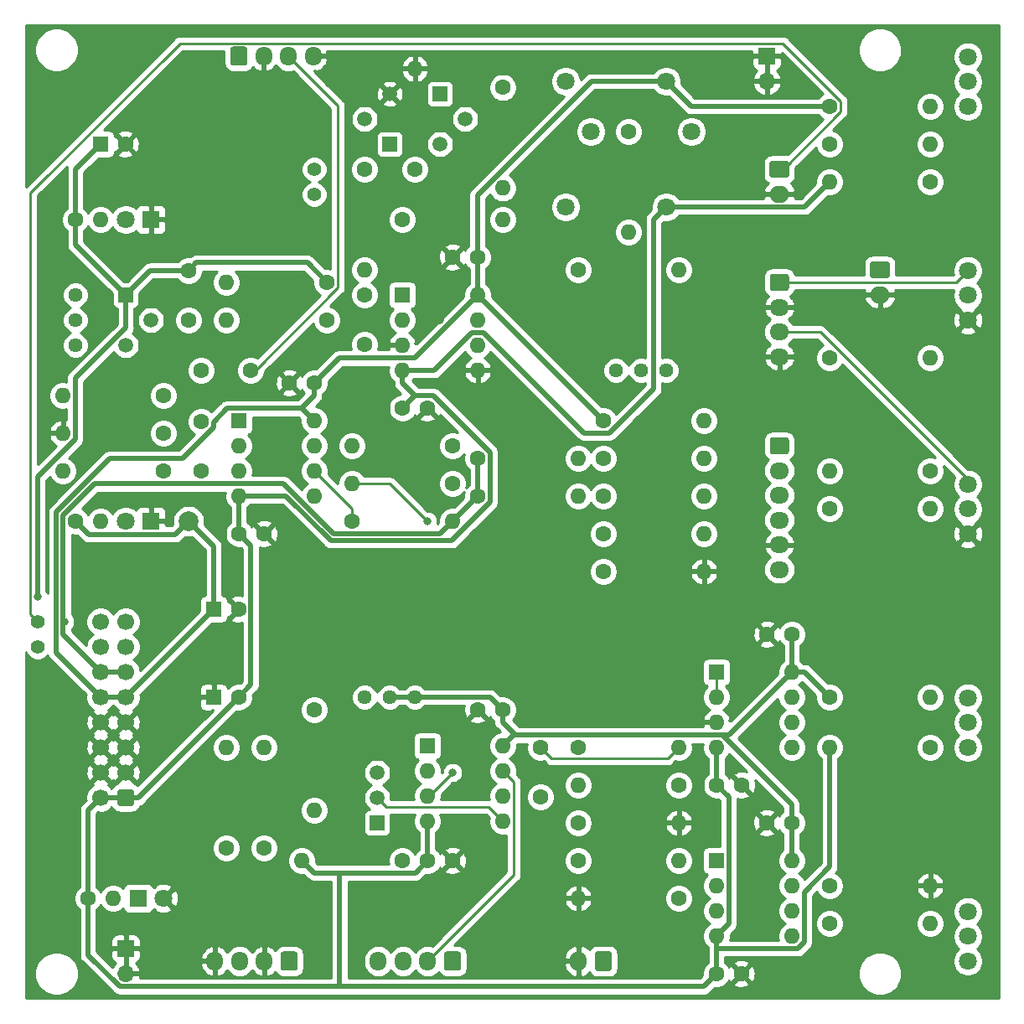
<source format=gbr>
G04 #@! TF.GenerationSoftware,KiCad,Pcbnew,(5.1.10)-1*
G04 #@! TF.CreationDate,2022-02-08T11:48:00+09:00*
G04 #@! TF.ProjectId,AnVCO,416e5643-4f2e-46b6-9963-61645f706362,Ver. 1.0*
G04 #@! TF.SameCoordinates,Original*
G04 #@! TF.FileFunction,Copper,L2,Bot*
G04 #@! TF.FilePolarity,Positive*
%FSLAX46Y46*%
G04 Gerber Fmt 4.6, Leading zero omitted, Abs format (unit mm)*
G04 Created by KiCad (PCBNEW (5.1.10)-1) date 2022-02-08 11:48:00*
%MOMM*%
%LPD*%
G01*
G04 APERTURE LIST*
G04 #@! TA.AperFunction,ComponentPad*
%ADD10O,1.600000X1.600000*%
G04 #@! TD*
G04 #@! TA.AperFunction,ComponentPad*
%ADD11C,1.600000*%
G04 #@! TD*
G04 #@! TA.AperFunction,ComponentPad*
%ADD12R,1.600000X1.600000*%
G04 #@! TD*
G04 #@! TA.AperFunction,ComponentPad*
%ADD13C,2.000000*%
G04 #@! TD*
G04 #@! TA.AperFunction,ComponentPad*
%ADD14C,1.440000*%
G04 #@! TD*
G04 #@! TA.AperFunction,ComponentPad*
%ADD15C,1.400000*%
G04 #@! TD*
G04 #@! TA.AperFunction,ComponentPad*
%ADD16C,1.800000*%
G04 #@! TD*
G04 #@! TA.AperFunction,ComponentPad*
%ADD17R,1.500000X1.500000*%
G04 #@! TD*
G04 #@! TA.AperFunction,ComponentPad*
%ADD18C,1.500000*%
G04 #@! TD*
G04 #@! TA.AperFunction,ComponentPad*
%ADD19O,1.700000X2.000000*%
G04 #@! TD*
G04 #@! TA.AperFunction,ComponentPad*
%ADD20O,1.700000X1.950000*%
G04 #@! TD*
G04 #@! TA.AperFunction,ComponentPad*
%ADD21O,1.950000X1.700000*%
G04 #@! TD*
G04 #@! TA.AperFunction,ComponentPad*
%ADD22O,2.000000X1.700000*%
G04 #@! TD*
G04 #@! TA.AperFunction,ComponentPad*
%ADD23O,1.700000X1.700000*%
G04 #@! TD*
G04 #@! TA.AperFunction,ComponentPad*
%ADD24R,1.700000X1.700000*%
G04 #@! TD*
G04 #@! TA.AperFunction,ComponentPad*
%ADD25C,1.700000*%
G04 #@! TD*
G04 #@! TA.AperFunction,ComponentPad*
%ADD26R,1.800000X1.800000*%
G04 #@! TD*
G04 #@! TA.AperFunction,ViaPad*
%ADD27C,0.800000*%
G04 #@! TD*
G04 #@! TA.AperFunction,Conductor*
%ADD28C,0.500000*%
G04 #@! TD*
G04 #@! TA.AperFunction,Conductor*
%ADD29C,0.250000*%
G04 #@! TD*
G04 #@! TA.AperFunction,Conductor*
%ADD30C,0.254000*%
G04 #@! TD*
G04 #@! TA.AperFunction,Conductor*
%ADD31C,0.100000*%
G04 #@! TD*
G04 APERTURE END LIST*
D10*
G04 #@! TO.P,R36,2*
G04 #@! TO.N,/Saw2Tri/TRI_OUT*
X151130000Y-124460000D03*
D11*
G04 #@! TO.P,R36,1*
G04 #@! TO.N,Net-(C13-Pad2)*
X140970000Y-124460000D03*
G04 #@! TD*
D10*
G04 #@! TO.P,U3,8*
G04 #@! TO.N,+12V*
X133350000Y-124300000D03*
G04 #@! TO.P,U3,4*
G04 #@! TO.N,-12V*
X125730000Y-131920000D03*
G04 #@! TO.P,U3,7*
G04 #@! TO.N,/Saw2Tri/TRI_OUT*
X133350000Y-126840000D03*
G04 #@! TO.P,U3,3*
G04 #@! TO.N,/Saw2Sqr/SAW_IN*
X125730000Y-129380000D03*
G04 #@! TO.P,U3,6*
G04 #@! TO.N,Net-(C13-Pad2)*
X133350000Y-129380000D03*
G04 #@! TO.P,U3,2*
G04 #@! TO.N,Net-(Q4-Pad3)*
X125730000Y-126840000D03*
G04 #@! TO.P,U3,5*
G04 #@! TO.N,Net-(Q4-Pad2)*
X133350000Y-131920000D03*
D12*
G04 #@! TO.P,U3,1*
G04 #@! TO.N,Net-(Q4-Pad3)*
X125730000Y-124300000D03*
G04 #@! TD*
D10*
G04 #@! TO.P,R24,2*
G04 #@! TO.N,Net-(C7-Pad1)*
X140970000Y-95250000D03*
D11*
G04 #@! TO.P,R24,1*
G04 #@! TO.N,+5V*
X130810000Y-95250000D03*
G04 #@! TD*
D13*
G04 #@! TO.P,TP3,1*
G04 #@! TO.N,+12V*
X101600000Y-101600000D03*
G04 #@! TD*
D14*
G04 #@! TO.P,RV8,3*
G04 #@! TO.N,Net-(R34-Pad1)*
X119380000Y-119380000D03*
G04 #@! TO.P,RV8,2*
G04 #@! TO.N,+12V*
X121920000Y-119380000D03*
G04 #@! TO.P,RV8,1*
X124460000Y-119380000D03*
G04 #@! TD*
G04 #@! TO.P,RV1,3*
G04 #@! TO.N,Net-(R7-Pad2)*
X149860000Y-86360000D03*
G04 #@! TO.P,RV1,2*
X147320000Y-86360000D03*
G04 #@! TO.P,RV1,1*
G04 #@! TO.N,Net-(J8-Pad1)*
X144780000Y-86360000D03*
G04 #@! TD*
D10*
G04 #@! TO.P,R5,2*
G04 #@! TO.N,Net-(D3-Pad1)*
X93980000Y-139700000D03*
D11*
G04 #@! TO.P,R5,1*
G04 #@! TO.N,-12V*
X91440000Y-139700000D03*
G04 #@! TD*
D10*
G04 #@! TO.P,R4,2*
G04 #@! TO.N,Net-(D2-Pad2)*
X92710000Y-71120000D03*
D11*
G04 #@! TO.P,R4,1*
G04 #@! TO.N,+5V*
X90170000Y-71120000D03*
G04 #@! TD*
D10*
G04 #@! TO.P,R3,2*
G04 #@! TO.N,Net-(D1-Pad2)*
X92710000Y-101600000D03*
D11*
G04 #@! TO.P,R3,1*
G04 #@! TO.N,+12V*
X90170000Y-101600000D03*
G04 #@! TD*
D10*
G04 #@! TO.P,U5,8*
G04 #@! TO.N,+12V*
X162560000Y-135890000D03*
G04 #@! TO.P,U5,4*
G04 #@! TO.N,-12V*
X154940000Y-143510000D03*
G04 #@! TO.P,U5,7*
G04 #@! TO.N,Net-(R38-Pad2)*
X162560000Y-138430000D03*
G04 #@! TO.P,U5,3*
G04 #@! TO.N,Net-(R38-Pad1)*
X154940000Y-140970000D03*
G04 #@! TO.P,U5,6*
G04 #@! TO.N,Net-(R39-Pad1)*
X162560000Y-140970000D03*
G04 #@! TO.P,U5,2*
G04 #@! TO.N,/Saw2Sqr/SQR_OUT*
X154940000Y-138430000D03*
G04 #@! TO.P,U5,5*
G04 #@! TO.N,/Saw2Sqr/SAW_IN*
X162560000Y-143510000D03*
D12*
G04 #@! TO.P,U5,1*
G04 #@! TO.N,/Saw2Sqr/SQR_OUT*
X154940000Y-135890000D03*
G04 #@! TD*
D15*
G04 #@! TO.P,JP2,2*
G04 #@! TO.N,Net-(JP2-Pad2)*
X114300000Y-66040000D03*
G04 #@! TO.P,JP2,1*
G04 #@! TO.N,/Antilog_NPNO/I_SINK*
X114300000Y-68580000D03*
G04 #@! TD*
D10*
G04 #@! TO.P,R43,2*
G04 #@! TO.N,-12V*
X166370000Y-124460000D03*
D11*
G04 #@! TO.P,R43,1*
G04 #@! TO.N,Net-(R43-Pad1)*
X176530000Y-124460000D03*
G04 #@! TD*
D10*
G04 #@! TO.P,U4,8*
G04 #@! TO.N,+12V*
X162560000Y-116840000D03*
G04 #@! TO.P,U4,4*
G04 #@! TO.N,-12V*
X154940000Y-124460000D03*
G04 #@! TO.P,U4,7*
G04 #@! TO.N,Net-(RV9-Pad1)*
X162560000Y-119380000D03*
G04 #@! TO.P,U4,3*
G04 #@! TO.N,GND*
X154940000Y-121920000D03*
G04 #@! TO.P,U4,6*
G04 #@! TO.N,Net-(RV9-Pad1)*
X162560000Y-121920000D03*
G04 #@! TO.P,U4,2*
G04 #@! TO.N,Net-(U4-Pad1)*
X154940000Y-119380000D03*
G04 #@! TO.P,U4,5*
G04 #@! TO.N,Net-(RV10-Pad2)*
X162560000Y-124460000D03*
D12*
G04 #@! TO.P,U4,1*
G04 #@! TO.N,Net-(U4-Pad1)*
X154940000Y-116840000D03*
G04 #@! TD*
D10*
G04 #@! TO.P,U2,8*
G04 #@! TO.N,+12V*
X114300000Y-91440000D03*
G04 #@! TO.P,U2,4*
G04 #@! TO.N,-12V*
X106680000Y-99060000D03*
G04 #@! TO.P,U2,7*
G04 #@! TO.N,/Saw2Sqr/SAW_IN*
X114300000Y-93980000D03*
G04 #@! TO.P,U2,3*
G04 #@! TO.N,Net-(C7-Pad1)*
X106680000Y-96520000D03*
G04 #@! TO.P,U2,6*
G04 #@! TO.N,Net-(R29-Pad1)*
X114300000Y-96520000D03*
G04 #@! TO.P,U2,2*
G04 #@! TO.N,Net-(R30-Pad1)*
X106680000Y-93980000D03*
G04 #@! TO.P,U2,5*
G04 #@! TO.N,/Antilog_NPNO/I_SINK*
X114300000Y-99060000D03*
D12*
G04 #@! TO.P,U2,1*
G04 #@! TO.N,Net-(C7-Pad2)*
X106680000Y-91440000D03*
G04 #@! TD*
D10*
G04 #@! TO.P,U1,8*
G04 #@! TO.N,+12V*
X130810000Y-78740000D03*
G04 #@! TO.P,U1,4*
G04 #@! TO.N,-12V*
X123190000Y-86360000D03*
G04 #@! TO.P,U1,7*
G04 #@! TO.N,Net-(R20-Pad1)*
X130810000Y-81280000D03*
G04 #@! TO.P,U1,3*
G04 #@! TO.N,GND*
X123190000Y-83820000D03*
G04 #@! TO.P,U1,6*
G04 #@! TO.N,Net-(R10-Pad2)*
X130810000Y-83820000D03*
G04 #@! TO.P,U1,2*
G04 #@! TO.N,/Antilog_NPNO/VREF*
X123190000Y-81280000D03*
G04 #@! TO.P,U1,5*
G04 #@! TO.N,GND*
X130810000Y-86360000D03*
D12*
G04 #@! TO.P,U1,1*
G04 #@! TO.N,Net-(C6-Pad1)*
X123190000Y-78740000D03*
G04 #@! TD*
D16*
G04 #@! TO.P,RV10,1*
G04 #@! TO.N,Net-(R43-Pad1)*
X180340000Y-124460000D03*
G04 #@! TO.P,RV10,2*
G04 #@! TO.N,Net-(RV10-Pad2)*
X180340000Y-121960000D03*
G04 #@! TO.P,RV10,3*
G04 #@! TO.N,Net-(R40-Pad2)*
X180340000Y-119460000D03*
G04 #@! TD*
G04 #@! TO.P,RV9,1*
G04 #@! TO.N,Net-(RV9-Pad1)*
X180340000Y-146050000D03*
G04 #@! TO.P,RV9,2*
G04 #@! TO.N,Net-(R39-Pad2)*
X180340000Y-143550000D03*
G04 #@! TO.P,RV9,3*
G04 #@! TO.N,Net-(J11-Pad1)*
X180340000Y-141050000D03*
G04 #@! TD*
D14*
G04 #@! TO.P,RV7,3*
G04 #@! TO.N,/Antilog_NPNO/I_SINK*
X90170000Y-78740000D03*
G04 #@! TO.P,RV7,2*
G04 #@! TO.N,Net-(C8-Pad1)*
X90170000Y-81280000D03*
G04 #@! TO.P,RV7,1*
X90170000Y-83820000D03*
G04 #@! TD*
D16*
G04 #@! TO.P,RV6,1*
G04 #@! TO.N,GND*
X180340000Y-102870000D03*
G04 #@! TO.P,RV6,2*
G04 #@! TO.N,Net-(R22-Pad2)*
X180340000Y-100370000D03*
G04 #@! TO.P,RV6,3*
G04 #@! TO.N,Net-(J9-Pad3)*
X180340000Y-97870000D03*
G04 #@! TD*
G04 #@! TO.P,RV5,1*
G04 #@! TO.N,GND*
X180340000Y-81280000D03*
G04 #@! TO.P,RV5,2*
G04 #@! TO.N,Net-(R19-Pad2)*
X180340000Y-78780000D03*
G04 #@! TO.P,RV5,3*
G04 #@! TO.N,Net-(J9-Pad1)*
X180340000Y-76280000D03*
G04 #@! TD*
G04 #@! TO.P,RV4,3*
G04 #@! TO.N,Net-(R20-Pad1)*
X139700000Y-57150000D03*
G04 #@! TO.P,RV4,2*
X142240000Y-62230000D03*
G04 #@! TO.P,RV4,1*
G04 #@! TO.N,Net-(R17-Pad2)*
X139700000Y-69850000D03*
G04 #@! TD*
G04 #@! TO.P,RV3,3*
G04 #@! TO.N,+12V*
X149860000Y-57150000D03*
G04 #@! TO.P,RV3,2*
G04 #@! TO.N,Net-(R10-Pad1)*
X152400000Y-62230000D03*
G04 #@! TO.P,RV3,1*
G04 #@! TO.N,-12V*
X149860000Y-69850000D03*
G04 #@! TD*
G04 #@! TO.P,RV2,1*
G04 #@! TO.N,Net-(R11-Pad1)*
X180340000Y-59690000D03*
G04 #@! TO.P,RV2,2*
G04 #@! TO.N,Net-(J7-Pad1)*
X180340000Y-57190000D03*
G04 #@! TO.P,RV2,3*
G04 #@! TO.N,Net-(R8-Pad2)*
X180340000Y-54690000D03*
G04 #@! TD*
D10*
G04 #@! TO.P,R42,2*
G04 #@! TO.N,GND*
X176530000Y-138430000D03*
D11*
G04 #@! TO.P,R42,1*
G04 #@! TO.N,Net-(R39-Pad1)*
X166370000Y-138430000D03*
G04 #@! TD*
D10*
G04 #@! TO.P,R41,2*
G04 #@! TO.N,GND*
X140970000Y-139700000D03*
D11*
G04 #@! TO.P,R41,1*
G04 #@! TO.N,Net-(R38-Pad1)*
X151130000Y-139700000D03*
G04 #@! TD*
D10*
G04 #@! TO.P,R40,2*
G04 #@! TO.N,Net-(R40-Pad2)*
X176530000Y-119380000D03*
D11*
G04 #@! TO.P,R40,1*
G04 #@! TO.N,+12V*
X166370000Y-119380000D03*
G04 #@! TD*
D10*
G04 #@! TO.P,R39,2*
G04 #@! TO.N,Net-(R39-Pad2)*
X176530000Y-142240000D03*
D11*
G04 #@! TO.P,R39,1*
G04 #@! TO.N,Net-(R39-Pad1)*
X166370000Y-142240000D03*
G04 #@! TD*
D10*
G04 #@! TO.P,R38,2*
G04 #@! TO.N,Net-(R38-Pad2)*
X151130000Y-135890000D03*
D11*
G04 #@! TO.P,R38,1*
G04 #@! TO.N,Net-(R38-Pad1)*
X140970000Y-135890000D03*
G04 #@! TD*
D10*
G04 #@! TO.P,R37,2*
G04 #@! TO.N,GND*
X151130000Y-132080000D03*
D11*
G04 #@! TO.P,R37,1*
G04 #@! TO.N,Net-(C13-Pad2)*
X140970000Y-132080000D03*
G04 #@! TD*
D10*
G04 #@! TO.P,R35,2*
G04 #@! TO.N,-12V*
X113030000Y-135890000D03*
D11*
G04 #@! TO.P,R35,1*
G04 #@! TO.N,Net-(Q4-Pad1)*
X123190000Y-135890000D03*
G04 #@! TD*
D10*
G04 #@! TO.P,R34,2*
G04 #@! TO.N,Net-(Q4-Pad2)*
X114300000Y-130810000D03*
D11*
G04 #@! TO.P,R34,1*
G04 #@! TO.N,Net-(R34-Pad1)*
X114300000Y-120650000D03*
G04 #@! TD*
D10*
G04 #@! TO.P,R33,2*
G04 #@! TO.N,Net-(C13-Pad2)*
X140970000Y-128270000D03*
D11*
G04 #@! TO.P,R33,1*
G04 #@! TO.N,+5V*
X151130000Y-128270000D03*
G04 #@! TD*
D10*
G04 #@! TO.P,R32,2*
G04 #@! TO.N,/Saw2Sqr/SAW_IN*
X118110000Y-97790000D03*
D11*
G04 #@! TO.P,R32,1*
G04 #@! TO.N,Net-(R29-Pad1)*
X128270000Y-97790000D03*
G04 #@! TD*
D10*
G04 #@! TO.P,R31,2*
G04 #@! TO.N,Net-(C10-Pad1)*
X105410000Y-81280000D03*
D11*
G04 #@! TO.P,R31,1*
G04 #@! TO.N,/Antilog_NPNO/VREF*
X115570000Y-81280000D03*
G04 #@! TD*
D10*
G04 #@! TO.P,R30,2*
G04 #@! TO.N,GND*
X88900000Y-92710000D03*
D11*
G04 #@! TO.P,R30,1*
G04 #@! TO.N,Net-(R30-Pad1)*
X99060000Y-92710000D03*
G04 #@! TD*
D10*
G04 #@! TO.P,R29,2*
G04 #@! TO.N,+5V*
X128270000Y-101600000D03*
D11*
G04 #@! TO.P,R29,1*
G04 #@! TO.N,Net-(R29-Pad1)*
X118110000Y-101600000D03*
G04 #@! TD*
D10*
G04 #@! TO.P,R28,2*
G04 #@! TO.N,/Saw2Sqr/SAW_IN*
X118110000Y-93980000D03*
D11*
G04 #@! TO.P,R28,1*
G04 #@! TO.N,Net-(C7-Pad1)*
X128270000Y-93980000D03*
G04 #@! TD*
D10*
G04 #@! TO.P,R27,2*
G04 #@! TO.N,/Antilog_NPNO/VREF*
X140970000Y-99060000D03*
D11*
G04 #@! TO.P,R27,1*
G04 #@! TO.N,+5V*
X130810000Y-99060000D03*
G04 #@! TD*
D10*
G04 #@! TO.P,R26,2*
G04 #@! TO.N,Net-(Q3-Pad3)*
X88900000Y-88900000D03*
D11*
G04 #@! TO.P,R26,1*
G04 #@! TO.N,Net-(C7-Pad2)*
X99060000Y-88900000D03*
G04 #@! TD*
D10*
G04 #@! TO.P,R25,2*
G04 #@! TO.N,Net-(Q3-Pad3)*
X105410000Y-77470000D03*
D11*
G04 #@! TO.P,R25,1*
G04 #@! TO.N,+5V*
X115570000Y-77470000D03*
G04 #@! TD*
D10*
G04 #@! TO.P,R23,2*
G04 #@! TO.N,Net-(J10-Pad1)*
X88900000Y-96520000D03*
D11*
G04 #@! TO.P,R23,1*
G04 #@! TO.N,Net-(C7-Pad1)*
X99060000Y-96520000D03*
G04 #@! TD*
D10*
G04 #@! TO.P,R22,2*
G04 #@! TO.N,Net-(R22-Pad2)*
X176530000Y-100330000D03*
D11*
G04 #@! TO.P,R22,1*
G04 #@! TO.N,Net-(R10-Pad2)*
X166370000Y-100330000D03*
G04 #@! TD*
D10*
G04 #@! TO.P,R21,2*
G04 #@! TO.N,Net-(C6-Pad1)*
X119380000Y-76200000D03*
D11*
G04 #@! TO.P,R21,1*
G04 #@! TO.N,Net-(Q1-Pad1)*
X119380000Y-66040000D03*
G04 #@! TD*
D10*
G04 #@! TO.P,R20,2*
G04 #@! TO.N,Net-(R10-Pad2)*
X133350000Y-67945000D03*
D11*
G04 #@! TO.P,R20,1*
G04 #@! TO.N,Net-(R20-Pad1)*
X133350000Y-57785000D03*
G04 #@! TD*
D10*
G04 #@! TO.P,R19,2*
G04 #@! TO.N,Net-(R19-Pad2)*
X176530000Y-85090000D03*
D11*
G04 #@! TO.P,R19,1*
G04 #@! TO.N,Net-(R10-Pad2)*
X166370000Y-85090000D03*
G04 #@! TD*
D10*
G04 #@! TO.P,R18,2*
G04 #@! TO.N,GND*
X124460000Y-55880000D03*
D11*
G04 #@! TO.P,R18,1*
G04 #@! TO.N,Net-(Q1-Pad3)*
X124460000Y-66040000D03*
G04 #@! TD*
D10*
G04 #@! TO.P,R17,2*
G04 #@! TO.N,Net-(R17-Pad2)*
X133350000Y-71120000D03*
D11*
G04 #@! TO.P,R17,1*
G04 #@! TO.N,Net-(Q1-Pad3)*
X123190000Y-71120000D03*
G04 #@! TD*
D10*
G04 #@! TO.P,R16,2*
G04 #@! TO.N,GND*
X153670000Y-106680000D03*
D11*
G04 #@! TO.P,R16,1*
G04 #@! TO.N,Net-(J8-Pad4)*
X143510000Y-106680000D03*
G04 #@! TD*
D10*
G04 #@! TO.P,R15,2*
G04 #@! TO.N,Net-(J8-Pad6)*
X166370000Y-96520000D03*
D11*
G04 #@! TO.P,R15,1*
G04 #@! TO.N,Net-(R10-Pad2)*
X176530000Y-96520000D03*
G04 #@! TD*
D10*
G04 #@! TO.P,R14,2*
G04 #@! TO.N,Net-(J8-Pad4)*
X153670000Y-102870000D03*
D11*
G04 #@! TO.P,R14,1*
G04 #@! TO.N,Net-(J8-Pad3)*
X143510000Y-102870000D03*
G04 #@! TD*
D10*
G04 #@! TO.P,R13,2*
G04 #@! TO.N,Net-(J8-Pad3)*
X153670000Y-99060000D03*
D11*
G04 #@! TO.P,R13,1*
G04 #@! TO.N,Net-(J8-Pad2)*
X143510000Y-99060000D03*
G04 #@! TD*
D10*
G04 #@! TO.P,R12,2*
G04 #@! TO.N,Net-(J8-Pad2)*
X153670000Y-95250000D03*
D11*
G04 #@! TO.P,R12,1*
G04 #@! TO.N,Net-(J8-Pad1)*
X143510000Y-95250000D03*
G04 #@! TD*
D10*
G04 #@! TO.P,R11,2*
G04 #@! TO.N,-12V*
X166370000Y-67310000D03*
D11*
G04 #@! TO.P,R11,1*
G04 #@! TO.N,Net-(R11-Pad1)*
X176530000Y-67310000D03*
G04 #@! TD*
D10*
G04 #@! TO.P,R10,2*
G04 #@! TO.N,Net-(R10-Pad2)*
X146050000Y-72390000D03*
D11*
G04 #@! TO.P,R10,1*
G04 #@! TO.N,Net-(R10-Pad1)*
X146050000Y-62230000D03*
G04 #@! TD*
D10*
G04 #@! TO.P,R9,2*
G04 #@! TO.N,Net-(J7-Pad1)*
X176530000Y-63500000D03*
D11*
G04 #@! TO.P,R9,1*
G04 #@! TO.N,Net-(R10-Pad2)*
X166370000Y-63500000D03*
G04 #@! TD*
D10*
G04 #@! TO.P,R8,2*
G04 #@! TO.N,Net-(R8-Pad2)*
X176530000Y-59690000D03*
D11*
G04 #@! TO.P,R8,1*
G04 #@! TO.N,+12V*
X166370000Y-59690000D03*
G04 #@! TD*
D10*
G04 #@! TO.P,R7,2*
G04 #@! TO.N,Net-(R7-Pad2)*
X153670000Y-91440000D03*
D11*
G04 #@! TO.P,R7,1*
G04 #@! TO.N,+12V*
X143510000Y-91440000D03*
G04 #@! TD*
D10*
G04 #@! TO.P,R6,2*
G04 #@! TO.N,/Antilog_NPNO/CV*
X151130000Y-76200000D03*
D11*
G04 #@! TO.P,R6,1*
G04 #@! TO.N,Net-(R10-Pad2)*
X140970000Y-76200000D03*
G04 #@! TD*
D10*
G04 #@! TO.P,R2,2*
G04 #@! TO.N,/Saw2Sqr/SQR_OUT*
X105410000Y-124460000D03*
D11*
G04 #@! TO.P,R2,1*
G04 #@! TO.N,Net-(J3-Pad3)*
X105410000Y-134620000D03*
G04 #@! TD*
D10*
G04 #@! TO.P,R1,2*
G04 #@! TO.N,Net-(J2-Pad4)*
X109220000Y-124460000D03*
D11*
G04 #@! TO.P,R1,1*
G04 #@! TO.N,Net-(J3-Pad1)*
X109220000Y-134620000D03*
G04 #@! TD*
D17*
G04 #@! TO.P,Q4,1*
G04 #@! TO.N,Net-(Q4-Pad1)*
X120650000Y-132080000D03*
D18*
G04 #@! TO.P,Q4,3*
G04 #@! TO.N,Net-(Q4-Pad3)*
X120650000Y-127000000D03*
G04 #@! TO.P,Q4,2*
G04 #@! TO.N,Net-(Q4-Pad2)*
X120650000Y-129540000D03*
G04 #@! TD*
D17*
G04 #@! TO.P,Q3,1*
G04 #@! TO.N,+5V*
X95250000Y-78740000D03*
D18*
G04 #@! TO.P,Q3,3*
G04 #@! TO.N,Net-(Q3-Pad3)*
X95250000Y-83820000D03*
G04 #@! TO.P,Q3,2*
G04 #@! TO.N,Net-(C8-Pad1)*
X97790000Y-81280000D03*
G04 #@! TD*
D17*
G04 #@! TO.P,Q2,1*
G04 #@! TO.N,Net-(Q1-Pad1)*
X121920000Y-63500000D03*
D18*
G04 #@! TO.P,Q2,3*
G04 #@! TO.N,GND*
X121920000Y-58420000D03*
G04 #@! TO.P,Q2,2*
G04 #@! TO.N,Net-(JP2-Pad2)*
X119380000Y-60960000D03*
G04 #@! TD*
D17*
G04 #@! TO.P,Q1,1*
G04 #@! TO.N,Net-(Q1-Pad1)*
X127000000Y-58420000D03*
D18*
G04 #@! TO.P,Q1,3*
G04 #@! TO.N,Net-(Q1-Pad3)*
X127000000Y-63500000D03*
G04 #@! TO.P,Q1,2*
G04 #@! TO.N,/Antilog_NPNO/VREF*
X129540000Y-60960000D03*
G04 #@! TD*
D15*
G04 #@! TO.P,JP1,2*
G04 #@! TO.N,/Antilog_NPNO/CV*
X86360000Y-111760000D03*
G04 #@! TO.P,JP1,1*
G04 #@! TO.N,Net-(J4-Pad13)*
X86360000Y-114300000D03*
G04 #@! TD*
D19*
G04 #@! TO.P,J11,2*
G04 #@! TO.N,GND*
X141010000Y-146050000D03*
G04 #@! TO.P,J11,1*
G04 #@! TO.N,Net-(J11-Pad1)*
G04 #@! TA.AperFunction,ComponentPad*
G36*
G01*
X144360000Y-145300000D02*
X144360000Y-146800000D01*
G75*
G02*
X144110000Y-147050000I-250000J0D01*
G01*
X142910000Y-147050000D01*
G75*
G02*
X142660000Y-146800000I0J250000D01*
G01*
X142660000Y-145300000D01*
G75*
G02*
X142910000Y-145050000I250000J0D01*
G01*
X144110000Y-145050000D01*
G75*
G02*
X144360000Y-145300000I0J-250000D01*
G01*
G37*
G04 #@! TD.AperFunction*
G04 #@! TD*
D20*
G04 #@! TO.P,J10,4*
G04 #@! TO.N,GND*
X114180000Y-54610000D03*
G04 #@! TO.P,J10,3*
G04 #@! TO.N,Net-(C10-Pad2)*
X111680000Y-54610000D03*
G04 #@! TO.P,J10,2*
G04 #@! TO.N,GND*
X109180000Y-54610000D03*
G04 #@! TO.P,J10,1*
G04 #@! TO.N,Net-(J10-Pad1)*
G04 #@! TA.AperFunction,ComponentPad*
G36*
G01*
X105830000Y-55335000D02*
X105830000Y-53885000D01*
G75*
G02*
X106080000Y-53635000I250000J0D01*
G01*
X107280000Y-53635000D01*
G75*
G02*
X107530000Y-53885000I0J-250000D01*
G01*
X107530000Y-55335000D01*
G75*
G02*
X107280000Y-55585000I-250000J0D01*
G01*
X106080000Y-55585000D01*
G75*
G02*
X105830000Y-55335000I0J250000D01*
G01*
G37*
G04 #@! TD.AperFunction*
G04 #@! TD*
D21*
G04 #@! TO.P,J9,4*
G04 #@! TO.N,GND*
X161290000Y-84970000D03*
G04 #@! TO.P,J9,3*
G04 #@! TO.N,Net-(J9-Pad3)*
X161290000Y-82470000D03*
G04 #@! TO.P,J9,2*
G04 #@! TO.N,GND*
X161290000Y-79970000D03*
G04 #@! TO.P,J9,1*
G04 #@! TO.N,Net-(J9-Pad1)*
G04 #@! TA.AperFunction,ComponentPad*
G36*
G01*
X160565000Y-76620000D02*
X162015000Y-76620000D01*
G75*
G02*
X162265000Y-76870000I0J-250000D01*
G01*
X162265000Y-78070000D01*
G75*
G02*
X162015000Y-78320000I-250000J0D01*
G01*
X160565000Y-78320000D01*
G75*
G02*
X160315000Y-78070000I0J250000D01*
G01*
X160315000Y-76870000D01*
G75*
G02*
X160565000Y-76620000I250000J0D01*
G01*
G37*
G04 #@! TD.AperFunction*
G04 #@! TD*
G04 #@! TO.P,J8,6*
G04 #@! TO.N,Net-(J8-Pad6)*
X161290000Y-106480000D03*
G04 #@! TO.P,J8,5*
G04 #@! TO.N,GND*
X161290000Y-103980000D03*
G04 #@! TO.P,J8,4*
G04 #@! TO.N,Net-(J8-Pad4)*
X161290000Y-101480000D03*
G04 #@! TO.P,J8,3*
G04 #@! TO.N,Net-(J8-Pad3)*
X161290000Y-98980000D03*
G04 #@! TO.P,J8,2*
G04 #@! TO.N,Net-(J8-Pad2)*
X161290000Y-96480000D03*
G04 #@! TO.P,J8,1*
G04 #@! TO.N,Net-(J8-Pad1)*
G04 #@! TA.AperFunction,ComponentPad*
G36*
G01*
X160565000Y-93130000D02*
X162015000Y-93130000D01*
G75*
G02*
X162265000Y-93380000I0J-250000D01*
G01*
X162265000Y-94580000D01*
G75*
G02*
X162015000Y-94830000I-250000J0D01*
G01*
X160565000Y-94830000D01*
G75*
G02*
X160315000Y-94580000I0J250000D01*
G01*
X160315000Y-93380000D01*
G75*
G02*
X160565000Y-93130000I250000J0D01*
G01*
G37*
G04 #@! TD.AperFunction*
G04 #@! TD*
D22*
G04 #@! TO.P,J7,2*
G04 #@! TO.N,GND*
X171450000Y-78700000D03*
G04 #@! TO.P,J7,1*
G04 #@! TO.N,Net-(J7-Pad1)*
G04 #@! TA.AperFunction,ComponentPad*
G36*
G01*
X170700000Y-75350000D02*
X172200000Y-75350000D01*
G75*
G02*
X172450000Y-75600000I0J-250000D01*
G01*
X172450000Y-76800000D01*
G75*
G02*
X172200000Y-77050000I-250000J0D01*
G01*
X170700000Y-77050000D01*
G75*
G02*
X170450000Y-76800000I0J250000D01*
G01*
X170450000Y-75600000D01*
G75*
G02*
X170700000Y-75350000I250000J0D01*
G01*
G37*
G04 #@! TD.AperFunction*
G04 #@! TD*
D23*
G04 #@! TO.P,J6,2*
G04 #@! TO.N,GND*
X95250000Y-147320000D03*
D24*
G04 #@! TO.P,J6,1*
X95250000Y-144780000D03*
G04 #@! TD*
D23*
G04 #@! TO.P,J5,2*
G04 #@! TO.N,GND*
X160020000Y-57150000D03*
D24*
G04 #@! TO.P,J5,1*
X160020000Y-54610000D03*
G04 #@! TD*
D25*
G04 #@! TO.P,J4,16*
G04 #@! TO.N,/GATE*
X92710000Y-111760000D03*
G04 #@! TO.P,J4,14*
G04 #@! TO.N,Net-(J4-Pad13)*
X92710000Y-114300000D03*
G04 #@! TO.P,J4,12*
G04 #@! TO.N,+5V*
X92710000Y-116840000D03*
G04 #@! TO.P,J4,10*
G04 #@! TO.N,+12V*
X92710000Y-119380000D03*
G04 #@! TO.P,J4,8*
G04 #@! TO.N,GND*
X92710000Y-121920000D03*
G04 #@! TO.P,J4,6*
X92710000Y-124460000D03*
G04 #@! TO.P,J4,4*
X92710000Y-127000000D03*
G04 #@! TO.P,J4,2*
G04 #@! TO.N,-12V*
X92710000Y-129540000D03*
G04 #@! TO.P,J4,15*
G04 #@! TO.N,/GATE*
X95250000Y-111760000D03*
G04 #@! TO.P,J4,13*
G04 #@! TO.N,Net-(J4-Pad13)*
X95250000Y-114300000D03*
G04 #@! TO.P,J4,11*
G04 #@! TO.N,+5V*
X95250000Y-116840000D03*
G04 #@! TO.P,J4,9*
G04 #@! TO.N,+12V*
X95250000Y-119380000D03*
G04 #@! TO.P,J4,7*
G04 #@! TO.N,GND*
X95250000Y-121920000D03*
G04 #@! TO.P,J4,5*
X95250000Y-124460000D03*
G04 #@! TO.P,J4,3*
X95250000Y-127000000D03*
G04 #@! TO.P,J4,1*
G04 #@! TO.N,-12V*
G04 #@! TA.AperFunction,ComponentPad*
G36*
G01*
X96100000Y-128940000D02*
X96100000Y-130140000D01*
G75*
G02*
X95850000Y-130390000I-250000J0D01*
G01*
X94650000Y-130390000D01*
G75*
G02*
X94400000Y-130140000I0J250000D01*
G01*
X94400000Y-128940000D01*
G75*
G02*
X94650000Y-128690000I250000J0D01*
G01*
X95850000Y-128690000D01*
G75*
G02*
X96100000Y-128940000I0J-250000D01*
G01*
G37*
G04 #@! TD.AperFunction*
G04 #@! TD*
D20*
G04 #@! TO.P,J3,4*
G04 #@! TO.N,GND*
X104260000Y-146050000D03*
G04 #@! TO.P,J3,3*
G04 #@! TO.N,Net-(J3-Pad3)*
X106760000Y-146050000D03*
G04 #@! TO.P,J3,2*
G04 #@! TO.N,GND*
X109260000Y-146050000D03*
G04 #@! TO.P,J3,1*
G04 #@! TO.N,Net-(J3-Pad1)*
G04 #@! TA.AperFunction,ComponentPad*
G36*
G01*
X112610000Y-145325000D02*
X112610000Y-146775000D01*
G75*
G02*
X112360000Y-147025000I-250000J0D01*
G01*
X111160000Y-147025000D01*
G75*
G02*
X110910000Y-146775000I0J250000D01*
G01*
X110910000Y-145325000D01*
G75*
G02*
X111160000Y-145075000I250000J0D01*
G01*
X112360000Y-145075000D01*
G75*
G02*
X112610000Y-145325000I0J-250000D01*
G01*
G37*
G04 #@! TD.AperFunction*
G04 #@! TD*
G04 #@! TO.P,J2,4*
G04 #@! TO.N,Net-(J2-Pad4)*
X120770000Y-146050000D03*
G04 #@! TO.P,J2,3*
G04 #@! TO.N,/Saw2Sqr/SAW_IN*
X123270000Y-146050000D03*
G04 #@! TO.P,J2,2*
G04 #@! TO.N,/Saw2Tri/TRI_OUT*
X125770000Y-146050000D03*
G04 #@! TO.P,J2,1*
G04 #@! TO.N,/Saw2Sqr/SQR_OUT*
G04 #@! TA.AperFunction,ComponentPad*
G36*
G01*
X129120000Y-145325000D02*
X129120000Y-146775000D01*
G75*
G02*
X128870000Y-147025000I-250000J0D01*
G01*
X127670000Y-147025000D01*
G75*
G02*
X127420000Y-146775000I0J250000D01*
G01*
X127420000Y-145325000D01*
G75*
G02*
X127670000Y-145075000I250000J0D01*
G01*
X128870000Y-145075000D01*
G75*
G02*
X129120000Y-145325000I0J-250000D01*
G01*
G37*
G04 #@! TD.AperFunction*
G04 #@! TD*
D22*
G04 #@! TO.P,J1,2*
G04 #@! TO.N,GND*
X161290000Y-68540000D03*
G04 #@! TO.P,J1,1*
G04 #@! TO.N,/Antilog_NPNO/CV*
G04 #@! TA.AperFunction,ComponentPad*
G36*
G01*
X160540000Y-65190000D02*
X162040000Y-65190000D01*
G75*
G02*
X162290000Y-65440000I0J-250000D01*
G01*
X162290000Y-66640000D01*
G75*
G02*
X162040000Y-66890000I-250000J0D01*
G01*
X160540000Y-66890000D01*
G75*
G02*
X160290000Y-66640000I0J250000D01*
G01*
X160290000Y-65440000D01*
G75*
G02*
X160540000Y-65190000I250000J0D01*
G01*
G37*
G04 #@! TD.AperFunction*
G04 #@! TD*
D16*
G04 #@! TO.P,D3,2*
G04 #@! TO.N,GND*
X99060000Y-139700000D03*
D26*
G04 #@! TO.P,D3,1*
G04 #@! TO.N,Net-(D3-Pad1)*
X96520000Y-139700000D03*
G04 #@! TD*
D16*
G04 #@! TO.P,D2,2*
G04 #@! TO.N,Net-(D2-Pad2)*
X95250000Y-71120000D03*
D26*
G04 #@! TO.P,D2,1*
G04 #@! TO.N,GND*
X97790000Y-71120000D03*
G04 #@! TD*
D16*
G04 #@! TO.P,D1,2*
G04 #@! TO.N,Net-(D1-Pad2)*
X95250000Y-101600000D03*
D26*
G04 #@! TO.P,D1,1*
G04 #@! TO.N,GND*
X97790000Y-101600000D03*
G04 #@! TD*
D11*
G04 #@! TO.P,C18,2*
G04 #@! TO.N,GND*
X157440000Y-147320000D03*
G04 #@! TO.P,C18,1*
G04 #@! TO.N,-12V*
X154940000Y-147320000D03*
G04 #@! TD*
G04 #@! TO.P,C17,2*
G04 #@! TO.N,+12V*
X162520000Y-132080000D03*
G04 #@! TO.P,C17,1*
G04 #@! TO.N,GND*
X160020000Y-132080000D03*
G04 #@! TD*
G04 #@! TO.P,C16,2*
G04 #@! TO.N,GND*
X157480000Y-128270000D03*
G04 #@! TO.P,C16,1*
G04 #@! TO.N,-12V*
X154980000Y-128270000D03*
G04 #@! TD*
G04 #@! TO.P,C15,2*
G04 #@! TO.N,+12V*
X162560000Y-113030000D03*
G04 #@! TO.P,C15,1*
G04 #@! TO.N,GND*
X160060000Y-113030000D03*
G04 #@! TD*
G04 #@! TO.P,C14,2*
G04 #@! TO.N,-12V*
X125770000Y-135890000D03*
G04 #@! TO.P,C14,1*
G04 #@! TO.N,GND*
X128270000Y-135890000D03*
G04 #@! TD*
G04 #@! TO.P,C13,2*
G04 #@! TO.N,Net-(C13-Pad2)*
X137160000Y-129460000D03*
G04 #@! TO.P,C13,1*
G04 #@! TO.N,/Saw2Tri/TRI_OUT*
X137160000Y-124460000D03*
G04 #@! TD*
G04 #@! TO.P,C12,2*
G04 #@! TO.N,+12V*
X133310000Y-120650000D03*
G04 #@! TO.P,C12,1*
G04 #@! TO.N,GND*
X130810000Y-120650000D03*
G04 #@! TD*
G04 #@! TO.P,C11,2*
G04 #@! TO.N,-12V*
X106720000Y-102870000D03*
G04 #@! TO.P,C11,1*
G04 #@! TO.N,GND*
X109220000Y-102870000D03*
G04 #@! TD*
G04 #@! TO.P,C10,2*
G04 #@! TO.N,Net-(C10-Pad2)*
X107870000Y-86360000D03*
G04 #@! TO.P,C10,1*
G04 #@! TO.N,Net-(C10-Pad1)*
X102870000Y-86360000D03*
G04 #@! TD*
G04 #@! TO.P,C9,2*
G04 #@! TO.N,+12V*
X114300000Y-87630000D03*
G04 #@! TO.P,C9,1*
G04 #@! TO.N,GND*
X111800000Y-87630000D03*
G04 #@! TD*
G04 #@! TO.P,C8,2*
G04 #@! TO.N,+5V*
X101600000Y-76280000D03*
G04 #@! TO.P,C8,1*
G04 #@! TO.N,Net-(C8-Pad1)*
X101600000Y-81280000D03*
G04 #@! TD*
G04 #@! TO.P,C7,2*
G04 #@! TO.N,Net-(C7-Pad2)*
X102870000Y-91520000D03*
G04 #@! TO.P,C7,1*
G04 #@! TO.N,Net-(C7-Pad1)*
X102870000Y-96520000D03*
G04 #@! TD*
G04 #@! TO.P,C6,2*
G04 #@! TO.N,/Antilog_NPNO/VREF*
X119380000Y-83740000D03*
G04 #@! TO.P,C6,1*
G04 #@! TO.N,Net-(C6-Pad1)*
X119380000Y-78740000D03*
G04 #@! TD*
G04 #@! TO.P,C5,2*
G04 #@! TO.N,-12V*
X123230000Y-90170000D03*
G04 #@! TO.P,C5,1*
G04 #@! TO.N,GND*
X125730000Y-90170000D03*
G04 #@! TD*
G04 #@! TO.P,C4,2*
G04 #@! TO.N,+12V*
X130770000Y-74930000D03*
G04 #@! TO.P,C4,1*
G04 #@! TO.N,GND*
X128270000Y-74930000D03*
G04 #@! TD*
G04 #@! TO.P,C3,2*
G04 #@! TO.N,-12V*
X106640000Y-119380000D03*
D12*
G04 #@! TO.P,C3,1*
G04 #@! TO.N,GND*
X104140000Y-119380000D03*
G04 #@! TD*
D11*
G04 #@! TO.P,C2,2*
G04 #@! TO.N,GND*
X95210000Y-63500000D03*
D12*
G04 #@! TO.P,C2,1*
G04 #@! TO.N,+5V*
X92710000Y-63500000D03*
G04 #@! TD*
D11*
G04 #@! TO.P,C1,2*
G04 #@! TO.N,GND*
X106640000Y-110490000D03*
D12*
G04 #@! TO.P,C1,1*
G04 #@! TO.N,+12V*
X104140000Y-110490000D03*
G04 #@! TD*
D27*
G04 #@! TO.N,GND*
X101600000Y-60960000D03*
X106680000Y-60960000D03*
X111760000Y-60960000D03*
X99060000Y-63500000D03*
X104140000Y-63500000D03*
X109220000Y-63500000D03*
X114300000Y-63500000D03*
X101600000Y-66040000D03*
X106680000Y-66040000D03*
X109220000Y-68580000D03*
X104140000Y-68580000D03*
X99060000Y-68580000D03*
X101600000Y-71120000D03*
X106680000Y-71120000D03*
X104140000Y-73660000D03*
X114300000Y-73660000D03*
X119380000Y-88900000D03*
X139700000Y-81280000D03*
X144780000Y-81280000D03*
X147320000Y-78740000D03*
X152400000Y-78740000D03*
X154940000Y-81280000D03*
X149860000Y-81280000D03*
X154940000Y-86360000D03*
X114300000Y-106680000D03*
X119380000Y-106680000D03*
X124460000Y-106680000D03*
X121920000Y-109220000D03*
X116840000Y-109220000D03*
X111760000Y-109220000D03*
X114300000Y-111760000D03*
X119380000Y-111760000D03*
X124460000Y-111760000D03*
X121920000Y-114300000D03*
X116840000Y-114300000D03*
X111760000Y-114300000D03*
X129540000Y-111760000D03*
X132080000Y-114300000D03*
X134620000Y-116840000D03*
X129540000Y-116840000D03*
X137160000Y-119380000D03*
X132080000Y-104140000D03*
X137160000Y-104140000D03*
X139700000Y-106680000D03*
X134620000Y-106680000D03*
X137160000Y-109220000D03*
X139700000Y-111760000D03*
X144780000Y-111760000D03*
X149860000Y-111760000D03*
X154940000Y-111760000D03*
X152400000Y-114300000D03*
X147320000Y-114300000D03*
X142240000Y-114300000D03*
X144780000Y-116840000D03*
X149860000Y-116840000D03*
X152400000Y-119380000D03*
X147320000Y-119380000D03*
X180340000Y-86360000D03*
X180340000Y-91440000D03*
X177800000Y-88900000D03*
X180340000Y-66040000D03*
X182880000Y-68580000D03*
X180340000Y-71120000D03*
X182880000Y-88900000D03*
X170180000Y-104140000D03*
X175260000Y-104140000D03*
X172720000Y-106680000D03*
X167640000Y-106680000D03*
X170180000Y-109220000D03*
X175260000Y-109220000D03*
X180340000Y-109220000D03*
X182880000Y-106680000D03*
X177800000Y-106680000D03*
X167640000Y-111760000D03*
X172720000Y-111760000D03*
X177800000Y-111760000D03*
X182880000Y-111760000D03*
X180340000Y-114300000D03*
X175260000Y-114300000D03*
X170180000Y-114300000D03*
X93980000Y-53340000D03*
X99060000Y-53340000D03*
X96520000Y-55880000D03*
X93980000Y-58420000D03*
X86360000Y-121920000D03*
X86360000Y-127000000D03*
X86360000Y-132080000D03*
X86360000Y-137160000D03*
X88900000Y-139700000D03*
X86360000Y-142240000D03*
X101600000Y-137160000D03*
X101600000Y-132080000D03*
X109220000Y-139700000D03*
X114300000Y-139700000D03*
X121920000Y-139700000D03*
X129540000Y-139700000D03*
X132080000Y-137160000D03*
X167640000Y-129540000D03*
X172720000Y-129540000D03*
X177800000Y-129540000D03*
X182880000Y-129540000D03*
X180340000Y-132080000D03*
X175260000Y-132080000D03*
X170180000Y-132080000D03*
X172720000Y-134620000D03*
X177800000Y-134620000D03*
X182880000Y-134620000D03*
X160020000Y-147320000D03*
X165100000Y-147320000D03*
X132080000Y-91440000D03*
X134620000Y-88900000D03*
X86360000Y-63500000D03*
X99060000Y-144780000D03*
X134620000Y-147320000D03*
X137160000Y-144780000D03*
X147320000Y-144780000D03*
X152400000Y-144780000D03*
X170180000Y-91440000D03*
X172720000Y-93980000D03*
X157480000Y-55880000D03*
X154940000Y-58420000D03*
X157480000Y-60960000D03*
X137160000Y-66040000D03*
X129540000Y-66040000D03*
X127000000Y-68580000D03*
X137160000Y-55880000D03*
X132080000Y-55880000D03*
X119380000Y-55880000D03*
X127000000Y-81280000D03*
X134620000Y-76200000D03*
X111760000Y-93980000D03*
X91440000Y-104140000D03*
X93980000Y-104140000D03*
X91440000Y-109220000D03*
X93980000Y-109220000D03*
X96520000Y-109220000D03*
X142240000Y-78740000D03*
X104140000Y-139700000D03*
X157480000Y-139700000D03*
G04 #@! TO.N,+5V*
X86360000Y-109220000D03*
X89069989Y-111740001D03*
G04 #@! TO.N,/Saw2Sqr/SAW_IN*
X128270000Y-127000000D03*
X125730000Y-101600000D03*
G04 #@! TD*
D28*
G04 #@! TO.N,+12V*
X92710000Y-119380000D02*
X95250000Y-119380000D01*
X95250000Y-119380000D02*
X104140000Y-110490000D01*
X104140000Y-104140000D02*
X101600000Y-101600000D01*
X104140000Y-110490000D02*
X104140000Y-104140000D01*
X91520001Y-102950001D02*
X90170000Y-101600000D01*
X100249999Y-102950001D02*
X91520001Y-102950001D01*
X101600000Y-101600000D02*
X100249999Y-102950001D01*
X88219989Y-114889989D02*
X92710000Y-119380000D01*
X93660037Y-95269999D02*
X88219989Y-100710046D01*
X104120001Y-92120001D02*
X100970003Y-95269999D01*
X100970003Y-95269999D02*
X93660037Y-95269999D01*
X104120001Y-91589997D02*
X104120001Y-92120001D01*
X88219989Y-100710046D02*
X88219989Y-114889989D01*
X105519999Y-90189999D02*
X104120001Y-91589997D01*
X113049999Y-90189999D02*
X105519999Y-90189999D01*
X114300000Y-91440000D02*
X113049999Y-90189999D01*
X114300000Y-87630000D02*
X114300000Y-88900000D01*
X113049999Y-90150001D02*
X113049999Y-90189999D01*
X114300000Y-88900000D02*
X113049999Y-90150001D01*
X124440001Y-85109999D02*
X116820001Y-85109999D01*
X116820001Y-85109999D02*
X114300000Y-87630000D01*
X130810000Y-78740000D02*
X124440001Y-85109999D01*
X130810000Y-74970000D02*
X130770000Y-74930000D01*
X130810000Y-78740000D02*
X130810000Y-74970000D01*
X142294998Y-57150000D02*
X149860000Y-57150000D01*
X130770000Y-68674998D02*
X142294998Y-57150000D01*
X130770000Y-74930000D02*
X130770000Y-68674998D01*
X152400000Y-59690000D02*
X166370000Y-59690000D01*
X149860000Y-57150000D02*
X152400000Y-59690000D01*
X143510000Y-91440000D02*
X130810000Y-78740000D01*
X162520000Y-130189998D02*
X162520000Y-132080000D01*
X155540001Y-123209999D02*
X162520000Y-130189998D01*
X133350000Y-124300000D02*
X134440001Y-123209999D01*
X162520000Y-135850000D02*
X162560000Y-135890000D01*
X162520000Y-132080000D02*
X162520000Y-135850000D01*
X156190001Y-123209999D02*
X155540001Y-123209999D01*
X162560000Y-116840000D02*
X156190001Y-123209999D01*
X134440001Y-123209999D02*
X134639999Y-123209999D01*
X162560000Y-113030000D02*
X162560000Y-116840000D01*
X163830000Y-116840000D02*
X166370000Y-119380000D01*
X162560000Y-116840000D02*
X163830000Y-116840000D01*
X121920000Y-119380000D02*
X124460000Y-119380000D01*
X132040000Y-119380000D02*
X133310000Y-120650000D01*
X124460000Y-119380000D02*
X132040000Y-119380000D01*
X133310000Y-121880000D02*
X134639999Y-123209999D01*
X133310000Y-120650000D02*
X133310000Y-121880000D01*
X134440001Y-123209999D02*
X155540001Y-123209999D01*
G04 #@! TO.N,+5V*
X127019999Y-102850001D02*
X128270000Y-101600000D01*
X116239999Y-102850001D02*
X127019999Y-102850001D01*
X92109999Y-97809999D02*
X111199997Y-97809999D01*
X111199997Y-97809999D02*
X116239999Y-102850001D01*
X88919999Y-100999999D02*
X92109999Y-97809999D01*
X88919999Y-113049999D02*
X88919999Y-100999999D01*
X92710000Y-116840000D02*
X88919999Y-113049999D01*
X128270000Y-101600000D02*
X130810000Y-99060000D01*
X130810000Y-99060000D02*
X130810000Y-95250000D01*
X90170000Y-66040000D02*
X92710000Y-63500000D01*
X90170000Y-71120000D02*
X90170000Y-66040000D01*
X90170000Y-73660000D02*
X95250000Y-78740000D01*
X90170000Y-71120000D02*
X90170000Y-73660000D01*
X97710000Y-76280000D02*
X95250000Y-78740000D01*
X101600000Y-76280000D02*
X97710000Y-76280000D01*
X113580001Y-75480001D02*
X115570000Y-77470000D01*
X102399999Y-75480001D02*
X113580001Y-75480001D01*
X101600000Y-76280000D02*
X102399999Y-75480001D01*
X92710000Y-116840000D02*
X95250000Y-116840000D01*
X90150001Y-93310001D02*
X86360000Y-97100002D01*
X90150001Y-87143997D02*
X90150001Y-93310001D01*
X86360000Y-97100002D02*
X86360000Y-109220000D01*
X95250000Y-82043998D02*
X90150001Y-87143997D01*
X95250000Y-78740000D02*
X95250000Y-82043998D01*
G04 #@! TO.N,-12V*
X153639999Y-148620001D02*
X154940000Y-147320000D01*
X91440000Y-145434002D02*
X94625999Y-148620001D01*
X91440000Y-139700000D02*
X91440000Y-145434002D01*
X91440000Y-130810000D02*
X92710000Y-129540000D01*
X91440000Y-139700000D02*
X91440000Y-130810000D01*
X156190001Y-129480001D02*
X154980000Y-128270000D01*
X156190001Y-142259999D02*
X156190001Y-129480001D01*
X154940000Y-143510000D02*
X156190001Y-142259999D01*
X154980000Y-128270000D02*
X154980000Y-125770000D01*
X154940000Y-125730000D02*
X154940000Y-124460000D01*
X154980000Y-125770000D02*
X154940000Y-125730000D01*
X163140002Y-144780000D02*
X154940000Y-144780000D01*
X163810001Y-144110001D02*
X163140002Y-144780000D01*
X163810001Y-139069999D02*
X163810001Y-144110001D01*
X166370000Y-136510000D02*
X163810001Y-139069999D01*
X166370000Y-124460000D02*
X166370000Y-136510000D01*
X154940000Y-144780000D02*
X154940000Y-143510000D01*
X154940000Y-147320000D02*
X154940000Y-144780000D01*
X125730000Y-135850000D02*
X125770000Y-135890000D01*
X125730000Y-131920000D02*
X125730000Y-135850000D01*
X124519999Y-137140001D02*
X125770000Y-135890000D01*
X113030000Y-135890000D02*
X114280001Y-137140001D01*
X116859999Y-148570001D02*
X116809999Y-148620001D01*
X116859999Y-137140001D02*
X116859999Y-148570001D01*
X94625999Y-148620001D02*
X116809999Y-148620001D01*
X114280001Y-137140001D02*
X116859999Y-137140001D01*
X116809999Y-148620001D02*
X153639999Y-148620001D01*
X116859999Y-137140001D02*
X124519999Y-137140001D01*
X92710000Y-129540000D02*
X96520000Y-129540000D01*
X96520000Y-129500000D02*
X106640000Y-119380000D01*
X96520000Y-129540000D02*
X96520000Y-129500000D01*
X106680000Y-102830000D02*
X106720000Y-102870000D01*
X106680000Y-99060000D02*
X106680000Y-102830000D01*
X107890001Y-104040001D02*
X106720000Y-102870000D01*
X107890001Y-118129999D02*
X107890001Y-104040001D01*
X106640000Y-119380000D02*
X107890001Y-118129999D01*
X124480001Y-88919999D02*
X123230000Y-90170000D01*
X126330001Y-88919999D02*
X124480001Y-88919999D01*
X132060001Y-94649999D02*
X126330001Y-88919999D01*
X128169991Y-103550011D02*
X132060001Y-99660001D01*
X115950046Y-103550011D02*
X128169991Y-103550011D01*
X111460036Y-99060000D02*
X115950046Y-103550011D01*
X132060001Y-99660001D02*
X132060001Y-94649999D01*
X106680000Y-99060000D02*
X111460036Y-99060000D01*
X123190000Y-87629998D02*
X124480001Y-88919999D01*
X123190000Y-86360000D02*
X123190000Y-87629998D01*
X141570001Y-92690001D02*
X144110001Y-92690001D01*
X144110001Y-92690001D02*
X148590000Y-88210002D01*
X131410001Y-82530001D02*
X141570001Y-92690001D01*
X130249997Y-82530001D02*
X131410001Y-82530001D01*
X126419998Y-86360000D02*
X130249997Y-82530001D01*
X148590000Y-71120000D02*
X149860000Y-69850000D01*
X148590000Y-88210002D02*
X148590000Y-71120000D01*
X123190000Y-86360000D02*
X126419998Y-86360000D01*
X163830000Y-69850000D02*
X166370000Y-67310000D01*
X149860000Y-69850000D02*
X163830000Y-69850000D01*
D29*
G04 #@! TO.N,Net-(C10-Pad2)*
X116695001Y-59625001D02*
X111680000Y-54610000D01*
X116695001Y-78010001D02*
X116695001Y-59625001D01*
X108345002Y-86360000D02*
X116695001Y-78010001D01*
X107870000Y-86360000D02*
X108345002Y-86360000D01*
G04 #@! TO.N,/Saw2Tri/TRI_OUT*
X150004999Y-125585001D02*
X151130000Y-124460000D01*
X138285001Y-125585001D02*
X150004999Y-125585001D01*
X137160000Y-124460000D02*
X138285001Y-125585001D01*
X134475001Y-137344999D02*
X125770000Y-146050000D01*
X134475001Y-127965001D02*
X134475001Y-137344999D01*
X133350000Y-126840000D02*
X134475001Y-127965001D01*
G04 #@! TO.N,/Antilog_NPNO/CV*
X161685002Y-66040000D02*
X161290000Y-66040000D01*
X167495001Y-59149999D02*
X167495001Y-60230001D01*
X161654992Y-53309990D02*
X167495001Y-59149999D01*
X100715008Y-53309990D02*
X161654992Y-53309990D01*
X85634999Y-68389999D02*
X100715008Y-53309990D01*
X85634999Y-111034999D02*
X85634999Y-68389999D01*
X167495001Y-60230001D02*
X161685002Y-66040000D01*
X86360000Y-111760000D02*
X85634999Y-111034999D01*
G04 #@! TO.N,/Saw2Sqr/SAW_IN*
X118110000Y-97790000D02*
X121920000Y-97790000D01*
X125890000Y-129380000D02*
X125730000Y-129380000D01*
X121920000Y-97790000D02*
X125730000Y-101600000D01*
X128270000Y-127000000D02*
X125890000Y-129380000D01*
G04 #@! TO.N,Net-(J9-Pad3)*
X180340000Y-97394998D02*
X180340000Y-97870000D01*
X165415002Y-82470000D02*
X180340000Y-97394998D01*
X161290000Y-82470000D02*
X165415002Y-82470000D01*
G04 #@! TO.N,Net-(J9-Pad1)*
X179150000Y-77470000D02*
X180340000Y-76280000D01*
X161290000Y-77470000D02*
X179150000Y-77470000D01*
G04 #@! TO.N,Net-(Q4-Pad2)*
X131935001Y-130505001D02*
X133350000Y-131920000D01*
X121615001Y-130505001D02*
X131935001Y-130505001D01*
X120650000Y-129540000D02*
X121615001Y-130505001D01*
G04 #@! TO.N,Net-(R29-Pad1)*
X118110000Y-100330000D02*
X118110000Y-101600000D01*
X114300000Y-96520000D02*
X118110000Y-100330000D01*
G04 #@! TO.N,Net-(U4-Pad1)*
X154940000Y-116840000D02*
X154940000Y-119380000D01*
G04 #@! TD*
D30*
G04 #@! TO.N,GND*
X183465001Y-149810000D02*
X85140000Y-149810000D01*
X85140000Y-147099872D01*
X86030000Y-147099872D01*
X86030000Y-147540128D01*
X86115890Y-147971925D01*
X86284369Y-148378669D01*
X86528962Y-148744729D01*
X86840271Y-149056038D01*
X87206331Y-149300631D01*
X87613075Y-149469110D01*
X88044872Y-149555000D01*
X88485128Y-149555000D01*
X88916925Y-149469110D01*
X89323669Y-149300631D01*
X89689729Y-149056038D01*
X90001038Y-148744729D01*
X90245631Y-148378669D01*
X90414110Y-147971925D01*
X90500000Y-147540128D01*
X90500000Y-147099872D01*
X90414110Y-146668075D01*
X90245631Y-146261331D01*
X90001038Y-145895271D01*
X89689729Y-145583962D01*
X89323669Y-145339369D01*
X88916925Y-145170890D01*
X88485128Y-145085000D01*
X88044872Y-145085000D01*
X87613075Y-145170890D01*
X87206331Y-145339369D01*
X86840271Y-145583962D01*
X86528962Y-145895271D01*
X86284369Y-146261331D01*
X86115890Y-146668075D01*
X86030000Y-147099872D01*
X85140000Y-147099872D01*
X85140000Y-127068531D01*
X91219389Y-127068531D01*
X91261401Y-127358019D01*
X91359081Y-127633747D01*
X91432528Y-127771157D01*
X91681603Y-127848792D01*
X92530395Y-127000000D01*
X92889605Y-127000000D01*
X93738397Y-127848792D01*
X93980000Y-127773486D01*
X94221603Y-127848792D01*
X95070395Y-127000000D01*
X95429605Y-127000000D01*
X96278397Y-127848792D01*
X96527472Y-127771157D01*
X96653371Y-127507117D01*
X96725339Y-127223589D01*
X96740611Y-126931469D01*
X96698599Y-126641981D01*
X96600919Y-126366253D01*
X96527472Y-126228843D01*
X96278397Y-126151208D01*
X95429605Y-127000000D01*
X95070395Y-127000000D01*
X94221603Y-126151208D01*
X93980000Y-126226514D01*
X93738397Y-126151208D01*
X92889605Y-127000000D01*
X92530395Y-127000000D01*
X91681603Y-126151208D01*
X91432528Y-126228843D01*
X91306629Y-126492883D01*
X91234661Y-126776411D01*
X91219389Y-127068531D01*
X85140000Y-127068531D01*
X85140000Y-125488397D01*
X91861208Y-125488397D01*
X91936514Y-125730000D01*
X91861208Y-125971603D01*
X92710000Y-126820395D01*
X93558792Y-125971603D01*
X93483486Y-125730000D01*
X93558792Y-125488397D01*
X94401208Y-125488397D01*
X94476514Y-125730000D01*
X94401208Y-125971603D01*
X95250000Y-126820395D01*
X96098792Y-125971603D01*
X96023486Y-125730000D01*
X96098792Y-125488397D01*
X95250000Y-124639605D01*
X94401208Y-125488397D01*
X93558792Y-125488397D01*
X92710000Y-124639605D01*
X91861208Y-125488397D01*
X85140000Y-125488397D01*
X85140000Y-124528531D01*
X91219389Y-124528531D01*
X91261401Y-124818019D01*
X91359081Y-125093747D01*
X91432528Y-125231157D01*
X91681603Y-125308792D01*
X92530395Y-124460000D01*
X92889605Y-124460000D01*
X93738397Y-125308792D01*
X93980000Y-125233486D01*
X94221603Y-125308792D01*
X95070395Y-124460000D01*
X95429605Y-124460000D01*
X96278397Y-125308792D01*
X96527472Y-125231157D01*
X96653371Y-124967117D01*
X96725339Y-124683589D01*
X96740611Y-124391469D01*
X96698599Y-124101981D01*
X96600919Y-123826253D01*
X96527472Y-123688843D01*
X96278397Y-123611208D01*
X95429605Y-124460000D01*
X95070395Y-124460000D01*
X94221603Y-123611208D01*
X93980000Y-123686514D01*
X93738397Y-123611208D01*
X92889605Y-124460000D01*
X92530395Y-124460000D01*
X91681603Y-123611208D01*
X91432528Y-123688843D01*
X91306629Y-123952883D01*
X91234661Y-124236411D01*
X91219389Y-124528531D01*
X85140000Y-124528531D01*
X85140000Y-122948397D01*
X91861208Y-122948397D01*
X91936514Y-123190000D01*
X91861208Y-123431603D01*
X92710000Y-124280395D01*
X93558792Y-123431603D01*
X93483486Y-123190000D01*
X93558792Y-122948397D01*
X94401208Y-122948397D01*
X94476514Y-123190000D01*
X94401208Y-123431603D01*
X95250000Y-124280395D01*
X96098792Y-123431603D01*
X96023486Y-123190000D01*
X96098792Y-122948397D01*
X95250000Y-122099605D01*
X94401208Y-122948397D01*
X93558792Y-122948397D01*
X92710000Y-122099605D01*
X91861208Y-122948397D01*
X85140000Y-122948397D01*
X85140000Y-121988531D01*
X91219389Y-121988531D01*
X91261401Y-122278019D01*
X91359081Y-122553747D01*
X91432528Y-122691157D01*
X91681603Y-122768792D01*
X92530395Y-121920000D01*
X92889605Y-121920000D01*
X93738397Y-122768792D01*
X93980000Y-122693486D01*
X94221603Y-122768792D01*
X95070395Y-121920000D01*
X95429605Y-121920000D01*
X96278397Y-122768792D01*
X96527472Y-122691157D01*
X96653371Y-122427117D01*
X96725339Y-122143589D01*
X96740611Y-121851469D01*
X96698599Y-121561981D01*
X96600919Y-121286253D01*
X96527472Y-121148843D01*
X96278397Y-121071208D01*
X95429605Y-121920000D01*
X95070395Y-121920000D01*
X94221603Y-121071208D01*
X93980000Y-121146514D01*
X93738397Y-121071208D01*
X92889605Y-121920000D01*
X92530395Y-121920000D01*
X91681603Y-121071208D01*
X91432528Y-121148843D01*
X91306629Y-121412883D01*
X91234661Y-121696411D01*
X91219389Y-121988531D01*
X85140000Y-121988531D01*
X85140000Y-114843181D01*
X85176939Y-114932359D01*
X85323038Y-115151013D01*
X85508987Y-115336962D01*
X85727641Y-115483061D01*
X85970595Y-115583696D01*
X86228514Y-115635000D01*
X86491486Y-115635000D01*
X86749405Y-115583696D01*
X86992359Y-115483061D01*
X87211013Y-115336962D01*
X87379611Y-115168364D01*
X87398401Y-115230302D01*
X87480579Y-115384048D01*
X87563457Y-115485035D01*
X87563460Y-115485038D01*
X87591173Y-115518806D01*
X87624940Y-115546519D01*
X91239461Y-119161040D01*
X91225000Y-119233740D01*
X91225000Y-119526260D01*
X91282068Y-119813158D01*
X91394010Y-120083411D01*
X91556525Y-120326632D01*
X91763368Y-120533475D01*
X91936729Y-120649311D01*
X91861208Y-120891603D01*
X92710000Y-121740395D01*
X93558792Y-120891603D01*
X93483271Y-120649311D01*
X93656632Y-120533475D01*
X93863475Y-120326632D01*
X93904656Y-120265000D01*
X94055344Y-120265000D01*
X94096525Y-120326632D01*
X94303368Y-120533475D01*
X94476729Y-120649311D01*
X94401208Y-120891603D01*
X95250000Y-121740395D01*
X96098792Y-120891603D01*
X96023271Y-120649311D01*
X96196632Y-120533475D01*
X96403475Y-120326632D01*
X96565990Y-120083411D01*
X96677932Y-119813158D01*
X96735000Y-119526260D01*
X96735000Y-119233740D01*
X96720539Y-119161039D01*
X97301578Y-118580000D01*
X102701928Y-118580000D01*
X102705000Y-119094250D01*
X102863750Y-119253000D01*
X104013000Y-119253000D01*
X104013000Y-118103750D01*
X103854250Y-117945000D01*
X103340000Y-117941928D01*
X103215518Y-117954188D01*
X103095820Y-117990498D01*
X102985506Y-118049463D01*
X102888815Y-118128815D01*
X102809463Y-118225506D01*
X102750498Y-118335820D01*
X102714188Y-118455518D01*
X102701928Y-118580000D01*
X97301578Y-118580000D01*
X103953507Y-111928072D01*
X104940000Y-111928072D01*
X105064482Y-111915812D01*
X105184180Y-111879502D01*
X105294494Y-111820537D01*
X105391185Y-111741185D01*
X105470537Y-111644494D01*
X105529502Y-111534180D01*
X105565812Y-111414482D01*
X105578072Y-111290000D01*
X105578072Y-111282785D01*
X105647298Y-111303097D01*
X106460395Y-110490000D01*
X105647298Y-109676903D01*
X105578072Y-109697215D01*
X105578072Y-109690000D01*
X105565812Y-109565518D01*
X105529502Y-109445820D01*
X105470537Y-109335506D01*
X105391185Y-109238815D01*
X105294494Y-109159463D01*
X105184180Y-109100498D01*
X105064482Y-109064188D01*
X105025000Y-109060299D01*
X105025000Y-104183465D01*
X105029281Y-104139999D01*
X105025000Y-104096533D01*
X105025000Y-104096523D01*
X105012195Y-103966510D01*
X104961589Y-103799687D01*
X104879411Y-103645941D01*
X104847069Y-103606533D01*
X104796532Y-103544953D01*
X104796530Y-103544951D01*
X104768817Y-103511183D01*
X104735049Y-103483470D01*
X103198103Y-101946525D01*
X103235000Y-101761033D01*
X103235000Y-101438967D01*
X103172168Y-101123088D01*
X103048918Y-100825537D01*
X102869987Y-100557748D01*
X102642252Y-100330013D01*
X102374463Y-100151082D01*
X102076912Y-100027832D01*
X101761033Y-99965000D01*
X101438967Y-99965000D01*
X101123088Y-100027832D01*
X100825537Y-100151082D01*
X100557748Y-100330013D01*
X100330013Y-100557748D01*
X100151082Y-100825537D01*
X100027832Y-101123088D01*
X99965000Y-101438967D01*
X99965000Y-101761033D01*
X100001897Y-101946525D01*
X99883421Y-102065001D01*
X99325896Y-102065001D01*
X99325000Y-101885750D01*
X99166250Y-101727000D01*
X97917000Y-101727000D01*
X97917000Y-101747000D01*
X97663000Y-101747000D01*
X97663000Y-101727000D01*
X97643000Y-101727000D01*
X97643000Y-101473000D01*
X97663000Y-101473000D01*
X97663000Y-100223750D01*
X97917000Y-100223750D01*
X97917000Y-101473000D01*
X99166250Y-101473000D01*
X99325000Y-101314250D01*
X99328072Y-100700000D01*
X99315812Y-100575518D01*
X99279502Y-100455820D01*
X99220537Y-100345506D01*
X99141185Y-100248815D01*
X99044494Y-100169463D01*
X98934180Y-100110498D01*
X98814482Y-100074188D01*
X98690000Y-100061928D01*
X98075750Y-100065000D01*
X97917000Y-100223750D01*
X97663000Y-100223750D01*
X97504250Y-100065000D01*
X96890000Y-100061928D01*
X96765518Y-100074188D01*
X96645820Y-100110498D01*
X96535506Y-100169463D01*
X96438815Y-100248815D01*
X96359463Y-100345506D01*
X96300498Y-100455820D01*
X96294944Y-100474127D01*
X96228505Y-100407688D01*
X95977095Y-100239701D01*
X95697743Y-100123989D01*
X95401184Y-100065000D01*
X95098816Y-100065000D01*
X94802257Y-100123989D01*
X94522905Y-100239701D01*
X94271495Y-100407688D01*
X94057688Y-100621495D01*
X93919865Y-100827761D01*
X93824637Y-100685241D01*
X93624759Y-100485363D01*
X93389727Y-100328320D01*
X93128574Y-100220147D01*
X92851335Y-100165000D01*
X92568665Y-100165000D01*
X92291426Y-100220147D01*
X92030273Y-100328320D01*
X91795241Y-100485363D01*
X91595363Y-100685241D01*
X91440000Y-100917759D01*
X91284637Y-100685241D01*
X91084759Y-100485363D01*
X90849727Y-100328320D01*
X90845152Y-100326425D01*
X92476578Y-98694999D01*
X105289491Y-98694999D01*
X105245000Y-98918665D01*
X105245000Y-99201335D01*
X105300147Y-99478574D01*
X105408320Y-99739727D01*
X105565363Y-99974759D01*
X105765241Y-100174637D01*
X105795000Y-100194521D01*
X105795001Y-101765603D01*
X105605363Y-101955241D01*
X105448320Y-102190273D01*
X105340147Y-102451426D01*
X105285000Y-102728665D01*
X105285000Y-103011335D01*
X105340147Y-103288574D01*
X105448320Y-103549727D01*
X105605363Y-103784759D01*
X105805241Y-103984637D01*
X106040273Y-104141680D01*
X106301426Y-104249853D01*
X106578665Y-104305000D01*
X106861335Y-104305000D01*
X106896439Y-104298017D01*
X107005002Y-104406581D01*
X107005002Y-109102098D01*
X106851816Y-109063700D01*
X106569488Y-109049783D01*
X106289870Y-109091213D01*
X106023708Y-109186397D01*
X105898486Y-109253329D01*
X105826903Y-109497298D01*
X106640000Y-110310395D01*
X106654143Y-110296253D01*
X106833748Y-110475858D01*
X106819605Y-110490000D01*
X106833748Y-110504143D01*
X106654143Y-110683748D01*
X106640000Y-110669605D01*
X105826903Y-111482702D01*
X105898486Y-111726671D01*
X106153996Y-111847571D01*
X106428184Y-111916300D01*
X106710512Y-111930217D01*
X106990130Y-111888787D01*
X107005001Y-111883469D01*
X107005001Y-117763420D01*
X106816439Y-117951983D01*
X106781335Y-117945000D01*
X106498665Y-117945000D01*
X106221426Y-118000147D01*
X105960273Y-118108320D01*
X105725241Y-118265363D01*
X105558661Y-118431943D01*
X105529502Y-118335820D01*
X105470537Y-118225506D01*
X105391185Y-118128815D01*
X105294494Y-118049463D01*
X105184180Y-117990498D01*
X105064482Y-117954188D01*
X104940000Y-117941928D01*
X104425750Y-117945000D01*
X104267000Y-118103750D01*
X104267000Y-119253000D01*
X104287000Y-119253000D01*
X104287000Y-119507000D01*
X104267000Y-119507000D01*
X104267000Y-119527000D01*
X104013000Y-119527000D01*
X104013000Y-119507000D01*
X102863750Y-119507000D01*
X102705000Y-119665750D01*
X102701928Y-120180000D01*
X102714188Y-120304482D01*
X102750498Y-120424180D01*
X102809463Y-120534494D01*
X102888815Y-120631185D01*
X102985506Y-120710537D01*
X103095820Y-120769502D01*
X103215518Y-120805812D01*
X103340000Y-120818072D01*
X103854250Y-120815000D01*
X104012998Y-120656252D01*
X104012998Y-120755423D01*
X96466110Y-128302312D01*
X96343386Y-128201595D01*
X96189850Y-128119528D01*
X96080707Y-128086420D01*
X96098792Y-128028397D01*
X95250000Y-127179605D01*
X94401208Y-128028397D01*
X94419293Y-128086420D01*
X94310150Y-128119528D01*
X94156614Y-128201595D01*
X94022038Y-128312038D01*
X93911595Y-128446614D01*
X93843715Y-128573608D01*
X93656632Y-128386525D01*
X93483271Y-128270689D01*
X93558792Y-128028397D01*
X92710000Y-127179605D01*
X91861208Y-128028397D01*
X91936729Y-128270689D01*
X91763368Y-128386525D01*
X91556525Y-128593368D01*
X91394010Y-128836589D01*
X91282068Y-129106842D01*
X91225000Y-129393740D01*
X91225000Y-129686260D01*
X91239461Y-129758961D01*
X90844951Y-130153471D01*
X90811184Y-130181183D01*
X90783471Y-130214951D01*
X90783468Y-130214954D01*
X90700590Y-130315941D01*
X90618412Y-130469687D01*
X90567805Y-130636510D01*
X90550719Y-130810000D01*
X90555001Y-130853479D01*
X90555000Y-138565479D01*
X90525241Y-138585363D01*
X90325363Y-138785241D01*
X90168320Y-139020273D01*
X90060147Y-139281426D01*
X90005000Y-139558665D01*
X90005000Y-139841335D01*
X90060147Y-140118574D01*
X90168320Y-140379727D01*
X90325363Y-140614759D01*
X90525241Y-140814637D01*
X90555000Y-140834521D01*
X90555001Y-145390523D01*
X90550719Y-145434002D01*
X90567805Y-145607492D01*
X90618412Y-145774315D01*
X90700590Y-145928061D01*
X90783468Y-146029048D01*
X90783471Y-146029051D01*
X90811184Y-146062819D01*
X90844951Y-146090531D01*
X93969469Y-149215050D01*
X93997182Y-149248818D01*
X94030950Y-149276531D01*
X94030952Y-149276533D01*
X94071015Y-149309412D01*
X94131940Y-149359412D01*
X94285686Y-149441590D01*
X94376406Y-149469110D01*
X94452508Y-149492196D01*
X94467305Y-149493653D01*
X94582522Y-149505001D01*
X94582530Y-149505001D01*
X94625999Y-149509282D01*
X94669468Y-149505001D01*
X116766530Y-149505001D01*
X116809999Y-149509282D01*
X116853468Y-149505001D01*
X153596530Y-149505001D01*
X153639999Y-149509282D01*
X153683468Y-149505001D01*
X153683476Y-149505001D01*
X153813489Y-149492196D01*
X153980312Y-149441590D01*
X154134058Y-149359412D01*
X154268816Y-149248818D01*
X154296533Y-149215045D01*
X154763561Y-148748017D01*
X154798665Y-148755000D01*
X155081335Y-148755000D01*
X155358574Y-148699853D01*
X155619727Y-148591680D01*
X155854759Y-148434637D01*
X155976694Y-148312702D01*
X156626903Y-148312702D01*
X156698486Y-148556671D01*
X156953996Y-148677571D01*
X157228184Y-148746300D01*
X157510512Y-148760217D01*
X157790130Y-148718787D01*
X158056292Y-148623603D01*
X158181514Y-148556671D01*
X158253097Y-148312702D01*
X157440000Y-147499605D01*
X156626903Y-148312702D01*
X155976694Y-148312702D01*
X156054637Y-148234759D01*
X156188692Y-148034131D01*
X156203329Y-148061514D01*
X156447298Y-148133097D01*
X157260395Y-147320000D01*
X157619605Y-147320000D01*
X158432702Y-148133097D01*
X158676671Y-148061514D01*
X158797571Y-147806004D01*
X158866300Y-147531816D01*
X158880217Y-147249488D01*
X158858049Y-147099872D01*
X169215000Y-147099872D01*
X169215000Y-147540128D01*
X169300890Y-147971925D01*
X169469369Y-148378669D01*
X169713962Y-148744729D01*
X170025271Y-149056038D01*
X170391331Y-149300631D01*
X170798075Y-149469110D01*
X171229872Y-149555000D01*
X171670128Y-149555000D01*
X172101925Y-149469110D01*
X172508669Y-149300631D01*
X172874729Y-149056038D01*
X173186038Y-148744729D01*
X173430631Y-148378669D01*
X173599110Y-147971925D01*
X173685000Y-147540128D01*
X173685000Y-147099872D01*
X173599110Y-146668075D01*
X173430631Y-146261331D01*
X173186038Y-145895271D01*
X172874729Y-145583962D01*
X172508669Y-145339369D01*
X172101925Y-145170890D01*
X171670128Y-145085000D01*
X171229872Y-145085000D01*
X170798075Y-145170890D01*
X170391331Y-145339369D01*
X170025271Y-145583962D01*
X169713962Y-145895271D01*
X169469369Y-146261331D01*
X169300890Y-146668075D01*
X169215000Y-147099872D01*
X158858049Y-147099872D01*
X158838787Y-146969870D01*
X158743603Y-146703708D01*
X158676671Y-146578486D01*
X158432702Y-146506903D01*
X157619605Y-147320000D01*
X157260395Y-147320000D01*
X156447298Y-146506903D01*
X156203329Y-146578486D01*
X156189676Y-146607341D01*
X156054637Y-146405241D01*
X155976694Y-146327298D01*
X156626903Y-146327298D01*
X157440000Y-147140395D01*
X158253097Y-146327298D01*
X158181514Y-146083329D01*
X157926004Y-145962429D01*
X157651816Y-145893700D01*
X157369488Y-145879783D01*
X157089870Y-145921213D01*
X156823708Y-146016397D01*
X156698486Y-146083329D01*
X156626903Y-146327298D01*
X155976694Y-146327298D01*
X155854759Y-146205363D01*
X155825000Y-146185479D01*
X155825000Y-145665000D01*
X163096533Y-145665000D01*
X163140002Y-145669281D01*
X163183471Y-145665000D01*
X163183479Y-145665000D01*
X163313492Y-145652195D01*
X163480315Y-145601589D01*
X163634061Y-145519411D01*
X163768819Y-145408817D01*
X163796536Y-145375044D01*
X164405050Y-144766531D01*
X164438818Y-144738818D01*
X164473107Y-144697038D01*
X164549412Y-144604060D01*
X164631590Y-144450315D01*
X164682196Y-144283491D01*
X164682826Y-144277095D01*
X164695001Y-144153478D01*
X164695001Y-144153470D01*
X164699282Y-144110001D01*
X164695001Y-144066532D01*
X164695001Y-142098665D01*
X164935000Y-142098665D01*
X164935000Y-142381335D01*
X164990147Y-142658574D01*
X165098320Y-142919727D01*
X165255363Y-143154759D01*
X165455241Y-143354637D01*
X165690273Y-143511680D01*
X165951426Y-143619853D01*
X166228665Y-143675000D01*
X166511335Y-143675000D01*
X166788574Y-143619853D01*
X167049727Y-143511680D01*
X167284759Y-143354637D01*
X167484637Y-143154759D01*
X167641680Y-142919727D01*
X167749853Y-142658574D01*
X167805000Y-142381335D01*
X167805000Y-142098665D01*
X175095000Y-142098665D01*
X175095000Y-142381335D01*
X175150147Y-142658574D01*
X175258320Y-142919727D01*
X175415363Y-143154759D01*
X175615241Y-143354637D01*
X175850273Y-143511680D01*
X176111426Y-143619853D01*
X176388665Y-143675000D01*
X176671335Y-143675000D01*
X176948574Y-143619853D01*
X177209727Y-143511680D01*
X177444759Y-143354637D01*
X177644637Y-143154759D01*
X177801680Y-142919727D01*
X177909853Y-142658574D01*
X177965000Y-142381335D01*
X177965000Y-142098665D01*
X177909853Y-141821426D01*
X177801680Y-141560273D01*
X177644637Y-141325241D01*
X177444759Y-141125363D01*
X177209727Y-140968320D01*
X177041930Y-140898816D01*
X178805000Y-140898816D01*
X178805000Y-141201184D01*
X178863989Y-141497743D01*
X178979701Y-141777095D01*
X179147688Y-142028505D01*
X179361495Y-142242312D01*
X179447831Y-142300000D01*
X179361495Y-142357688D01*
X179147688Y-142571495D01*
X178979701Y-142822905D01*
X178863989Y-143102257D01*
X178805000Y-143398816D01*
X178805000Y-143701184D01*
X178863989Y-143997743D01*
X178979701Y-144277095D01*
X179147688Y-144528505D01*
X179361495Y-144742312D01*
X179447831Y-144800000D01*
X179361495Y-144857688D01*
X179147688Y-145071495D01*
X178979701Y-145322905D01*
X178863989Y-145602257D01*
X178805000Y-145898816D01*
X178805000Y-146201184D01*
X178863989Y-146497743D01*
X178979701Y-146777095D01*
X179147688Y-147028505D01*
X179361495Y-147242312D01*
X179612905Y-147410299D01*
X179892257Y-147526011D01*
X180188816Y-147585000D01*
X180491184Y-147585000D01*
X180787743Y-147526011D01*
X181067095Y-147410299D01*
X181318505Y-147242312D01*
X181532312Y-147028505D01*
X181700299Y-146777095D01*
X181816011Y-146497743D01*
X181875000Y-146201184D01*
X181875000Y-145898816D01*
X181816011Y-145602257D01*
X181700299Y-145322905D01*
X181532312Y-145071495D01*
X181318505Y-144857688D01*
X181232169Y-144800000D01*
X181318505Y-144742312D01*
X181532312Y-144528505D01*
X181700299Y-144277095D01*
X181816011Y-143997743D01*
X181875000Y-143701184D01*
X181875000Y-143398816D01*
X181816011Y-143102257D01*
X181700299Y-142822905D01*
X181532312Y-142571495D01*
X181318505Y-142357688D01*
X181232169Y-142300000D01*
X181318505Y-142242312D01*
X181532312Y-142028505D01*
X181700299Y-141777095D01*
X181816011Y-141497743D01*
X181875000Y-141201184D01*
X181875000Y-140898816D01*
X181816011Y-140602257D01*
X181700299Y-140322905D01*
X181532312Y-140071495D01*
X181318505Y-139857688D01*
X181067095Y-139689701D01*
X180787743Y-139573989D01*
X180491184Y-139515000D01*
X180188816Y-139515000D01*
X179892257Y-139573989D01*
X179612905Y-139689701D01*
X179361495Y-139857688D01*
X179147688Y-140071495D01*
X178979701Y-140322905D01*
X178863989Y-140602257D01*
X178805000Y-140898816D01*
X177041930Y-140898816D01*
X176948574Y-140860147D01*
X176671335Y-140805000D01*
X176388665Y-140805000D01*
X176111426Y-140860147D01*
X175850273Y-140968320D01*
X175615241Y-141125363D01*
X175415363Y-141325241D01*
X175258320Y-141560273D01*
X175150147Y-141821426D01*
X175095000Y-142098665D01*
X167805000Y-142098665D01*
X167749853Y-141821426D01*
X167641680Y-141560273D01*
X167484637Y-141325241D01*
X167284759Y-141125363D01*
X167049727Y-140968320D01*
X166788574Y-140860147D01*
X166511335Y-140805000D01*
X166228665Y-140805000D01*
X165951426Y-140860147D01*
X165690273Y-140968320D01*
X165455241Y-141125363D01*
X165255363Y-141325241D01*
X165098320Y-141560273D01*
X164990147Y-141821426D01*
X164935000Y-142098665D01*
X164695001Y-142098665D01*
X164695001Y-139436577D01*
X165075923Y-139055655D01*
X165098320Y-139109727D01*
X165255363Y-139344759D01*
X165455241Y-139544637D01*
X165690273Y-139701680D01*
X165951426Y-139809853D01*
X166228665Y-139865000D01*
X166511335Y-139865000D01*
X166788574Y-139809853D01*
X167049727Y-139701680D01*
X167284759Y-139544637D01*
X167484637Y-139344759D01*
X167641680Y-139109727D01*
X167749853Y-138848574D01*
X167763684Y-138779039D01*
X175138096Y-138779039D01*
X175178754Y-138913087D01*
X175298963Y-139167420D01*
X175466481Y-139393414D01*
X175674869Y-139582385D01*
X175916119Y-139727070D01*
X176180960Y-139821909D01*
X176403000Y-139700624D01*
X176403000Y-138557000D01*
X176657000Y-138557000D01*
X176657000Y-139700624D01*
X176879040Y-139821909D01*
X177143881Y-139727070D01*
X177385131Y-139582385D01*
X177593519Y-139393414D01*
X177761037Y-139167420D01*
X177881246Y-138913087D01*
X177921904Y-138779039D01*
X177799915Y-138557000D01*
X176657000Y-138557000D01*
X176403000Y-138557000D01*
X175260085Y-138557000D01*
X175138096Y-138779039D01*
X167763684Y-138779039D01*
X167805000Y-138571335D01*
X167805000Y-138288665D01*
X167763685Y-138080961D01*
X175138096Y-138080961D01*
X175260085Y-138303000D01*
X176403000Y-138303000D01*
X176403000Y-137159376D01*
X176657000Y-137159376D01*
X176657000Y-138303000D01*
X177799915Y-138303000D01*
X177921904Y-138080961D01*
X177881246Y-137946913D01*
X177761037Y-137692580D01*
X177593519Y-137466586D01*
X177385131Y-137277615D01*
X177143881Y-137132930D01*
X176879040Y-137038091D01*
X176657000Y-137159376D01*
X176403000Y-137159376D01*
X176180960Y-137038091D01*
X175916119Y-137132930D01*
X175674869Y-137277615D01*
X175466481Y-137466586D01*
X175298963Y-137692580D01*
X175178754Y-137946913D01*
X175138096Y-138080961D01*
X167763685Y-138080961D01*
X167749853Y-138011426D01*
X167641680Y-137750273D01*
X167484637Y-137515241D01*
X167284759Y-137315363D01*
X167049727Y-137158320D01*
X166999788Y-137137634D01*
X167033526Y-137096525D01*
X167085210Y-137033548D01*
X167109411Y-137004059D01*
X167191589Y-136850313D01*
X167242195Y-136683490D01*
X167255000Y-136553477D01*
X167255000Y-136553467D01*
X167259281Y-136510001D01*
X167255000Y-136466535D01*
X167255000Y-125594521D01*
X167284759Y-125574637D01*
X167484637Y-125374759D01*
X167641680Y-125139727D01*
X167749853Y-124878574D01*
X167805000Y-124601335D01*
X167805000Y-124318665D01*
X175095000Y-124318665D01*
X175095000Y-124601335D01*
X175150147Y-124878574D01*
X175258320Y-125139727D01*
X175415363Y-125374759D01*
X175615241Y-125574637D01*
X175850273Y-125731680D01*
X176111426Y-125839853D01*
X176388665Y-125895000D01*
X176671335Y-125895000D01*
X176948574Y-125839853D01*
X177209727Y-125731680D01*
X177444759Y-125574637D01*
X177644637Y-125374759D01*
X177801680Y-125139727D01*
X177909853Y-124878574D01*
X177965000Y-124601335D01*
X177965000Y-124318665D01*
X177909853Y-124041426D01*
X177801680Y-123780273D01*
X177644637Y-123545241D01*
X177444759Y-123345363D01*
X177209727Y-123188320D01*
X176948574Y-123080147D01*
X176671335Y-123025000D01*
X176388665Y-123025000D01*
X176111426Y-123080147D01*
X175850273Y-123188320D01*
X175615241Y-123345363D01*
X175415363Y-123545241D01*
X175258320Y-123780273D01*
X175150147Y-124041426D01*
X175095000Y-124318665D01*
X167805000Y-124318665D01*
X167749853Y-124041426D01*
X167641680Y-123780273D01*
X167484637Y-123545241D01*
X167284759Y-123345363D01*
X167049727Y-123188320D01*
X166788574Y-123080147D01*
X166511335Y-123025000D01*
X166228665Y-123025000D01*
X165951426Y-123080147D01*
X165690273Y-123188320D01*
X165455241Y-123345363D01*
X165255363Y-123545241D01*
X165098320Y-123780273D01*
X164990147Y-124041426D01*
X164935000Y-124318665D01*
X164935000Y-124601335D01*
X164990147Y-124878574D01*
X165098320Y-125139727D01*
X165255363Y-125374759D01*
X165455241Y-125574637D01*
X165485000Y-125594521D01*
X165485001Y-136143420D01*
X163845290Y-137783131D01*
X163831680Y-137750273D01*
X163674637Y-137515241D01*
X163474759Y-137315363D01*
X163242241Y-137160000D01*
X163474759Y-137004637D01*
X163674637Y-136804759D01*
X163831680Y-136569727D01*
X163939853Y-136308574D01*
X163995000Y-136031335D01*
X163995000Y-135748665D01*
X163939853Y-135471426D01*
X163831680Y-135210273D01*
X163674637Y-134975241D01*
X163474759Y-134775363D01*
X163405000Y-134728752D01*
X163405000Y-133214521D01*
X163434759Y-133194637D01*
X163634637Y-132994759D01*
X163791680Y-132759727D01*
X163899853Y-132498574D01*
X163955000Y-132221335D01*
X163955000Y-131938665D01*
X163899853Y-131661426D01*
X163791680Y-131400273D01*
X163634637Y-131165241D01*
X163434759Y-130965363D01*
X163405000Y-130945479D01*
X163405000Y-130233463D01*
X163409281Y-130189997D01*
X163405000Y-130146531D01*
X163405000Y-130146521D01*
X163392195Y-130016508D01*
X163341589Y-129849685D01*
X163259411Y-129695939D01*
X163221589Y-129649853D01*
X163176532Y-129594951D01*
X163176530Y-129594949D01*
X163148817Y-129561181D01*
X163115051Y-129533470D01*
X157116579Y-123534999D01*
X161125870Y-119525709D01*
X161180147Y-119798574D01*
X161288320Y-120059727D01*
X161445363Y-120294759D01*
X161645241Y-120494637D01*
X161877759Y-120650000D01*
X161645241Y-120805363D01*
X161445363Y-121005241D01*
X161288320Y-121240273D01*
X161180147Y-121501426D01*
X161125000Y-121778665D01*
X161125000Y-122061335D01*
X161180147Y-122338574D01*
X161288320Y-122599727D01*
X161445363Y-122834759D01*
X161645241Y-123034637D01*
X161877759Y-123190000D01*
X161645241Y-123345363D01*
X161445363Y-123545241D01*
X161288320Y-123780273D01*
X161180147Y-124041426D01*
X161125000Y-124318665D01*
X161125000Y-124601335D01*
X161180147Y-124878574D01*
X161288320Y-125139727D01*
X161445363Y-125374759D01*
X161645241Y-125574637D01*
X161880273Y-125731680D01*
X162141426Y-125839853D01*
X162418665Y-125895000D01*
X162701335Y-125895000D01*
X162978574Y-125839853D01*
X163239727Y-125731680D01*
X163474759Y-125574637D01*
X163674637Y-125374759D01*
X163831680Y-125139727D01*
X163939853Y-124878574D01*
X163995000Y-124601335D01*
X163995000Y-124318665D01*
X163939853Y-124041426D01*
X163831680Y-123780273D01*
X163674637Y-123545241D01*
X163474759Y-123345363D01*
X163242241Y-123190000D01*
X163474759Y-123034637D01*
X163674637Y-122834759D01*
X163831680Y-122599727D01*
X163939853Y-122338574D01*
X163995000Y-122061335D01*
X163995000Y-121778665D01*
X163939853Y-121501426D01*
X163831680Y-121240273D01*
X163674637Y-121005241D01*
X163474759Y-120805363D01*
X163242241Y-120650000D01*
X163474759Y-120494637D01*
X163674637Y-120294759D01*
X163831680Y-120059727D01*
X163939853Y-119798574D01*
X163995000Y-119521335D01*
X163995000Y-119238665D01*
X163939853Y-118961426D01*
X163831680Y-118700273D01*
X163674637Y-118465241D01*
X163474759Y-118265363D01*
X163242241Y-118110000D01*
X163474759Y-117954637D01*
X163583909Y-117845487D01*
X164941983Y-119203561D01*
X164935000Y-119238665D01*
X164935000Y-119521335D01*
X164990147Y-119798574D01*
X165098320Y-120059727D01*
X165255363Y-120294759D01*
X165455241Y-120494637D01*
X165690273Y-120651680D01*
X165951426Y-120759853D01*
X166228665Y-120815000D01*
X166511335Y-120815000D01*
X166788574Y-120759853D01*
X167049727Y-120651680D01*
X167284759Y-120494637D01*
X167484637Y-120294759D01*
X167641680Y-120059727D01*
X167749853Y-119798574D01*
X167805000Y-119521335D01*
X167805000Y-119238665D01*
X175095000Y-119238665D01*
X175095000Y-119521335D01*
X175150147Y-119798574D01*
X175258320Y-120059727D01*
X175415363Y-120294759D01*
X175615241Y-120494637D01*
X175850273Y-120651680D01*
X176111426Y-120759853D01*
X176388665Y-120815000D01*
X176671335Y-120815000D01*
X176948574Y-120759853D01*
X177209727Y-120651680D01*
X177444759Y-120494637D01*
X177644637Y-120294759D01*
X177801680Y-120059727D01*
X177909853Y-119798574D01*
X177965000Y-119521335D01*
X177965000Y-119308816D01*
X178805000Y-119308816D01*
X178805000Y-119611184D01*
X178863989Y-119907743D01*
X178979701Y-120187095D01*
X179147688Y-120438505D01*
X179361495Y-120652312D01*
X179447831Y-120710000D01*
X179361495Y-120767688D01*
X179147688Y-120981495D01*
X178979701Y-121232905D01*
X178863989Y-121512257D01*
X178805000Y-121808816D01*
X178805000Y-122111184D01*
X178863989Y-122407743D01*
X178979701Y-122687095D01*
X179147688Y-122938505D01*
X179361495Y-123152312D01*
X179447831Y-123210000D01*
X179361495Y-123267688D01*
X179147688Y-123481495D01*
X178979701Y-123732905D01*
X178863989Y-124012257D01*
X178805000Y-124308816D01*
X178805000Y-124611184D01*
X178863989Y-124907743D01*
X178979701Y-125187095D01*
X179147688Y-125438505D01*
X179361495Y-125652312D01*
X179612905Y-125820299D01*
X179892257Y-125936011D01*
X180188816Y-125995000D01*
X180491184Y-125995000D01*
X180787743Y-125936011D01*
X181067095Y-125820299D01*
X181318505Y-125652312D01*
X181532312Y-125438505D01*
X181700299Y-125187095D01*
X181816011Y-124907743D01*
X181875000Y-124611184D01*
X181875000Y-124308816D01*
X181816011Y-124012257D01*
X181700299Y-123732905D01*
X181532312Y-123481495D01*
X181318505Y-123267688D01*
X181232169Y-123210000D01*
X181318505Y-123152312D01*
X181532312Y-122938505D01*
X181700299Y-122687095D01*
X181816011Y-122407743D01*
X181875000Y-122111184D01*
X181875000Y-121808816D01*
X181816011Y-121512257D01*
X181700299Y-121232905D01*
X181532312Y-120981495D01*
X181318505Y-120767688D01*
X181232169Y-120710000D01*
X181318505Y-120652312D01*
X181532312Y-120438505D01*
X181700299Y-120187095D01*
X181816011Y-119907743D01*
X181875000Y-119611184D01*
X181875000Y-119308816D01*
X181816011Y-119012257D01*
X181700299Y-118732905D01*
X181532312Y-118481495D01*
X181318505Y-118267688D01*
X181067095Y-118099701D01*
X180787743Y-117983989D01*
X180491184Y-117925000D01*
X180188816Y-117925000D01*
X179892257Y-117983989D01*
X179612905Y-118099701D01*
X179361495Y-118267688D01*
X179147688Y-118481495D01*
X178979701Y-118732905D01*
X178863989Y-119012257D01*
X178805000Y-119308816D01*
X177965000Y-119308816D01*
X177965000Y-119238665D01*
X177909853Y-118961426D01*
X177801680Y-118700273D01*
X177644637Y-118465241D01*
X177444759Y-118265363D01*
X177209727Y-118108320D01*
X176948574Y-118000147D01*
X176671335Y-117945000D01*
X176388665Y-117945000D01*
X176111426Y-118000147D01*
X175850273Y-118108320D01*
X175615241Y-118265363D01*
X175415363Y-118465241D01*
X175258320Y-118700273D01*
X175150147Y-118961426D01*
X175095000Y-119238665D01*
X167805000Y-119238665D01*
X167749853Y-118961426D01*
X167641680Y-118700273D01*
X167484637Y-118465241D01*
X167284759Y-118265363D01*
X167049727Y-118108320D01*
X166788574Y-118000147D01*
X166511335Y-117945000D01*
X166228665Y-117945000D01*
X166193561Y-117951983D01*
X164486534Y-116244956D01*
X164458817Y-116211183D01*
X164324059Y-116100589D01*
X164170313Y-116018411D01*
X164003490Y-115967805D01*
X163873477Y-115955000D01*
X163873469Y-115955000D01*
X163830000Y-115950719D01*
X163786531Y-115955000D01*
X163694521Y-115955000D01*
X163674637Y-115925241D01*
X163474759Y-115725363D01*
X163445000Y-115705479D01*
X163445000Y-114164521D01*
X163474759Y-114144637D01*
X163674637Y-113944759D01*
X163831680Y-113709727D01*
X163939853Y-113448574D01*
X163995000Y-113171335D01*
X163995000Y-112888665D01*
X163939853Y-112611426D01*
X163831680Y-112350273D01*
X163674637Y-112115241D01*
X163474759Y-111915363D01*
X163239727Y-111758320D01*
X162978574Y-111650147D01*
X162701335Y-111595000D01*
X162418665Y-111595000D01*
X162141426Y-111650147D01*
X161880273Y-111758320D01*
X161645241Y-111915363D01*
X161445363Y-112115241D01*
X161311308Y-112315869D01*
X161296671Y-112288486D01*
X161052702Y-112216903D01*
X160239605Y-113030000D01*
X161052702Y-113843097D01*
X161296671Y-113771514D01*
X161310324Y-113742659D01*
X161445363Y-113944759D01*
X161645241Y-114144637D01*
X161675000Y-114164521D01*
X161675001Y-115705478D01*
X161645241Y-115725363D01*
X161445363Y-115925241D01*
X161288320Y-116160273D01*
X161180147Y-116421426D01*
X161125000Y-116698665D01*
X161125000Y-116981335D01*
X161131983Y-117016439D01*
X156355424Y-121792998D01*
X156209916Y-121792998D01*
X156331904Y-121570961D01*
X156291246Y-121436913D01*
X156171037Y-121182580D01*
X156003519Y-120956586D01*
X155795131Y-120767615D01*
X155609135Y-120656067D01*
X155619727Y-120651680D01*
X155854759Y-120494637D01*
X156054637Y-120294759D01*
X156211680Y-120059727D01*
X156319853Y-119798574D01*
X156375000Y-119521335D01*
X156375000Y-119238665D01*
X156319853Y-118961426D01*
X156211680Y-118700273D01*
X156054637Y-118465241D01*
X155856039Y-118266643D01*
X155864482Y-118265812D01*
X155984180Y-118229502D01*
X156094494Y-118170537D01*
X156191185Y-118091185D01*
X156270537Y-117994494D01*
X156329502Y-117884180D01*
X156365812Y-117764482D01*
X156378072Y-117640000D01*
X156378072Y-116040000D01*
X156365812Y-115915518D01*
X156329502Y-115795820D01*
X156270537Y-115685506D01*
X156191185Y-115588815D01*
X156094494Y-115509463D01*
X155984180Y-115450498D01*
X155864482Y-115414188D01*
X155740000Y-115401928D01*
X154140000Y-115401928D01*
X154015518Y-115414188D01*
X153895820Y-115450498D01*
X153785506Y-115509463D01*
X153688815Y-115588815D01*
X153609463Y-115685506D01*
X153550498Y-115795820D01*
X153514188Y-115915518D01*
X153501928Y-116040000D01*
X153501928Y-117640000D01*
X153514188Y-117764482D01*
X153550498Y-117884180D01*
X153609463Y-117994494D01*
X153688815Y-118091185D01*
X153785506Y-118170537D01*
X153895820Y-118229502D01*
X154015518Y-118265812D01*
X154023961Y-118266643D01*
X153825363Y-118465241D01*
X153668320Y-118700273D01*
X153560147Y-118961426D01*
X153505000Y-119238665D01*
X153505000Y-119521335D01*
X153560147Y-119798574D01*
X153668320Y-120059727D01*
X153825363Y-120294759D01*
X154025241Y-120494637D01*
X154260273Y-120651680D01*
X154270865Y-120656067D01*
X154084869Y-120767615D01*
X153876481Y-120956586D01*
X153708963Y-121182580D01*
X153588754Y-121436913D01*
X153548096Y-121570961D01*
X153670085Y-121793000D01*
X154813000Y-121793000D01*
X154813000Y-121773000D01*
X155067000Y-121773000D01*
X155067000Y-121793000D01*
X155087000Y-121793000D01*
X155087000Y-122047000D01*
X155067000Y-122047000D01*
X155067000Y-122067000D01*
X154813000Y-122067000D01*
X154813000Y-122047000D01*
X153670085Y-122047000D01*
X153548096Y-122269039D01*
X153565069Y-122324999D01*
X135006578Y-122324999D01*
X134335487Y-121653909D01*
X134424637Y-121564759D01*
X134581680Y-121329727D01*
X134689853Y-121068574D01*
X134745000Y-120791335D01*
X134745000Y-120508665D01*
X134689853Y-120231426D01*
X134581680Y-119970273D01*
X134424637Y-119735241D01*
X134224759Y-119535363D01*
X133989727Y-119378320D01*
X133728574Y-119270147D01*
X133451335Y-119215000D01*
X133168665Y-119215000D01*
X133133561Y-119221983D01*
X132696532Y-118784954D01*
X132668817Y-118751183D01*
X132534059Y-118640589D01*
X132380313Y-118558411D01*
X132213490Y-118507805D01*
X132083477Y-118495000D01*
X132083469Y-118495000D01*
X132040000Y-118490719D01*
X131996531Y-118495000D01*
X125491259Y-118495000D01*
X125323762Y-118327503D01*
X125101833Y-118179215D01*
X124855239Y-118077072D01*
X124593456Y-118025000D01*
X124326544Y-118025000D01*
X124064761Y-118077072D01*
X123818167Y-118179215D01*
X123596238Y-118327503D01*
X123428741Y-118495000D01*
X122951259Y-118495000D01*
X122783762Y-118327503D01*
X122561833Y-118179215D01*
X122315239Y-118077072D01*
X122053456Y-118025000D01*
X121786544Y-118025000D01*
X121524761Y-118077072D01*
X121278167Y-118179215D01*
X121056238Y-118327503D01*
X120867503Y-118516238D01*
X120719215Y-118738167D01*
X120650000Y-118905266D01*
X120580785Y-118738167D01*
X120432497Y-118516238D01*
X120243762Y-118327503D01*
X120021833Y-118179215D01*
X119775239Y-118077072D01*
X119513456Y-118025000D01*
X119246544Y-118025000D01*
X118984761Y-118077072D01*
X118738167Y-118179215D01*
X118516238Y-118327503D01*
X118327503Y-118516238D01*
X118179215Y-118738167D01*
X118077072Y-118984761D01*
X118025000Y-119246544D01*
X118025000Y-119513456D01*
X118077072Y-119775239D01*
X118179215Y-120021833D01*
X118327503Y-120243762D01*
X118516238Y-120432497D01*
X118738167Y-120580785D01*
X118984761Y-120682928D01*
X119246544Y-120735000D01*
X119513456Y-120735000D01*
X119775239Y-120682928D01*
X120021833Y-120580785D01*
X120243762Y-120432497D01*
X120432497Y-120243762D01*
X120580785Y-120021833D01*
X120650000Y-119854734D01*
X120719215Y-120021833D01*
X120867503Y-120243762D01*
X121056238Y-120432497D01*
X121278167Y-120580785D01*
X121524761Y-120682928D01*
X121786544Y-120735000D01*
X122053456Y-120735000D01*
X122315239Y-120682928D01*
X122561833Y-120580785D01*
X122783762Y-120432497D01*
X122951259Y-120265000D01*
X123428741Y-120265000D01*
X123596238Y-120432497D01*
X123818167Y-120580785D01*
X124064761Y-120682928D01*
X124326544Y-120735000D01*
X124593456Y-120735000D01*
X124855239Y-120682928D01*
X125101833Y-120580785D01*
X125323762Y-120432497D01*
X125491259Y-120265000D01*
X129427111Y-120265000D01*
X129383700Y-120438184D01*
X129369783Y-120720512D01*
X129411213Y-121000130D01*
X129506397Y-121266292D01*
X129573329Y-121391514D01*
X129817298Y-121463097D01*
X130630395Y-120650000D01*
X130616253Y-120635858D01*
X130795858Y-120456253D01*
X130810000Y-120470395D01*
X130824143Y-120456253D01*
X131003748Y-120635858D01*
X130989605Y-120650000D01*
X131802702Y-121463097D01*
X132046671Y-121391514D01*
X132060324Y-121362659D01*
X132195363Y-121564759D01*
X132395241Y-121764637D01*
X132425001Y-121784522D01*
X132425001Y-121836522D01*
X132420719Y-121880000D01*
X132437805Y-122053490D01*
X132488412Y-122220313D01*
X132570590Y-122374059D01*
X132653468Y-122475046D01*
X132653471Y-122475049D01*
X132681184Y-122508817D01*
X132714951Y-122536529D01*
X133070838Y-122892416D01*
X132931426Y-122920147D01*
X132670273Y-123028320D01*
X132435241Y-123185363D01*
X132235363Y-123385241D01*
X132078320Y-123620273D01*
X131970147Y-123881426D01*
X131915000Y-124158665D01*
X131915000Y-124441335D01*
X131970147Y-124718574D01*
X132078320Y-124979727D01*
X132235363Y-125214759D01*
X132435241Y-125414637D01*
X132667759Y-125570000D01*
X132435241Y-125725363D01*
X132235363Y-125925241D01*
X132078320Y-126160273D01*
X131970147Y-126421426D01*
X131915000Y-126698665D01*
X131915000Y-126981335D01*
X131970147Y-127258574D01*
X132078320Y-127519727D01*
X132235363Y-127754759D01*
X132435241Y-127954637D01*
X132667759Y-128110000D01*
X132435241Y-128265363D01*
X132235363Y-128465241D01*
X132078320Y-128700273D01*
X131970147Y-128961426D01*
X131915000Y-129238665D01*
X131915000Y-129521335D01*
X131959234Y-129743712D01*
X131935001Y-129741325D01*
X131897679Y-129745001D01*
X127120509Y-129745001D01*
X127165000Y-129521335D01*
X127165000Y-129238665D01*
X127155234Y-129189568D01*
X128309802Y-128035000D01*
X128371939Y-128035000D01*
X128571898Y-127995226D01*
X128760256Y-127917205D01*
X128929774Y-127803937D01*
X129073937Y-127659774D01*
X129187205Y-127490256D01*
X129265226Y-127301898D01*
X129305000Y-127101939D01*
X129305000Y-126898061D01*
X129265226Y-126698102D01*
X129187205Y-126509744D01*
X129073937Y-126340226D01*
X128929774Y-126196063D01*
X128760256Y-126082795D01*
X128571898Y-126004774D01*
X128371939Y-125965000D01*
X128168061Y-125965000D01*
X127968102Y-126004774D01*
X127779744Y-126082795D01*
X127610226Y-126196063D01*
X127466063Y-126340226D01*
X127352795Y-126509744D01*
X127274774Y-126698102D01*
X127235000Y-126898061D01*
X127235000Y-126960198D01*
X127152867Y-127042331D01*
X127165000Y-126981335D01*
X127165000Y-126698665D01*
X127109853Y-126421426D01*
X127001680Y-126160273D01*
X126844637Y-125925241D01*
X126646039Y-125726643D01*
X126654482Y-125725812D01*
X126774180Y-125689502D01*
X126884494Y-125630537D01*
X126981185Y-125551185D01*
X127060537Y-125454494D01*
X127119502Y-125344180D01*
X127155812Y-125224482D01*
X127168072Y-125100000D01*
X127168072Y-123500000D01*
X127155812Y-123375518D01*
X127119502Y-123255820D01*
X127060537Y-123145506D01*
X126981185Y-123048815D01*
X126884494Y-122969463D01*
X126774180Y-122910498D01*
X126654482Y-122874188D01*
X126530000Y-122861928D01*
X124930000Y-122861928D01*
X124805518Y-122874188D01*
X124685820Y-122910498D01*
X124575506Y-122969463D01*
X124478815Y-123048815D01*
X124399463Y-123145506D01*
X124340498Y-123255820D01*
X124304188Y-123375518D01*
X124291928Y-123500000D01*
X124291928Y-125100000D01*
X124304188Y-125224482D01*
X124340498Y-125344180D01*
X124399463Y-125454494D01*
X124478815Y-125551185D01*
X124575506Y-125630537D01*
X124685820Y-125689502D01*
X124805518Y-125725812D01*
X124813961Y-125726643D01*
X124615363Y-125925241D01*
X124458320Y-126160273D01*
X124350147Y-126421426D01*
X124295000Y-126698665D01*
X124295000Y-126981335D01*
X124350147Y-127258574D01*
X124458320Y-127519727D01*
X124615363Y-127754759D01*
X124815241Y-127954637D01*
X125047759Y-128110000D01*
X124815241Y-128265363D01*
X124615363Y-128465241D01*
X124458320Y-128700273D01*
X124350147Y-128961426D01*
X124295000Y-129238665D01*
X124295000Y-129521335D01*
X124339491Y-129745001D01*
X122021356Y-129745001D01*
X122035000Y-129676411D01*
X122035000Y-129403589D01*
X121981775Y-129136011D01*
X121877371Y-128883957D01*
X121725799Y-128657114D01*
X121532886Y-128464201D01*
X121306043Y-128312629D01*
X121203127Y-128270000D01*
X121306043Y-128227371D01*
X121532886Y-128075799D01*
X121725799Y-127882886D01*
X121877371Y-127656043D01*
X121981775Y-127403989D01*
X122035000Y-127136411D01*
X122035000Y-126863589D01*
X121981775Y-126596011D01*
X121877371Y-126343957D01*
X121725799Y-126117114D01*
X121532886Y-125924201D01*
X121306043Y-125772629D01*
X121053989Y-125668225D01*
X120786411Y-125615000D01*
X120513589Y-125615000D01*
X120246011Y-125668225D01*
X119993957Y-125772629D01*
X119767114Y-125924201D01*
X119574201Y-126117114D01*
X119422629Y-126343957D01*
X119318225Y-126596011D01*
X119265000Y-126863589D01*
X119265000Y-127136411D01*
X119318225Y-127403989D01*
X119422629Y-127656043D01*
X119574201Y-127882886D01*
X119767114Y-128075799D01*
X119993957Y-128227371D01*
X120096873Y-128270000D01*
X119993957Y-128312629D01*
X119767114Y-128464201D01*
X119574201Y-128657114D01*
X119422629Y-128883957D01*
X119318225Y-129136011D01*
X119265000Y-129403589D01*
X119265000Y-129676411D01*
X119318225Y-129943989D01*
X119422629Y-130196043D01*
X119574201Y-130422886D01*
X119767114Y-130615799D01*
X119883483Y-130693555D01*
X119775518Y-130704188D01*
X119655820Y-130740498D01*
X119545506Y-130799463D01*
X119448815Y-130878815D01*
X119369463Y-130975506D01*
X119310498Y-131085820D01*
X119274188Y-131205518D01*
X119261928Y-131330000D01*
X119261928Y-132830000D01*
X119274188Y-132954482D01*
X119310498Y-133074180D01*
X119369463Y-133184494D01*
X119448815Y-133281185D01*
X119545506Y-133360537D01*
X119655820Y-133419502D01*
X119775518Y-133455812D01*
X119900000Y-133468072D01*
X121400000Y-133468072D01*
X121524482Y-133455812D01*
X121644180Y-133419502D01*
X121754494Y-133360537D01*
X121851185Y-133281185D01*
X121930537Y-133184494D01*
X121989502Y-133074180D01*
X122025812Y-132954482D01*
X122038072Y-132830000D01*
X122038072Y-131330000D01*
X122031670Y-131265001D01*
X124448077Y-131265001D01*
X124350147Y-131501426D01*
X124295000Y-131778665D01*
X124295000Y-132061335D01*
X124350147Y-132338574D01*
X124458320Y-132599727D01*
X124615363Y-132834759D01*
X124815241Y-133034637D01*
X124845000Y-133054521D01*
X124845001Y-134785603D01*
X124655363Y-134975241D01*
X124498320Y-135210273D01*
X124480000Y-135254501D01*
X124461680Y-135210273D01*
X124304637Y-134975241D01*
X124104759Y-134775363D01*
X123869727Y-134618320D01*
X123608574Y-134510147D01*
X123331335Y-134455000D01*
X123048665Y-134455000D01*
X122771426Y-134510147D01*
X122510273Y-134618320D01*
X122275241Y-134775363D01*
X122075363Y-134975241D01*
X121918320Y-135210273D01*
X121810147Y-135471426D01*
X121755000Y-135748665D01*
X121755000Y-136031335D01*
X121799491Y-136255001D01*
X116903475Y-136255001D01*
X116859999Y-136250719D01*
X116816522Y-136255001D01*
X114646580Y-136255001D01*
X114458017Y-136066439D01*
X114465000Y-136031335D01*
X114465000Y-135748665D01*
X114409853Y-135471426D01*
X114301680Y-135210273D01*
X114144637Y-134975241D01*
X113944759Y-134775363D01*
X113709727Y-134618320D01*
X113448574Y-134510147D01*
X113171335Y-134455000D01*
X112888665Y-134455000D01*
X112611426Y-134510147D01*
X112350273Y-134618320D01*
X112115241Y-134775363D01*
X111915363Y-134975241D01*
X111758320Y-135210273D01*
X111650147Y-135471426D01*
X111595000Y-135748665D01*
X111595000Y-136031335D01*
X111650147Y-136308574D01*
X111758320Y-136569727D01*
X111915363Y-136804759D01*
X112115241Y-137004637D01*
X112350273Y-137161680D01*
X112611426Y-137269853D01*
X112888665Y-137325000D01*
X113171335Y-137325000D01*
X113206439Y-137318017D01*
X113623471Y-137735050D01*
X113651184Y-137768818D01*
X113684952Y-137796531D01*
X113684954Y-137796533D01*
X113756453Y-137855211D01*
X113785942Y-137879412D01*
X113939688Y-137961590D01*
X114106511Y-138012196D01*
X114236524Y-138025001D01*
X114236534Y-138025001D01*
X114280000Y-138029282D01*
X114323466Y-138025001D01*
X115974999Y-138025001D01*
X115975000Y-147735001D01*
X96673850Y-147735001D01*
X96691476Y-147676890D01*
X96570155Y-147447000D01*
X95377000Y-147447000D01*
X95377000Y-147467000D01*
X95123000Y-147467000D01*
X95123000Y-147447000D01*
X95103000Y-147447000D01*
X95103000Y-147193000D01*
X95123000Y-147193000D01*
X95123000Y-144907000D01*
X95377000Y-144907000D01*
X95377000Y-147193000D01*
X96570155Y-147193000D01*
X96691476Y-146963110D01*
X96646825Y-146815901D01*
X96521641Y-146553080D01*
X96414373Y-146409267D01*
X102793680Y-146409267D01*
X102867558Y-146690830D01*
X102994947Y-146952570D01*
X103170951Y-147184429D01*
X103388807Y-147377496D01*
X103640142Y-147524352D01*
X103903110Y-147616476D01*
X104133000Y-147495155D01*
X104133000Y-146177000D01*
X102933835Y-146177000D01*
X102793680Y-146409267D01*
X96414373Y-146409267D01*
X96347588Y-146319731D01*
X96263534Y-146243966D01*
X96344180Y-146219502D01*
X96454494Y-146160537D01*
X96551185Y-146081185D01*
X96630537Y-145984494D01*
X96689502Y-145874180D01*
X96725812Y-145754482D01*
X96732090Y-145690733D01*
X102793680Y-145690733D01*
X102933835Y-145923000D01*
X104133000Y-145923000D01*
X104133000Y-144604845D01*
X104387000Y-144604845D01*
X104387000Y-145923000D01*
X104407000Y-145923000D01*
X104407000Y-146177000D01*
X104387000Y-146177000D01*
X104387000Y-147495155D01*
X104616890Y-147616476D01*
X104879858Y-147524352D01*
X105131193Y-147377496D01*
X105349049Y-147184429D01*
X105505538Y-146978278D01*
X105519294Y-147004013D01*
X105704866Y-147230134D01*
X105930986Y-147415706D01*
X106188966Y-147553599D01*
X106468889Y-147638513D01*
X106760000Y-147667185D01*
X107051110Y-147638513D01*
X107331033Y-147553599D01*
X107589013Y-147415706D01*
X107815134Y-147230134D01*
X108000706Y-147004014D01*
X108014462Y-146978278D01*
X108170951Y-147184429D01*
X108388807Y-147377496D01*
X108640142Y-147524352D01*
X108903110Y-147616476D01*
X109133000Y-147495155D01*
X109133000Y-146177000D01*
X109113000Y-146177000D01*
X109113000Y-145923000D01*
X109133000Y-145923000D01*
X109133000Y-144604845D01*
X109387000Y-144604845D01*
X109387000Y-145923000D01*
X109407000Y-145923000D01*
X109407000Y-146177000D01*
X109387000Y-146177000D01*
X109387000Y-147495155D01*
X109616890Y-147616476D01*
X109879858Y-147524352D01*
X110131193Y-147377496D01*
X110349049Y-147184429D01*
X110365286Y-147163039D01*
X110421595Y-147268386D01*
X110532038Y-147402962D01*
X110666614Y-147513405D01*
X110820150Y-147595472D01*
X110986746Y-147646008D01*
X111160000Y-147663072D01*
X112360000Y-147663072D01*
X112533254Y-147646008D01*
X112699850Y-147595472D01*
X112853386Y-147513405D01*
X112987962Y-147402962D01*
X113098405Y-147268386D01*
X113180472Y-147114850D01*
X113231008Y-146948254D01*
X113248072Y-146775000D01*
X113248072Y-145325000D01*
X113231008Y-145151746D01*
X113180472Y-144985150D01*
X113098405Y-144831614D01*
X112987962Y-144697038D01*
X112853386Y-144586595D01*
X112699850Y-144504528D01*
X112533254Y-144453992D01*
X112360000Y-144436928D01*
X111160000Y-144436928D01*
X110986746Y-144453992D01*
X110820150Y-144504528D01*
X110666614Y-144586595D01*
X110532038Y-144697038D01*
X110421595Y-144831614D01*
X110365286Y-144936961D01*
X110349049Y-144915571D01*
X110131193Y-144722504D01*
X109879858Y-144575648D01*
X109616890Y-144483524D01*
X109387000Y-144604845D01*
X109133000Y-144604845D01*
X108903110Y-144483524D01*
X108640142Y-144575648D01*
X108388807Y-144722504D01*
X108170951Y-144915571D01*
X108014462Y-145121722D01*
X108000706Y-145095986D01*
X107815134Y-144869866D01*
X107589014Y-144684294D01*
X107331034Y-144546401D01*
X107051111Y-144461487D01*
X106760000Y-144432815D01*
X106468890Y-144461487D01*
X106188967Y-144546401D01*
X105930987Y-144684294D01*
X105704866Y-144869866D01*
X105519294Y-145095986D01*
X105505538Y-145121722D01*
X105349049Y-144915571D01*
X105131193Y-144722504D01*
X104879858Y-144575648D01*
X104616890Y-144483524D01*
X104387000Y-144604845D01*
X104133000Y-144604845D01*
X103903110Y-144483524D01*
X103640142Y-144575648D01*
X103388807Y-144722504D01*
X103170951Y-144915571D01*
X102994947Y-145147430D01*
X102867558Y-145409170D01*
X102793680Y-145690733D01*
X96732090Y-145690733D01*
X96738072Y-145630000D01*
X96735000Y-145065750D01*
X96576250Y-144907000D01*
X95377000Y-144907000D01*
X95123000Y-144907000D01*
X93923750Y-144907000D01*
X93765000Y-145065750D01*
X93761928Y-145630000D01*
X93774188Y-145754482D01*
X93810498Y-145874180D01*
X93869463Y-145984494D01*
X93948815Y-146081185D01*
X94045506Y-146160537D01*
X94155820Y-146219502D01*
X94236466Y-146243966D01*
X94152412Y-146319731D01*
X93978359Y-146553080D01*
X93924252Y-146666676D01*
X92325000Y-145067424D01*
X92325000Y-143930000D01*
X93761928Y-143930000D01*
X93765000Y-144494250D01*
X93923750Y-144653000D01*
X95123000Y-144653000D01*
X95123000Y-143453750D01*
X95377000Y-143453750D01*
X95377000Y-144653000D01*
X96576250Y-144653000D01*
X96735000Y-144494250D01*
X96738072Y-143930000D01*
X96725812Y-143805518D01*
X96689502Y-143685820D01*
X96630537Y-143575506D01*
X96551185Y-143478815D01*
X96454494Y-143399463D01*
X96344180Y-143340498D01*
X96224482Y-143304188D01*
X96100000Y-143291928D01*
X95535750Y-143295000D01*
X95377000Y-143453750D01*
X95123000Y-143453750D01*
X94964250Y-143295000D01*
X94400000Y-143291928D01*
X94275518Y-143304188D01*
X94155820Y-143340498D01*
X94045506Y-143399463D01*
X93948815Y-143478815D01*
X93869463Y-143575506D01*
X93810498Y-143685820D01*
X93774188Y-143805518D01*
X93761928Y-143930000D01*
X92325000Y-143930000D01*
X92325000Y-140834521D01*
X92354759Y-140814637D01*
X92554637Y-140614759D01*
X92710000Y-140382241D01*
X92865363Y-140614759D01*
X93065241Y-140814637D01*
X93300273Y-140971680D01*
X93561426Y-141079853D01*
X93838665Y-141135000D01*
X94121335Y-141135000D01*
X94398574Y-141079853D01*
X94659727Y-140971680D01*
X94894759Y-140814637D01*
X94993357Y-140716039D01*
X94994188Y-140724482D01*
X95030498Y-140844180D01*
X95089463Y-140954494D01*
X95168815Y-141051185D01*
X95265506Y-141130537D01*
X95375820Y-141189502D01*
X95495518Y-141225812D01*
X95620000Y-141238072D01*
X97420000Y-141238072D01*
X97544482Y-141225812D01*
X97664180Y-141189502D01*
X97774494Y-141130537D01*
X97871185Y-141051185D01*
X97950537Y-140954494D01*
X98009502Y-140844180D01*
X98012813Y-140833265D01*
X98059578Y-140880030D01*
X98175526Y-140764082D01*
X98259208Y-141018261D01*
X98531775Y-141149158D01*
X98824642Y-141224365D01*
X99126553Y-141240991D01*
X99425907Y-141198397D01*
X99711199Y-141098222D01*
X99860792Y-141018261D01*
X99944475Y-140764080D01*
X99060000Y-139879605D01*
X99045858Y-139893748D01*
X98866253Y-139714143D01*
X98880395Y-139700000D01*
X99239605Y-139700000D01*
X100124080Y-140584475D01*
X100378261Y-140500792D01*
X100509158Y-140228225D01*
X100584365Y-139935358D01*
X100600991Y-139633447D01*
X100558397Y-139334093D01*
X100458222Y-139048801D01*
X100378261Y-138899208D01*
X100124080Y-138815525D01*
X99239605Y-139700000D01*
X98880395Y-139700000D01*
X98866253Y-139685858D01*
X99045858Y-139506253D01*
X99060000Y-139520395D01*
X99944475Y-138635920D01*
X99860792Y-138381739D01*
X99588225Y-138250842D01*
X99295358Y-138175635D01*
X98993447Y-138159009D01*
X98694093Y-138201603D01*
X98408801Y-138301778D01*
X98259208Y-138381739D01*
X98175526Y-138635918D01*
X98059578Y-138519970D01*
X98012813Y-138566735D01*
X98009502Y-138555820D01*
X97950537Y-138445506D01*
X97871185Y-138348815D01*
X97774494Y-138269463D01*
X97664180Y-138210498D01*
X97544482Y-138174188D01*
X97420000Y-138161928D01*
X95620000Y-138161928D01*
X95495518Y-138174188D01*
X95375820Y-138210498D01*
X95265506Y-138269463D01*
X95168815Y-138348815D01*
X95089463Y-138445506D01*
X95030498Y-138555820D01*
X94994188Y-138675518D01*
X94993357Y-138683961D01*
X94894759Y-138585363D01*
X94659727Y-138428320D01*
X94398574Y-138320147D01*
X94121335Y-138265000D01*
X93838665Y-138265000D01*
X93561426Y-138320147D01*
X93300273Y-138428320D01*
X93065241Y-138585363D01*
X92865363Y-138785241D01*
X92710000Y-139017759D01*
X92554637Y-138785241D01*
X92354759Y-138585363D01*
X92325000Y-138565479D01*
X92325000Y-134478665D01*
X103975000Y-134478665D01*
X103975000Y-134761335D01*
X104030147Y-135038574D01*
X104138320Y-135299727D01*
X104295363Y-135534759D01*
X104495241Y-135734637D01*
X104730273Y-135891680D01*
X104991426Y-135999853D01*
X105268665Y-136055000D01*
X105551335Y-136055000D01*
X105828574Y-135999853D01*
X106089727Y-135891680D01*
X106324759Y-135734637D01*
X106524637Y-135534759D01*
X106681680Y-135299727D01*
X106789853Y-135038574D01*
X106845000Y-134761335D01*
X106845000Y-134478665D01*
X107785000Y-134478665D01*
X107785000Y-134761335D01*
X107840147Y-135038574D01*
X107948320Y-135299727D01*
X108105363Y-135534759D01*
X108305241Y-135734637D01*
X108540273Y-135891680D01*
X108801426Y-135999853D01*
X109078665Y-136055000D01*
X109361335Y-136055000D01*
X109638574Y-135999853D01*
X109899727Y-135891680D01*
X110134759Y-135734637D01*
X110334637Y-135534759D01*
X110491680Y-135299727D01*
X110599853Y-135038574D01*
X110655000Y-134761335D01*
X110655000Y-134478665D01*
X110599853Y-134201426D01*
X110491680Y-133940273D01*
X110334637Y-133705241D01*
X110134759Y-133505363D01*
X109899727Y-133348320D01*
X109638574Y-133240147D01*
X109361335Y-133185000D01*
X109078665Y-133185000D01*
X108801426Y-133240147D01*
X108540273Y-133348320D01*
X108305241Y-133505363D01*
X108105363Y-133705241D01*
X107948320Y-133940273D01*
X107840147Y-134201426D01*
X107785000Y-134478665D01*
X106845000Y-134478665D01*
X106789853Y-134201426D01*
X106681680Y-133940273D01*
X106524637Y-133705241D01*
X106324759Y-133505363D01*
X106089727Y-133348320D01*
X105828574Y-133240147D01*
X105551335Y-133185000D01*
X105268665Y-133185000D01*
X104991426Y-133240147D01*
X104730273Y-133348320D01*
X104495241Y-133505363D01*
X104295363Y-133705241D01*
X104138320Y-133940273D01*
X104030147Y-134201426D01*
X103975000Y-134478665D01*
X92325000Y-134478665D01*
X92325000Y-131176578D01*
X92491039Y-131010539D01*
X92563740Y-131025000D01*
X92856260Y-131025000D01*
X93143158Y-130967932D01*
X93413411Y-130855990D01*
X93656632Y-130693475D01*
X93843715Y-130506392D01*
X93911595Y-130633386D01*
X94022038Y-130767962D01*
X94156614Y-130878405D01*
X94310150Y-130960472D01*
X94476746Y-131011008D01*
X94650000Y-131028072D01*
X95850000Y-131028072D01*
X96023254Y-131011008D01*
X96189850Y-130960472D01*
X96343386Y-130878405D01*
X96477962Y-130767962D01*
X96559452Y-130668665D01*
X112865000Y-130668665D01*
X112865000Y-130951335D01*
X112920147Y-131228574D01*
X113028320Y-131489727D01*
X113185363Y-131724759D01*
X113385241Y-131924637D01*
X113620273Y-132081680D01*
X113881426Y-132189853D01*
X114158665Y-132245000D01*
X114441335Y-132245000D01*
X114718574Y-132189853D01*
X114979727Y-132081680D01*
X115214759Y-131924637D01*
X115414637Y-131724759D01*
X115571680Y-131489727D01*
X115679853Y-131228574D01*
X115735000Y-130951335D01*
X115735000Y-130668665D01*
X115679853Y-130391426D01*
X115571680Y-130130273D01*
X115414637Y-129895241D01*
X115214759Y-129695363D01*
X114979727Y-129538320D01*
X114718574Y-129430147D01*
X114441335Y-129375000D01*
X114158665Y-129375000D01*
X113881426Y-129430147D01*
X113620273Y-129538320D01*
X113385241Y-129695363D01*
X113185363Y-129895241D01*
X113028320Y-130130273D01*
X112920147Y-130391426D01*
X112865000Y-130668665D01*
X96559452Y-130668665D01*
X96588405Y-130633386D01*
X96670472Y-130479850D01*
X96690918Y-130412448D01*
X96693490Y-130412195D01*
X96860313Y-130361589D01*
X97014059Y-130279411D01*
X97148817Y-130168817D01*
X97259411Y-130034059D01*
X97284548Y-129987030D01*
X102952913Y-124318665D01*
X103975000Y-124318665D01*
X103975000Y-124601335D01*
X104030147Y-124878574D01*
X104138320Y-125139727D01*
X104295363Y-125374759D01*
X104495241Y-125574637D01*
X104730273Y-125731680D01*
X104991426Y-125839853D01*
X105268665Y-125895000D01*
X105551335Y-125895000D01*
X105828574Y-125839853D01*
X106089727Y-125731680D01*
X106324759Y-125574637D01*
X106524637Y-125374759D01*
X106681680Y-125139727D01*
X106789853Y-124878574D01*
X106845000Y-124601335D01*
X106845000Y-124318665D01*
X107785000Y-124318665D01*
X107785000Y-124601335D01*
X107840147Y-124878574D01*
X107948320Y-125139727D01*
X108105363Y-125374759D01*
X108305241Y-125574637D01*
X108540273Y-125731680D01*
X108801426Y-125839853D01*
X109078665Y-125895000D01*
X109361335Y-125895000D01*
X109638574Y-125839853D01*
X109899727Y-125731680D01*
X110134759Y-125574637D01*
X110334637Y-125374759D01*
X110491680Y-125139727D01*
X110599853Y-124878574D01*
X110655000Y-124601335D01*
X110655000Y-124318665D01*
X110599853Y-124041426D01*
X110491680Y-123780273D01*
X110334637Y-123545241D01*
X110134759Y-123345363D01*
X109899727Y-123188320D01*
X109638574Y-123080147D01*
X109361335Y-123025000D01*
X109078665Y-123025000D01*
X108801426Y-123080147D01*
X108540273Y-123188320D01*
X108305241Y-123345363D01*
X108105363Y-123545241D01*
X107948320Y-123780273D01*
X107840147Y-124041426D01*
X107785000Y-124318665D01*
X106845000Y-124318665D01*
X106789853Y-124041426D01*
X106681680Y-123780273D01*
X106524637Y-123545241D01*
X106324759Y-123345363D01*
X106089727Y-123188320D01*
X105828574Y-123080147D01*
X105551335Y-123025000D01*
X105268665Y-123025000D01*
X104991426Y-123080147D01*
X104730273Y-123188320D01*
X104495241Y-123345363D01*
X104295363Y-123545241D01*
X104138320Y-123780273D01*
X104030147Y-124041426D01*
X103975000Y-124318665D01*
X102952913Y-124318665D01*
X106463562Y-120808017D01*
X106498665Y-120815000D01*
X106781335Y-120815000D01*
X107058574Y-120759853D01*
X107319727Y-120651680D01*
X107533764Y-120508665D01*
X112865000Y-120508665D01*
X112865000Y-120791335D01*
X112920147Y-121068574D01*
X113028320Y-121329727D01*
X113185363Y-121564759D01*
X113385241Y-121764637D01*
X113620273Y-121921680D01*
X113881426Y-122029853D01*
X114158665Y-122085000D01*
X114441335Y-122085000D01*
X114718574Y-122029853D01*
X114979727Y-121921680D01*
X115214759Y-121764637D01*
X115336694Y-121642702D01*
X129996903Y-121642702D01*
X130068486Y-121886671D01*
X130323996Y-122007571D01*
X130598184Y-122076300D01*
X130880512Y-122090217D01*
X131160130Y-122048787D01*
X131426292Y-121953603D01*
X131551514Y-121886671D01*
X131623097Y-121642702D01*
X130810000Y-120829605D01*
X129996903Y-121642702D01*
X115336694Y-121642702D01*
X115414637Y-121564759D01*
X115571680Y-121329727D01*
X115679853Y-121068574D01*
X115735000Y-120791335D01*
X115735000Y-120508665D01*
X115679853Y-120231426D01*
X115571680Y-119970273D01*
X115414637Y-119735241D01*
X115214759Y-119535363D01*
X114979727Y-119378320D01*
X114718574Y-119270147D01*
X114441335Y-119215000D01*
X114158665Y-119215000D01*
X113881426Y-119270147D01*
X113620273Y-119378320D01*
X113385241Y-119535363D01*
X113185363Y-119735241D01*
X113028320Y-119970273D01*
X112920147Y-120231426D01*
X112865000Y-120508665D01*
X107533764Y-120508665D01*
X107554759Y-120494637D01*
X107754637Y-120294759D01*
X107911680Y-120059727D01*
X108019853Y-119798574D01*
X108075000Y-119521335D01*
X108075000Y-119238665D01*
X108068017Y-119203561D01*
X108485051Y-118786528D01*
X108518818Y-118758816D01*
X108566864Y-118700273D01*
X108629411Y-118624059D01*
X108629412Y-118624058D01*
X108711590Y-118470312D01*
X108762196Y-118303489D01*
X108775001Y-118173476D01*
X108775001Y-118173466D01*
X108779282Y-118130000D01*
X108775001Y-118086534D01*
X108775001Y-114022702D01*
X159246903Y-114022702D01*
X159318486Y-114266671D01*
X159573996Y-114387571D01*
X159848184Y-114456300D01*
X160130512Y-114470217D01*
X160410130Y-114428787D01*
X160676292Y-114333603D01*
X160801514Y-114266671D01*
X160873097Y-114022702D01*
X160060000Y-113209605D01*
X159246903Y-114022702D01*
X108775001Y-114022702D01*
X108775001Y-113100512D01*
X158619783Y-113100512D01*
X158661213Y-113380130D01*
X158756397Y-113646292D01*
X158823329Y-113771514D01*
X159067298Y-113843097D01*
X159880395Y-113030000D01*
X159067298Y-112216903D01*
X158823329Y-112288486D01*
X158702429Y-112543996D01*
X158633700Y-112818184D01*
X158619783Y-113100512D01*
X108775001Y-113100512D01*
X108775001Y-112037298D01*
X159246903Y-112037298D01*
X160060000Y-112850395D01*
X160873097Y-112037298D01*
X160801514Y-111793329D01*
X160546004Y-111672429D01*
X160271816Y-111603700D01*
X159989488Y-111589783D01*
X159709870Y-111631213D01*
X159443708Y-111726397D01*
X159318486Y-111793329D01*
X159246903Y-112037298D01*
X108775001Y-112037298D01*
X108775001Y-106538665D01*
X142075000Y-106538665D01*
X142075000Y-106821335D01*
X142130147Y-107098574D01*
X142238320Y-107359727D01*
X142395363Y-107594759D01*
X142595241Y-107794637D01*
X142830273Y-107951680D01*
X143091426Y-108059853D01*
X143368665Y-108115000D01*
X143651335Y-108115000D01*
X143928574Y-108059853D01*
X144189727Y-107951680D01*
X144424759Y-107794637D01*
X144624637Y-107594759D01*
X144781680Y-107359727D01*
X144889853Y-107098574D01*
X144903684Y-107029039D01*
X152278096Y-107029039D01*
X152318754Y-107163087D01*
X152438963Y-107417420D01*
X152606481Y-107643414D01*
X152814869Y-107832385D01*
X153056119Y-107977070D01*
X153320960Y-108071909D01*
X153543000Y-107950624D01*
X153543000Y-106807000D01*
X153797000Y-106807000D01*
X153797000Y-107950624D01*
X154019040Y-108071909D01*
X154283881Y-107977070D01*
X154525131Y-107832385D01*
X154733519Y-107643414D01*
X154901037Y-107417420D01*
X155021246Y-107163087D01*
X155061904Y-107029039D01*
X154939915Y-106807000D01*
X153797000Y-106807000D01*
X153543000Y-106807000D01*
X152400085Y-106807000D01*
X152278096Y-107029039D01*
X144903684Y-107029039D01*
X144945000Y-106821335D01*
X144945000Y-106538665D01*
X144903685Y-106330961D01*
X152278096Y-106330961D01*
X152400085Y-106553000D01*
X153543000Y-106553000D01*
X153543000Y-105409376D01*
X153797000Y-105409376D01*
X153797000Y-106553000D01*
X154939915Y-106553000D01*
X154980021Y-106480000D01*
X159672815Y-106480000D01*
X159701487Y-106771111D01*
X159786401Y-107051034D01*
X159924294Y-107309014D01*
X160109866Y-107535134D01*
X160335986Y-107720706D01*
X160593966Y-107858599D01*
X160873889Y-107943513D01*
X161092050Y-107965000D01*
X161487950Y-107965000D01*
X161706111Y-107943513D01*
X161986034Y-107858599D01*
X162244014Y-107720706D01*
X162470134Y-107535134D01*
X162655706Y-107309014D01*
X162793599Y-107051034D01*
X162878513Y-106771111D01*
X162907185Y-106480000D01*
X162878513Y-106188889D01*
X162793599Y-105908966D01*
X162655706Y-105650986D01*
X162470134Y-105424866D01*
X162244014Y-105239294D01*
X162218278Y-105225538D01*
X162424429Y-105069049D01*
X162617496Y-104851193D01*
X162764352Y-104599858D01*
X162856476Y-104336890D01*
X162735155Y-104107000D01*
X161417000Y-104107000D01*
X161417000Y-104127000D01*
X161163000Y-104127000D01*
X161163000Y-104107000D01*
X159844845Y-104107000D01*
X159723524Y-104336890D01*
X159815648Y-104599858D01*
X159962504Y-104851193D01*
X160155571Y-105069049D01*
X160361722Y-105225538D01*
X160335986Y-105239294D01*
X160109866Y-105424866D01*
X159924294Y-105650986D01*
X159786401Y-105908966D01*
X159701487Y-106188889D01*
X159672815Y-106480000D01*
X154980021Y-106480000D01*
X155061904Y-106330961D01*
X155021246Y-106196913D01*
X154901037Y-105942580D01*
X154733519Y-105716586D01*
X154525131Y-105527615D01*
X154283881Y-105382930D01*
X154019040Y-105288091D01*
X153797000Y-105409376D01*
X153543000Y-105409376D01*
X153320960Y-105288091D01*
X153056119Y-105382930D01*
X152814869Y-105527615D01*
X152606481Y-105716586D01*
X152438963Y-105942580D01*
X152318754Y-106196913D01*
X152278096Y-106330961D01*
X144903685Y-106330961D01*
X144889853Y-106261426D01*
X144781680Y-106000273D01*
X144624637Y-105765241D01*
X144424759Y-105565363D01*
X144189727Y-105408320D01*
X143928574Y-105300147D01*
X143651335Y-105245000D01*
X143368665Y-105245000D01*
X143091426Y-105300147D01*
X142830273Y-105408320D01*
X142595241Y-105565363D01*
X142395363Y-105765241D01*
X142238320Y-106000273D01*
X142130147Y-106261426D01*
X142075000Y-106538665D01*
X108775001Y-106538665D01*
X108775001Y-104237849D01*
X109008184Y-104296300D01*
X109290512Y-104310217D01*
X109570130Y-104268787D01*
X109836292Y-104173603D01*
X109961514Y-104106671D01*
X110033097Y-103862702D01*
X109220000Y-103049605D01*
X109205858Y-103063748D01*
X109026253Y-102884143D01*
X109040395Y-102870000D01*
X109399605Y-102870000D01*
X110212702Y-103683097D01*
X110456671Y-103611514D01*
X110577571Y-103356004D01*
X110646300Y-103081816D01*
X110660217Y-102799488D01*
X110618787Y-102519870D01*
X110523603Y-102253708D01*
X110456671Y-102128486D01*
X110212702Y-102056903D01*
X109399605Y-102870000D01*
X109040395Y-102870000D01*
X108227298Y-102056903D01*
X107983329Y-102128486D01*
X107969676Y-102157341D01*
X107834637Y-101955241D01*
X107756694Y-101877298D01*
X108406903Y-101877298D01*
X109220000Y-102690395D01*
X110033097Y-101877298D01*
X109961514Y-101633329D01*
X109706004Y-101512429D01*
X109431816Y-101443700D01*
X109149488Y-101429783D01*
X108869870Y-101471213D01*
X108603708Y-101566397D01*
X108478486Y-101633329D01*
X108406903Y-101877298D01*
X107756694Y-101877298D01*
X107634759Y-101755363D01*
X107565000Y-101708752D01*
X107565000Y-100194521D01*
X107594759Y-100174637D01*
X107794637Y-99974759D01*
X107814521Y-99945000D01*
X111093458Y-99945000D01*
X115293516Y-104145060D01*
X115321229Y-104178828D01*
X115354997Y-104206541D01*
X115354999Y-104206543D01*
X115363464Y-104213490D01*
X115455987Y-104289422D01*
X115609733Y-104371600D01*
X115776556Y-104422206D01*
X115906569Y-104435011D01*
X115906577Y-104435011D01*
X115950046Y-104439292D01*
X115993515Y-104435011D01*
X128126522Y-104435011D01*
X128169991Y-104439292D01*
X128213460Y-104435011D01*
X128213468Y-104435011D01*
X128343481Y-104422206D01*
X128510304Y-104371600D01*
X128664050Y-104289422D01*
X128798808Y-104178828D01*
X128826525Y-104145055D01*
X130242915Y-102728665D01*
X142075000Y-102728665D01*
X142075000Y-103011335D01*
X142130147Y-103288574D01*
X142238320Y-103549727D01*
X142395363Y-103784759D01*
X142595241Y-103984637D01*
X142830273Y-104141680D01*
X143091426Y-104249853D01*
X143368665Y-104305000D01*
X143651335Y-104305000D01*
X143928574Y-104249853D01*
X144189727Y-104141680D01*
X144424759Y-103984637D01*
X144624637Y-103784759D01*
X144781680Y-103549727D01*
X144889853Y-103288574D01*
X144945000Y-103011335D01*
X144945000Y-102728665D01*
X152235000Y-102728665D01*
X152235000Y-103011335D01*
X152290147Y-103288574D01*
X152398320Y-103549727D01*
X152555363Y-103784759D01*
X152755241Y-103984637D01*
X152990273Y-104141680D01*
X153251426Y-104249853D01*
X153528665Y-104305000D01*
X153811335Y-104305000D01*
X154088574Y-104249853D01*
X154349727Y-104141680D01*
X154584759Y-103984637D01*
X154635316Y-103934080D01*
X179455525Y-103934080D01*
X179539208Y-104188261D01*
X179811775Y-104319158D01*
X180104642Y-104394365D01*
X180406553Y-104410991D01*
X180705907Y-104368397D01*
X180991199Y-104268222D01*
X181140792Y-104188261D01*
X181224475Y-103934080D01*
X180340000Y-103049605D01*
X179455525Y-103934080D01*
X154635316Y-103934080D01*
X154784637Y-103784759D01*
X154941680Y-103549727D01*
X155049853Y-103288574D01*
X155105000Y-103011335D01*
X155105000Y-102728665D01*
X155049853Y-102451426D01*
X154941680Y-102190273D01*
X154784637Y-101955241D01*
X154584759Y-101755363D01*
X154349727Y-101598320D01*
X154088574Y-101490147D01*
X153811335Y-101435000D01*
X153528665Y-101435000D01*
X153251426Y-101490147D01*
X152990273Y-101598320D01*
X152755241Y-101755363D01*
X152555363Y-101955241D01*
X152398320Y-102190273D01*
X152290147Y-102451426D01*
X152235000Y-102728665D01*
X144945000Y-102728665D01*
X144889853Y-102451426D01*
X144781680Y-102190273D01*
X144624637Y-101955241D01*
X144424759Y-101755363D01*
X144189727Y-101598320D01*
X143928574Y-101490147D01*
X143651335Y-101435000D01*
X143368665Y-101435000D01*
X143091426Y-101490147D01*
X142830273Y-101598320D01*
X142595241Y-101755363D01*
X142395363Y-101955241D01*
X142238320Y-102190273D01*
X142130147Y-102451426D01*
X142075000Y-102728665D01*
X130242915Y-102728665D01*
X132655051Y-100316529D01*
X132688818Y-100288818D01*
X132742219Y-100223750D01*
X132799412Y-100154060D01*
X132827558Y-100101401D01*
X132881590Y-100000314D01*
X132932196Y-99833491D01*
X132945001Y-99703478D01*
X132945001Y-99703470D01*
X132949282Y-99660001D01*
X132945001Y-99616532D01*
X132945001Y-98918665D01*
X139535000Y-98918665D01*
X139535000Y-99201335D01*
X139590147Y-99478574D01*
X139698320Y-99739727D01*
X139855363Y-99974759D01*
X140055241Y-100174637D01*
X140290273Y-100331680D01*
X140551426Y-100439853D01*
X140828665Y-100495000D01*
X141111335Y-100495000D01*
X141388574Y-100439853D01*
X141649727Y-100331680D01*
X141884759Y-100174637D01*
X142084637Y-99974759D01*
X142240000Y-99742241D01*
X142395363Y-99974759D01*
X142595241Y-100174637D01*
X142830273Y-100331680D01*
X143091426Y-100439853D01*
X143368665Y-100495000D01*
X143651335Y-100495000D01*
X143928574Y-100439853D01*
X144189727Y-100331680D01*
X144424759Y-100174637D01*
X144624637Y-99974759D01*
X144781680Y-99739727D01*
X144889853Y-99478574D01*
X144945000Y-99201335D01*
X144945000Y-98918665D01*
X152235000Y-98918665D01*
X152235000Y-99201335D01*
X152290147Y-99478574D01*
X152398320Y-99739727D01*
X152555363Y-99974759D01*
X152755241Y-100174637D01*
X152990273Y-100331680D01*
X153251426Y-100439853D01*
X153528665Y-100495000D01*
X153811335Y-100495000D01*
X154088574Y-100439853D01*
X154349727Y-100331680D01*
X154584759Y-100174637D01*
X154784637Y-99974759D01*
X154941680Y-99739727D01*
X155049853Y-99478574D01*
X155105000Y-99201335D01*
X155105000Y-98918665D01*
X155049853Y-98641426D01*
X154941680Y-98380273D01*
X154784637Y-98145241D01*
X154584759Y-97945363D01*
X154349727Y-97788320D01*
X154088574Y-97680147D01*
X153811335Y-97625000D01*
X153528665Y-97625000D01*
X153251426Y-97680147D01*
X152990273Y-97788320D01*
X152755241Y-97945363D01*
X152555363Y-98145241D01*
X152398320Y-98380273D01*
X152290147Y-98641426D01*
X152235000Y-98918665D01*
X144945000Y-98918665D01*
X144889853Y-98641426D01*
X144781680Y-98380273D01*
X144624637Y-98145241D01*
X144424759Y-97945363D01*
X144189727Y-97788320D01*
X143928574Y-97680147D01*
X143651335Y-97625000D01*
X143368665Y-97625000D01*
X143091426Y-97680147D01*
X142830273Y-97788320D01*
X142595241Y-97945363D01*
X142395363Y-98145241D01*
X142240000Y-98377759D01*
X142084637Y-98145241D01*
X141884759Y-97945363D01*
X141649727Y-97788320D01*
X141388574Y-97680147D01*
X141111335Y-97625000D01*
X140828665Y-97625000D01*
X140551426Y-97680147D01*
X140290273Y-97788320D01*
X140055241Y-97945363D01*
X139855363Y-98145241D01*
X139698320Y-98380273D01*
X139590147Y-98641426D01*
X139535000Y-98918665D01*
X132945001Y-98918665D01*
X132945001Y-95108665D01*
X139535000Y-95108665D01*
X139535000Y-95391335D01*
X139590147Y-95668574D01*
X139698320Y-95929727D01*
X139855363Y-96164759D01*
X140055241Y-96364637D01*
X140290273Y-96521680D01*
X140551426Y-96629853D01*
X140828665Y-96685000D01*
X141111335Y-96685000D01*
X141388574Y-96629853D01*
X141649727Y-96521680D01*
X141884759Y-96364637D01*
X142084637Y-96164759D01*
X142240000Y-95932241D01*
X142395363Y-96164759D01*
X142595241Y-96364637D01*
X142830273Y-96521680D01*
X143091426Y-96629853D01*
X143368665Y-96685000D01*
X143651335Y-96685000D01*
X143928574Y-96629853D01*
X144189727Y-96521680D01*
X144424759Y-96364637D01*
X144624637Y-96164759D01*
X144781680Y-95929727D01*
X144889853Y-95668574D01*
X144945000Y-95391335D01*
X144945000Y-95108665D01*
X152235000Y-95108665D01*
X152235000Y-95391335D01*
X152290147Y-95668574D01*
X152398320Y-95929727D01*
X152555363Y-96164759D01*
X152755241Y-96364637D01*
X152990273Y-96521680D01*
X153251426Y-96629853D01*
X153528665Y-96685000D01*
X153811335Y-96685000D01*
X154088574Y-96629853D01*
X154349727Y-96521680D01*
X154412105Y-96480000D01*
X159672815Y-96480000D01*
X159701487Y-96771111D01*
X159786401Y-97051034D01*
X159924294Y-97309014D01*
X160109866Y-97535134D01*
X160335986Y-97720706D01*
X160353374Y-97730000D01*
X160335986Y-97739294D01*
X160109866Y-97924866D01*
X159924294Y-98150986D01*
X159786401Y-98408966D01*
X159701487Y-98688889D01*
X159672815Y-98980000D01*
X159701487Y-99271111D01*
X159786401Y-99551034D01*
X159924294Y-99809014D01*
X160109866Y-100035134D01*
X160335986Y-100220706D01*
X160353374Y-100230000D01*
X160335986Y-100239294D01*
X160109866Y-100424866D01*
X159924294Y-100650986D01*
X159786401Y-100908966D01*
X159701487Y-101188889D01*
X159672815Y-101480000D01*
X159701487Y-101771111D01*
X159786401Y-102051034D01*
X159924294Y-102309014D01*
X160109866Y-102535134D01*
X160335986Y-102720706D01*
X160361722Y-102734462D01*
X160155571Y-102890951D01*
X159962504Y-103108807D01*
X159815648Y-103360142D01*
X159723524Y-103623110D01*
X159844845Y-103853000D01*
X161163000Y-103853000D01*
X161163000Y-103833000D01*
X161417000Y-103833000D01*
X161417000Y-103853000D01*
X162735155Y-103853000D01*
X162856476Y-103623110D01*
X162764352Y-103360142D01*
X162617496Y-103108807D01*
X162464843Y-102936553D01*
X178799009Y-102936553D01*
X178841603Y-103235907D01*
X178941778Y-103521199D01*
X179021739Y-103670792D01*
X179275920Y-103754475D01*
X180160395Y-102870000D01*
X180519605Y-102870000D01*
X181404080Y-103754475D01*
X181658261Y-103670792D01*
X181789158Y-103398225D01*
X181864365Y-103105358D01*
X181880991Y-102803447D01*
X181838397Y-102504093D01*
X181738222Y-102218801D01*
X181658261Y-102069208D01*
X181404080Y-101985525D01*
X180519605Y-102870000D01*
X180160395Y-102870000D01*
X179275920Y-101985525D01*
X179021739Y-102069208D01*
X178890842Y-102341775D01*
X178815635Y-102634642D01*
X178799009Y-102936553D01*
X162464843Y-102936553D01*
X162424429Y-102890951D01*
X162218278Y-102734462D01*
X162244014Y-102720706D01*
X162470134Y-102535134D01*
X162655706Y-102309014D01*
X162793599Y-102051034D01*
X162878513Y-101771111D01*
X162907185Y-101480000D01*
X162878513Y-101188889D01*
X162793599Y-100908966D01*
X162655706Y-100650986D01*
X162470134Y-100424866D01*
X162244014Y-100239294D01*
X162226626Y-100230000D01*
X162244014Y-100220706D01*
X162283056Y-100188665D01*
X164935000Y-100188665D01*
X164935000Y-100471335D01*
X164990147Y-100748574D01*
X165098320Y-101009727D01*
X165255363Y-101244759D01*
X165455241Y-101444637D01*
X165690273Y-101601680D01*
X165951426Y-101709853D01*
X166228665Y-101765000D01*
X166511335Y-101765000D01*
X166788574Y-101709853D01*
X167049727Y-101601680D01*
X167284759Y-101444637D01*
X167484637Y-101244759D01*
X167641680Y-101009727D01*
X167749853Y-100748574D01*
X167805000Y-100471335D01*
X167805000Y-100188665D01*
X175095000Y-100188665D01*
X175095000Y-100471335D01*
X175150147Y-100748574D01*
X175258320Y-101009727D01*
X175415363Y-101244759D01*
X175615241Y-101444637D01*
X175850273Y-101601680D01*
X176111426Y-101709853D01*
X176388665Y-101765000D01*
X176671335Y-101765000D01*
X176948574Y-101709853D01*
X177209727Y-101601680D01*
X177444759Y-101444637D01*
X177644637Y-101244759D01*
X177801680Y-101009727D01*
X177909853Y-100748574D01*
X177965000Y-100471335D01*
X177965000Y-100188665D01*
X177909853Y-99911426D01*
X177801680Y-99650273D01*
X177644637Y-99415241D01*
X177444759Y-99215363D01*
X177209727Y-99058320D01*
X176948574Y-98950147D01*
X176671335Y-98895000D01*
X176388665Y-98895000D01*
X176111426Y-98950147D01*
X175850273Y-99058320D01*
X175615241Y-99215363D01*
X175415363Y-99415241D01*
X175258320Y-99650273D01*
X175150147Y-99911426D01*
X175095000Y-100188665D01*
X167805000Y-100188665D01*
X167749853Y-99911426D01*
X167641680Y-99650273D01*
X167484637Y-99415241D01*
X167284759Y-99215363D01*
X167049727Y-99058320D01*
X166788574Y-98950147D01*
X166511335Y-98895000D01*
X166228665Y-98895000D01*
X165951426Y-98950147D01*
X165690273Y-99058320D01*
X165455241Y-99215363D01*
X165255363Y-99415241D01*
X165098320Y-99650273D01*
X164990147Y-99911426D01*
X164935000Y-100188665D01*
X162283056Y-100188665D01*
X162470134Y-100035134D01*
X162655706Y-99809014D01*
X162793599Y-99551034D01*
X162878513Y-99271111D01*
X162907185Y-98980000D01*
X162878513Y-98688889D01*
X162793599Y-98408966D01*
X162655706Y-98150986D01*
X162470134Y-97924866D01*
X162244014Y-97739294D01*
X162226626Y-97730000D01*
X162244014Y-97720706D01*
X162470134Y-97535134D01*
X162655706Y-97309014D01*
X162793599Y-97051034D01*
X162878513Y-96771111D01*
X162907185Y-96480000D01*
X162897205Y-96378665D01*
X164935000Y-96378665D01*
X164935000Y-96661335D01*
X164990147Y-96938574D01*
X165098320Y-97199727D01*
X165255363Y-97434759D01*
X165455241Y-97634637D01*
X165690273Y-97791680D01*
X165951426Y-97899853D01*
X166228665Y-97955000D01*
X166511335Y-97955000D01*
X166788574Y-97899853D01*
X167049727Y-97791680D01*
X167284759Y-97634637D01*
X167484637Y-97434759D01*
X167641680Y-97199727D01*
X167749853Y-96938574D01*
X167805000Y-96661335D01*
X167805000Y-96378665D01*
X167749853Y-96101426D01*
X167641680Y-95840273D01*
X167484637Y-95605241D01*
X167284759Y-95405363D01*
X167049727Y-95248320D01*
X166788574Y-95140147D01*
X166511335Y-95085000D01*
X166228665Y-95085000D01*
X165951426Y-95140147D01*
X165690273Y-95248320D01*
X165455241Y-95405363D01*
X165255363Y-95605241D01*
X165098320Y-95840273D01*
X164990147Y-96101426D01*
X164935000Y-96378665D01*
X162897205Y-96378665D01*
X162878513Y-96188889D01*
X162793599Y-95908966D01*
X162655706Y-95650986D01*
X162470134Y-95424866D01*
X162406663Y-95372777D01*
X162508386Y-95318405D01*
X162642962Y-95207962D01*
X162753405Y-95073386D01*
X162835472Y-94919850D01*
X162886008Y-94753254D01*
X162903072Y-94580000D01*
X162903072Y-93380000D01*
X162886008Y-93206746D01*
X162835472Y-93040150D01*
X162753405Y-92886614D01*
X162642962Y-92752038D01*
X162508386Y-92641595D01*
X162354850Y-92559528D01*
X162188254Y-92508992D01*
X162015000Y-92491928D01*
X160565000Y-92491928D01*
X160391746Y-92508992D01*
X160225150Y-92559528D01*
X160071614Y-92641595D01*
X159937038Y-92752038D01*
X159826595Y-92886614D01*
X159744528Y-93040150D01*
X159693992Y-93206746D01*
X159676928Y-93380000D01*
X159676928Y-94580000D01*
X159693992Y-94753254D01*
X159744528Y-94919850D01*
X159826595Y-95073386D01*
X159937038Y-95207962D01*
X160071614Y-95318405D01*
X160173337Y-95372777D01*
X160109866Y-95424866D01*
X159924294Y-95650986D01*
X159786401Y-95908966D01*
X159701487Y-96188889D01*
X159672815Y-96480000D01*
X154412105Y-96480000D01*
X154584759Y-96364637D01*
X154784637Y-96164759D01*
X154941680Y-95929727D01*
X155049853Y-95668574D01*
X155105000Y-95391335D01*
X155105000Y-95108665D01*
X155049853Y-94831426D01*
X154941680Y-94570273D01*
X154784637Y-94335241D01*
X154584759Y-94135363D01*
X154349727Y-93978320D01*
X154088574Y-93870147D01*
X153811335Y-93815000D01*
X153528665Y-93815000D01*
X153251426Y-93870147D01*
X152990273Y-93978320D01*
X152755241Y-94135363D01*
X152555363Y-94335241D01*
X152398320Y-94570273D01*
X152290147Y-94831426D01*
X152235000Y-95108665D01*
X144945000Y-95108665D01*
X144889853Y-94831426D01*
X144781680Y-94570273D01*
X144624637Y-94335241D01*
X144424759Y-94135363D01*
X144189727Y-93978320D01*
X143928574Y-93870147D01*
X143651335Y-93815000D01*
X143368665Y-93815000D01*
X143091426Y-93870147D01*
X142830273Y-93978320D01*
X142595241Y-94135363D01*
X142395363Y-94335241D01*
X142240000Y-94567759D01*
X142084637Y-94335241D01*
X141884759Y-94135363D01*
X141649727Y-93978320D01*
X141388574Y-93870147D01*
X141111335Y-93815000D01*
X140828665Y-93815000D01*
X140551426Y-93870147D01*
X140290273Y-93978320D01*
X140055241Y-94135363D01*
X139855363Y-94335241D01*
X139698320Y-94570273D01*
X139590147Y-94831426D01*
X139535000Y-95108665D01*
X132945001Y-95108665D01*
X132945001Y-94693468D01*
X132949282Y-94649999D01*
X132945001Y-94606530D01*
X132945001Y-94606522D01*
X132932196Y-94476509D01*
X132881590Y-94309686D01*
X132799412Y-94155940D01*
X132755070Y-94101909D01*
X132716533Y-94054952D01*
X132716531Y-94054950D01*
X132688818Y-94021182D01*
X132655050Y-93993469D01*
X126986535Y-88324955D01*
X126958818Y-88291182D01*
X126824060Y-88180588D01*
X126670314Y-88098410D01*
X126503491Y-88047804D01*
X126373478Y-88034999D01*
X126373470Y-88034999D01*
X126330001Y-88030718D01*
X126286532Y-88034999D01*
X124846580Y-88034999D01*
X124195488Y-87383908D01*
X124304637Y-87274759D01*
X124324521Y-87245000D01*
X126376529Y-87245000D01*
X126419998Y-87249281D01*
X126463467Y-87245000D01*
X126463475Y-87245000D01*
X126593488Y-87232195D01*
X126760311Y-87181589D01*
X126914057Y-87099411D01*
X127048815Y-86988817D01*
X127076532Y-86955044D01*
X127322537Y-86709039D01*
X129418096Y-86709039D01*
X129458754Y-86843087D01*
X129578963Y-87097420D01*
X129746481Y-87323414D01*
X129954869Y-87512385D01*
X130196119Y-87657070D01*
X130460960Y-87751909D01*
X130683000Y-87630624D01*
X130683000Y-86487000D01*
X130937000Y-86487000D01*
X130937000Y-87630624D01*
X131159040Y-87751909D01*
X131423881Y-87657070D01*
X131665131Y-87512385D01*
X131873519Y-87323414D01*
X132041037Y-87097420D01*
X132161246Y-86843087D01*
X132201904Y-86709039D01*
X132079915Y-86487000D01*
X130937000Y-86487000D01*
X130683000Y-86487000D01*
X129540085Y-86487000D01*
X129418096Y-86709039D01*
X127322537Y-86709039D01*
X129536425Y-84495152D01*
X129538320Y-84499727D01*
X129695363Y-84734759D01*
X129895241Y-84934637D01*
X130130273Y-85091680D01*
X130140865Y-85096067D01*
X129954869Y-85207615D01*
X129746481Y-85396586D01*
X129578963Y-85622580D01*
X129458754Y-85876913D01*
X129418096Y-86010961D01*
X129540085Y-86233000D01*
X130683000Y-86233000D01*
X130683000Y-86213000D01*
X130937000Y-86213000D01*
X130937000Y-86233000D01*
X132079915Y-86233000D01*
X132201904Y-86010961D01*
X132161246Y-85876913D01*
X132041037Y-85622580D01*
X131873519Y-85396586D01*
X131665131Y-85207615D01*
X131479135Y-85096067D01*
X131489727Y-85091680D01*
X131724759Y-84934637D01*
X131924637Y-84734759D01*
X132081680Y-84499727D01*
X132095290Y-84466869D01*
X140913471Y-93285050D01*
X140941184Y-93318818D01*
X140974952Y-93346531D01*
X140974954Y-93346533D01*
X141015734Y-93380000D01*
X141075942Y-93429412D01*
X141229688Y-93511590D01*
X141396511Y-93562196D01*
X141526524Y-93575001D01*
X141526532Y-93575001D01*
X141570001Y-93579282D01*
X141613470Y-93575001D01*
X144066532Y-93575001D01*
X144110001Y-93579282D01*
X144153470Y-93575001D01*
X144153478Y-93575001D01*
X144283491Y-93562196D01*
X144450314Y-93511590D01*
X144604060Y-93429412D01*
X144738818Y-93318818D01*
X144766535Y-93285045D01*
X146752915Y-91298665D01*
X152235000Y-91298665D01*
X152235000Y-91581335D01*
X152290147Y-91858574D01*
X152398320Y-92119727D01*
X152555363Y-92354759D01*
X152755241Y-92554637D01*
X152990273Y-92711680D01*
X153251426Y-92819853D01*
X153528665Y-92875000D01*
X153811335Y-92875000D01*
X154088574Y-92819853D01*
X154349727Y-92711680D01*
X154584759Y-92554637D01*
X154784637Y-92354759D01*
X154941680Y-92119727D01*
X155049853Y-91858574D01*
X155105000Y-91581335D01*
X155105000Y-91298665D01*
X155049853Y-91021426D01*
X154941680Y-90760273D01*
X154784637Y-90525241D01*
X154584759Y-90325363D01*
X154349727Y-90168320D01*
X154088574Y-90060147D01*
X153811335Y-90005000D01*
X153528665Y-90005000D01*
X153251426Y-90060147D01*
X152990273Y-90168320D01*
X152755241Y-90325363D01*
X152555363Y-90525241D01*
X152398320Y-90760273D01*
X152290147Y-91021426D01*
X152235000Y-91298665D01*
X146752915Y-91298665D01*
X149185050Y-88866530D01*
X149218817Y-88838819D01*
X149258762Y-88790147D01*
X149329410Y-88704062D01*
X149329411Y-88704061D01*
X149411589Y-88550315D01*
X149462195Y-88383492D01*
X149475000Y-88253479D01*
X149475000Y-88253469D01*
X149479281Y-88210003D01*
X149475000Y-88166537D01*
X149475000Y-87664965D01*
X149726544Y-87715000D01*
X149993456Y-87715000D01*
X150255239Y-87662928D01*
X150501833Y-87560785D01*
X150723762Y-87412497D01*
X150912497Y-87223762D01*
X151060785Y-87001833D01*
X151162928Y-86755239D01*
X151215000Y-86493456D01*
X151215000Y-86226544D01*
X151162928Y-85964761D01*
X151060785Y-85718167D01*
X150912497Y-85496238D01*
X150743149Y-85326890D01*
X159723524Y-85326890D01*
X159815648Y-85589858D01*
X159962504Y-85841193D01*
X160155571Y-86059049D01*
X160387430Y-86235053D01*
X160649170Y-86362442D01*
X160930733Y-86436320D01*
X161163000Y-86296165D01*
X161163000Y-85097000D01*
X161417000Y-85097000D01*
X161417000Y-86296165D01*
X161649267Y-86436320D01*
X161930830Y-86362442D01*
X162192570Y-86235053D01*
X162424429Y-86059049D01*
X162617496Y-85841193D01*
X162764352Y-85589858D01*
X162856476Y-85326890D01*
X162735155Y-85097000D01*
X161417000Y-85097000D01*
X161163000Y-85097000D01*
X159844845Y-85097000D01*
X159723524Y-85326890D01*
X150743149Y-85326890D01*
X150723762Y-85307503D01*
X150501833Y-85159215D01*
X150255239Y-85057072D01*
X149993456Y-85005000D01*
X149726544Y-85005000D01*
X149475000Y-85055035D01*
X149475000Y-82470000D01*
X159672815Y-82470000D01*
X159701487Y-82761111D01*
X159786401Y-83041034D01*
X159924294Y-83299014D01*
X160109866Y-83525134D01*
X160335986Y-83710706D01*
X160361722Y-83724462D01*
X160155571Y-83880951D01*
X159962504Y-84098807D01*
X159815648Y-84350142D01*
X159723524Y-84613110D01*
X159844845Y-84843000D01*
X161163000Y-84843000D01*
X161163000Y-84823000D01*
X161417000Y-84823000D01*
X161417000Y-84843000D01*
X162735155Y-84843000D01*
X162856476Y-84613110D01*
X162764352Y-84350142D01*
X162617496Y-84098807D01*
X162424429Y-83880951D01*
X162218278Y-83724462D01*
X162244014Y-83710706D01*
X162470134Y-83525134D01*
X162655706Y-83299014D01*
X162692595Y-83230000D01*
X165100201Y-83230000D01*
X165689223Y-83819022D01*
X165455241Y-83975363D01*
X165255363Y-84175241D01*
X165098320Y-84410273D01*
X164990147Y-84671426D01*
X164935000Y-84948665D01*
X164935000Y-85231335D01*
X164990147Y-85508574D01*
X165098320Y-85769727D01*
X165255363Y-86004759D01*
X165455241Y-86204637D01*
X165690273Y-86361680D01*
X165951426Y-86469853D01*
X166228665Y-86525000D01*
X166511335Y-86525000D01*
X166788574Y-86469853D01*
X167049727Y-86361680D01*
X167284759Y-86204637D01*
X167484637Y-86004759D01*
X167640978Y-85770777D01*
X177054027Y-95183827D01*
X176948574Y-95140147D01*
X176671335Y-95085000D01*
X176388665Y-95085000D01*
X176111426Y-95140147D01*
X175850273Y-95248320D01*
X175615241Y-95405363D01*
X175415363Y-95605241D01*
X175258320Y-95840273D01*
X175150147Y-96101426D01*
X175095000Y-96378665D01*
X175095000Y-96661335D01*
X175150147Y-96938574D01*
X175258320Y-97199727D01*
X175415363Y-97434759D01*
X175615241Y-97634637D01*
X175850273Y-97791680D01*
X176111426Y-97899853D01*
X176388665Y-97955000D01*
X176671335Y-97955000D01*
X176948574Y-97899853D01*
X177209727Y-97791680D01*
X177444759Y-97634637D01*
X177644637Y-97434759D01*
X177801680Y-97199727D01*
X177909853Y-96938574D01*
X177965000Y-96661335D01*
X177965000Y-96378665D01*
X177909853Y-96101426D01*
X177866173Y-95995973D01*
X178993081Y-97122881D01*
X178979701Y-97142905D01*
X178863989Y-97422257D01*
X178805000Y-97718816D01*
X178805000Y-98021184D01*
X178863989Y-98317743D01*
X178979701Y-98597095D01*
X179147688Y-98848505D01*
X179361495Y-99062312D01*
X179447831Y-99120000D01*
X179361495Y-99177688D01*
X179147688Y-99391495D01*
X178979701Y-99642905D01*
X178863989Y-99922257D01*
X178805000Y-100218816D01*
X178805000Y-100521184D01*
X178863989Y-100817743D01*
X178979701Y-101097095D01*
X179147688Y-101348505D01*
X179361495Y-101562312D01*
X179504310Y-101657738D01*
X179455525Y-101805920D01*
X180340000Y-102690395D01*
X181224475Y-101805920D01*
X181175690Y-101657738D01*
X181318505Y-101562312D01*
X181532312Y-101348505D01*
X181700299Y-101097095D01*
X181816011Y-100817743D01*
X181875000Y-100521184D01*
X181875000Y-100218816D01*
X181816011Y-99922257D01*
X181700299Y-99642905D01*
X181532312Y-99391495D01*
X181318505Y-99177688D01*
X181232169Y-99120000D01*
X181318505Y-99062312D01*
X181532312Y-98848505D01*
X181700299Y-98597095D01*
X181816011Y-98317743D01*
X181875000Y-98021184D01*
X181875000Y-97718816D01*
X181816011Y-97422257D01*
X181700299Y-97142905D01*
X181532312Y-96891495D01*
X181318505Y-96677688D01*
X181067095Y-96509701D01*
X180787743Y-96393989D01*
X180491184Y-96335000D01*
X180354804Y-96335000D01*
X168968469Y-84948665D01*
X175095000Y-84948665D01*
X175095000Y-85231335D01*
X175150147Y-85508574D01*
X175258320Y-85769727D01*
X175415363Y-86004759D01*
X175615241Y-86204637D01*
X175850273Y-86361680D01*
X176111426Y-86469853D01*
X176388665Y-86525000D01*
X176671335Y-86525000D01*
X176948574Y-86469853D01*
X177209727Y-86361680D01*
X177444759Y-86204637D01*
X177644637Y-86004759D01*
X177801680Y-85769727D01*
X177909853Y-85508574D01*
X177965000Y-85231335D01*
X177965000Y-84948665D01*
X177909853Y-84671426D01*
X177801680Y-84410273D01*
X177644637Y-84175241D01*
X177444759Y-83975363D01*
X177209727Y-83818320D01*
X176948574Y-83710147D01*
X176671335Y-83655000D01*
X176388665Y-83655000D01*
X176111426Y-83710147D01*
X175850273Y-83818320D01*
X175615241Y-83975363D01*
X175415363Y-84175241D01*
X175258320Y-84410273D01*
X175150147Y-84671426D01*
X175095000Y-84948665D01*
X168968469Y-84948665D01*
X166363884Y-82344080D01*
X179455525Y-82344080D01*
X179539208Y-82598261D01*
X179811775Y-82729158D01*
X180104642Y-82804365D01*
X180406553Y-82820991D01*
X180705907Y-82778397D01*
X180991199Y-82678222D01*
X181140792Y-82598261D01*
X181224475Y-82344080D01*
X180340000Y-81459605D01*
X179455525Y-82344080D01*
X166363884Y-82344080D01*
X165978806Y-81959003D01*
X165955003Y-81929999D01*
X165839278Y-81835026D01*
X165707249Y-81764454D01*
X165563988Y-81720997D01*
X165452335Y-81710000D01*
X165452324Y-81710000D01*
X165415002Y-81706324D01*
X165377680Y-81710000D01*
X162692595Y-81710000D01*
X162655706Y-81640986D01*
X162470134Y-81414866D01*
X162386895Y-81346553D01*
X178799009Y-81346553D01*
X178841603Y-81645907D01*
X178941778Y-81931199D01*
X179021739Y-82080792D01*
X179275920Y-82164475D01*
X180160395Y-81280000D01*
X180519605Y-81280000D01*
X181404080Y-82164475D01*
X181658261Y-82080792D01*
X181789158Y-81808225D01*
X181864365Y-81515358D01*
X181880991Y-81213447D01*
X181838397Y-80914093D01*
X181738222Y-80628801D01*
X181658261Y-80479208D01*
X181404080Y-80395525D01*
X180519605Y-81280000D01*
X180160395Y-81280000D01*
X179275920Y-80395525D01*
X179021739Y-80479208D01*
X178890842Y-80751775D01*
X178815635Y-81044642D01*
X178799009Y-81346553D01*
X162386895Y-81346553D01*
X162244014Y-81229294D01*
X162218278Y-81215538D01*
X162424429Y-81059049D01*
X162617496Y-80841193D01*
X162764352Y-80589858D01*
X162856476Y-80326890D01*
X162735155Y-80097000D01*
X161417000Y-80097000D01*
X161417000Y-80117000D01*
X161163000Y-80117000D01*
X161163000Y-80097000D01*
X159844845Y-80097000D01*
X159723524Y-80326890D01*
X159815648Y-80589858D01*
X159962504Y-80841193D01*
X160155571Y-81059049D01*
X160361722Y-81215538D01*
X160335986Y-81229294D01*
X160109866Y-81414866D01*
X159924294Y-81640986D01*
X159786401Y-81898966D01*
X159701487Y-82178889D01*
X159672815Y-82470000D01*
X149475000Y-82470000D01*
X149475000Y-76058665D01*
X149695000Y-76058665D01*
X149695000Y-76341335D01*
X149750147Y-76618574D01*
X149858320Y-76879727D01*
X150015363Y-77114759D01*
X150215241Y-77314637D01*
X150450273Y-77471680D01*
X150711426Y-77579853D01*
X150988665Y-77635000D01*
X151271335Y-77635000D01*
X151548574Y-77579853D01*
X151809727Y-77471680D01*
X152044759Y-77314637D01*
X152244637Y-77114759D01*
X152401680Y-76879727D01*
X152405709Y-76870000D01*
X159676928Y-76870000D01*
X159676928Y-78070000D01*
X159693992Y-78243254D01*
X159744528Y-78409850D01*
X159826595Y-78563386D01*
X159937038Y-78697962D01*
X160071614Y-78808405D01*
X160176961Y-78864714D01*
X160155571Y-78880951D01*
X159962504Y-79098807D01*
X159815648Y-79350142D01*
X159723524Y-79613110D01*
X159844845Y-79843000D01*
X161163000Y-79843000D01*
X161163000Y-79823000D01*
X161417000Y-79823000D01*
X161417000Y-79843000D01*
X162735155Y-79843000D01*
X162856476Y-79613110D01*
X162764352Y-79350142D01*
X162617496Y-79098807D01*
X162580349Y-79056890D01*
X169858524Y-79056890D01*
X169860446Y-79069261D01*
X169960146Y-79343009D01*
X170111336Y-79592046D01*
X170308205Y-79806802D01*
X170543188Y-79979025D01*
X170807255Y-80102096D01*
X171090258Y-80171285D01*
X171323000Y-80027232D01*
X171323000Y-78827000D01*
X171577000Y-78827000D01*
X171577000Y-80027232D01*
X171809742Y-80171285D01*
X172092745Y-80102096D01*
X172356812Y-79979025D01*
X172591795Y-79806802D01*
X172788664Y-79592046D01*
X172939854Y-79343009D01*
X173039554Y-79069261D01*
X173041476Y-79056890D01*
X172920155Y-78827000D01*
X171577000Y-78827000D01*
X171323000Y-78827000D01*
X169979845Y-78827000D01*
X169858524Y-79056890D01*
X162580349Y-79056890D01*
X162424429Y-78880951D01*
X162403039Y-78864714D01*
X162508386Y-78808405D01*
X162642962Y-78697962D01*
X162753405Y-78563386D01*
X162835472Y-78409850D01*
X162886008Y-78243254D01*
X162887313Y-78230000D01*
X169897136Y-78230000D01*
X169860446Y-78330739D01*
X169858524Y-78343110D01*
X169979845Y-78573000D01*
X171323000Y-78573000D01*
X171323000Y-78553000D01*
X171577000Y-78553000D01*
X171577000Y-78573000D01*
X172920155Y-78573000D01*
X173041476Y-78343110D01*
X173039554Y-78330739D01*
X173002864Y-78230000D01*
X178906345Y-78230000D01*
X178863989Y-78332257D01*
X178805000Y-78628816D01*
X178805000Y-78931184D01*
X178863989Y-79227743D01*
X178979701Y-79507095D01*
X179147688Y-79758505D01*
X179361495Y-79972312D01*
X179504310Y-80067738D01*
X179455525Y-80215920D01*
X180340000Y-81100395D01*
X181224475Y-80215920D01*
X181175690Y-80067738D01*
X181318505Y-79972312D01*
X181532312Y-79758505D01*
X181700299Y-79507095D01*
X181816011Y-79227743D01*
X181875000Y-78931184D01*
X181875000Y-78628816D01*
X181816011Y-78332257D01*
X181700299Y-78052905D01*
X181532312Y-77801495D01*
X181318505Y-77587688D01*
X181232169Y-77530000D01*
X181318505Y-77472312D01*
X181532312Y-77258505D01*
X181700299Y-77007095D01*
X181816011Y-76727743D01*
X181875000Y-76431184D01*
X181875000Y-76128816D01*
X181816011Y-75832257D01*
X181700299Y-75552905D01*
X181532312Y-75301495D01*
X181318505Y-75087688D01*
X181067095Y-74919701D01*
X180787743Y-74803989D01*
X180491184Y-74745000D01*
X180188816Y-74745000D01*
X179892257Y-74803989D01*
X179612905Y-74919701D01*
X179361495Y-75087688D01*
X179147688Y-75301495D01*
X178979701Y-75552905D01*
X178863989Y-75832257D01*
X178805000Y-76128816D01*
X178805000Y-76431184D01*
X178856269Y-76688930D01*
X178835199Y-76710000D01*
X173088072Y-76710000D01*
X173088072Y-75600000D01*
X173071008Y-75426746D01*
X173020472Y-75260150D01*
X172938405Y-75106614D01*
X172827962Y-74972038D01*
X172693386Y-74861595D01*
X172539850Y-74779528D01*
X172373254Y-74728992D01*
X172200000Y-74711928D01*
X170700000Y-74711928D01*
X170526746Y-74728992D01*
X170360150Y-74779528D01*
X170206614Y-74861595D01*
X170072038Y-74972038D01*
X169961595Y-75106614D01*
X169879528Y-75260150D01*
X169828992Y-75426746D01*
X169811928Y-75600000D01*
X169811928Y-76710000D01*
X162887313Y-76710000D01*
X162886008Y-76696746D01*
X162835472Y-76530150D01*
X162753405Y-76376614D01*
X162642962Y-76242038D01*
X162508386Y-76131595D01*
X162354850Y-76049528D01*
X162188254Y-75998992D01*
X162015000Y-75981928D01*
X160565000Y-75981928D01*
X160391746Y-75998992D01*
X160225150Y-76049528D01*
X160071614Y-76131595D01*
X159937038Y-76242038D01*
X159826595Y-76376614D01*
X159744528Y-76530150D01*
X159693992Y-76696746D01*
X159676928Y-76870000D01*
X152405709Y-76870000D01*
X152509853Y-76618574D01*
X152565000Y-76341335D01*
X152565000Y-76058665D01*
X152509853Y-75781426D01*
X152401680Y-75520273D01*
X152244637Y-75285241D01*
X152044759Y-75085363D01*
X151809727Y-74928320D01*
X151548574Y-74820147D01*
X151271335Y-74765000D01*
X150988665Y-74765000D01*
X150711426Y-74820147D01*
X150450273Y-74928320D01*
X150215241Y-75085363D01*
X150015363Y-75285241D01*
X149858320Y-75520273D01*
X149750147Y-75781426D01*
X149695000Y-76058665D01*
X149475000Y-76058665D01*
X149475000Y-71486578D01*
X149598518Y-71363060D01*
X149708816Y-71385000D01*
X150011184Y-71385000D01*
X150307743Y-71326011D01*
X150587095Y-71210299D01*
X150838505Y-71042312D01*
X151052312Y-70828505D01*
X151114790Y-70735000D01*
X163786531Y-70735000D01*
X163830000Y-70739281D01*
X163873469Y-70735000D01*
X163873477Y-70735000D01*
X164003490Y-70722195D01*
X164170313Y-70671589D01*
X164324059Y-70589411D01*
X164458817Y-70478817D01*
X164486534Y-70445044D01*
X166193561Y-68738017D01*
X166228665Y-68745000D01*
X166511335Y-68745000D01*
X166788574Y-68689853D01*
X167049727Y-68581680D01*
X167284759Y-68424637D01*
X167484637Y-68224759D01*
X167641680Y-67989727D01*
X167749853Y-67728574D01*
X167805000Y-67451335D01*
X167805000Y-67168665D01*
X175095000Y-67168665D01*
X175095000Y-67451335D01*
X175150147Y-67728574D01*
X175258320Y-67989727D01*
X175415363Y-68224759D01*
X175615241Y-68424637D01*
X175850273Y-68581680D01*
X176111426Y-68689853D01*
X176388665Y-68745000D01*
X176671335Y-68745000D01*
X176948574Y-68689853D01*
X177209727Y-68581680D01*
X177444759Y-68424637D01*
X177644637Y-68224759D01*
X177801680Y-67989727D01*
X177909853Y-67728574D01*
X177965000Y-67451335D01*
X177965000Y-67168665D01*
X177909853Y-66891426D01*
X177801680Y-66630273D01*
X177644637Y-66395241D01*
X177444759Y-66195363D01*
X177209727Y-66038320D01*
X176948574Y-65930147D01*
X176671335Y-65875000D01*
X176388665Y-65875000D01*
X176111426Y-65930147D01*
X175850273Y-66038320D01*
X175615241Y-66195363D01*
X175415363Y-66395241D01*
X175258320Y-66630273D01*
X175150147Y-66891426D01*
X175095000Y-67168665D01*
X167805000Y-67168665D01*
X167749853Y-66891426D01*
X167641680Y-66630273D01*
X167484637Y-66395241D01*
X167284759Y-66195363D01*
X167049727Y-66038320D01*
X166788574Y-65930147D01*
X166511335Y-65875000D01*
X166228665Y-65875000D01*
X165951426Y-65930147D01*
X165690273Y-66038320D01*
X165455241Y-66195363D01*
X165255363Y-66395241D01*
X165098320Y-66630273D01*
X164990147Y-66891426D01*
X164935000Y-67168665D01*
X164935000Y-67451335D01*
X164941983Y-67486439D01*
X163463422Y-68965000D01*
X162859254Y-68965000D01*
X162879554Y-68909261D01*
X162881476Y-68896890D01*
X162760155Y-68667000D01*
X161417000Y-68667000D01*
X161417000Y-68687000D01*
X161163000Y-68687000D01*
X161163000Y-68667000D01*
X159819845Y-68667000D01*
X159698524Y-68896890D01*
X159700446Y-68909261D01*
X159720746Y-68965000D01*
X151114790Y-68965000D01*
X151052312Y-68871495D01*
X150838505Y-68657688D01*
X150587095Y-68489701D01*
X150307743Y-68373989D01*
X150011184Y-68315000D01*
X149708816Y-68315000D01*
X149412257Y-68373989D01*
X149132905Y-68489701D01*
X148881495Y-68657688D01*
X148667688Y-68871495D01*
X148499701Y-69122905D01*
X148383989Y-69402257D01*
X148325000Y-69698816D01*
X148325000Y-70001184D01*
X148346940Y-70111482D01*
X147994951Y-70463471D01*
X147961184Y-70491183D01*
X147933471Y-70524951D01*
X147933468Y-70524954D01*
X147850590Y-70625941D01*
X147768412Y-70779687D01*
X147717805Y-70946510D01*
X147700719Y-71120000D01*
X147705001Y-71163476D01*
X147705000Y-85055035D01*
X147453456Y-85005000D01*
X147186544Y-85005000D01*
X146924761Y-85057072D01*
X146678167Y-85159215D01*
X146456238Y-85307503D01*
X146267503Y-85496238D01*
X146119215Y-85718167D01*
X146050000Y-85885266D01*
X145980785Y-85718167D01*
X145832497Y-85496238D01*
X145643762Y-85307503D01*
X145421833Y-85159215D01*
X145175239Y-85057072D01*
X144913456Y-85005000D01*
X144646544Y-85005000D01*
X144384761Y-85057072D01*
X144138167Y-85159215D01*
X143916238Y-85307503D01*
X143727503Y-85496238D01*
X143579215Y-85718167D01*
X143477072Y-85964761D01*
X143425000Y-86226544D01*
X143425000Y-86493456D01*
X143477072Y-86755239D01*
X143579215Y-87001833D01*
X143727503Y-87223762D01*
X143916238Y-87412497D01*
X144138167Y-87560785D01*
X144384761Y-87662928D01*
X144646544Y-87715000D01*
X144913456Y-87715000D01*
X145175239Y-87662928D01*
X145421833Y-87560785D01*
X145643762Y-87412497D01*
X145832497Y-87223762D01*
X145980785Y-87001833D01*
X146050000Y-86834734D01*
X146119215Y-87001833D01*
X146267503Y-87223762D01*
X146456238Y-87412497D01*
X146678167Y-87560785D01*
X146924761Y-87662928D01*
X147186544Y-87715000D01*
X147453456Y-87715000D01*
X147705000Y-87664965D01*
X147705000Y-87843423D01*
X144783575Y-90764848D01*
X144781680Y-90760273D01*
X144624637Y-90525241D01*
X144424759Y-90325363D01*
X144189727Y-90168320D01*
X143928574Y-90060147D01*
X143651335Y-90005000D01*
X143368665Y-90005000D01*
X143333562Y-90011983D01*
X132238017Y-78916439D01*
X132245000Y-78881335D01*
X132245000Y-78598665D01*
X132189853Y-78321426D01*
X132081680Y-78060273D01*
X131924637Y-77825241D01*
X131724759Y-77625363D01*
X131695000Y-77605479D01*
X131695000Y-76058665D01*
X139535000Y-76058665D01*
X139535000Y-76341335D01*
X139590147Y-76618574D01*
X139698320Y-76879727D01*
X139855363Y-77114759D01*
X140055241Y-77314637D01*
X140290273Y-77471680D01*
X140551426Y-77579853D01*
X140828665Y-77635000D01*
X141111335Y-77635000D01*
X141388574Y-77579853D01*
X141649727Y-77471680D01*
X141884759Y-77314637D01*
X142084637Y-77114759D01*
X142241680Y-76879727D01*
X142349853Y-76618574D01*
X142405000Y-76341335D01*
X142405000Y-76058665D01*
X142349853Y-75781426D01*
X142241680Y-75520273D01*
X142084637Y-75285241D01*
X141884759Y-75085363D01*
X141649727Y-74928320D01*
X141388574Y-74820147D01*
X141111335Y-74765000D01*
X140828665Y-74765000D01*
X140551426Y-74820147D01*
X140290273Y-74928320D01*
X140055241Y-75085363D01*
X139855363Y-75285241D01*
X139698320Y-75520273D01*
X139590147Y-75781426D01*
X139535000Y-76058665D01*
X131695000Y-76058665D01*
X131695000Y-76034396D01*
X131884637Y-75844759D01*
X132041680Y-75609727D01*
X132149853Y-75348574D01*
X132205000Y-75071335D01*
X132205000Y-74788665D01*
X132149853Y-74511426D01*
X132041680Y-74250273D01*
X131884637Y-74015241D01*
X131684759Y-73815363D01*
X131655000Y-73795479D01*
X131655000Y-70978665D01*
X131915000Y-70978665D01*
X131915000Y-71261335D01*
X131970147Y-71538574D01*
X132078320Y-71799727D01*
X132235363Y-72034759D01*
X132435241Y-72234637D01*
X132670273Y-72391680D01*
X132931426Y-72499853D01*
X133208665Y-72555000D01*
X133491335Y-72555000D01*
X133768574Y-72499853D01*
X134029727Y-72391680D01*
X134243764Y-72248665D01*
X144615000Y-72248665D01*
X144615000Y-72531335D01*
X144670147Y-72808574D01*
X144778320Y-73069727D01*
X144935363Y-73304759D01*
X145135241Y-73504637D01*
X145370273Y-73661680D01*
X145631426Y-73769853D01*
X145908665Y-73825000D01*
X146191335Y-73825000D01*
X146468574Y-73769853D01*
X146729727Y-73661680D01*
X146964759Y-73504637D01*
X147164637Y-73304759D01*
X147321680Y-73069727D01*
X147429853Y-72808574D01*
X147485000Y-72531335D01*
X147485000Y-72248665D01*
X147429853Y-71971426D01*
X147321680Y-71710273D01*
X147164637Y-71475241D01*
X146964759Y-71275363D01*
X146729727Y-71118320D01*
X146468574Y-71010147D01*
X146191335Y-70955000D01*
X145908665Y-70955000D01*
X145631426Y-71010147D01*
X145370273Y-71118320D01*
X145135241Y-71275363D01*
X144935363Y-71475241D01*
X144778320Y-71710273D01*
X144670147Y-71971426D01*
X144615000Y-72248665D01*
X134243764Y-72248665D01*
X134264759Y-72234637D01*
X134464637Y-72034759D01*
X134621680Y-71799727D01*
X134729853Y-71538574D01*
X134785000Y-71261335D01*
X134785000Y-70978665D01*
X134729853Y-70701426D01*
X134621680Y-70440273D01*
X134464637Y-70205241D01*
X134264759Y-70005363D01*
X134029727Y-69848320D01*
X133768574Y-69740147D01*
X133560792Y-69698816D01*
X138165000Y-69698816D01*
X138165000Y-70001184D01*
X138223989Y-70297743D01*
X138339701Y-70577095D01*
X138507688Y-70828505D01*
X138721495Y-71042312D01*
X138972905Y-71210299D01*
X139252257Y-71326011D01*
X139548816Y-71385000D01*
X139851184Y-71385000D01*
X140147743Y-71326011D01*
X140427095Y-71210299D01*
X140678505Y-71042312D01*
X140892312Y-70828505D01*
X141060299Y-70577095D01*
X141176011Y-70297743D01*
X141235000Y-70001184D01*
X141235000Y-69698816D01*
X141176011Y-69402257D01*
X141060299Y-69122905D01*
X140892312Y-68871495D01*
X140678505Y-68657688D01*
X140427095Y-68489701D01*
X140147743Y-68373989D01*
X139851184Y-68315000D01*
X139548816Y-68315000D01*
X139252257Y-68373989D01*
X138972905Y-68489701D01*
X138721495Y-68657688D01*
X138507688Y-68871495D01*
X138339701Y-69122905D01*
X138223989Y-69402257D01*
X138165000Y-69698816D01*
X133560792Y-69698816D01*
X133491335Y-69685000D01*
X133208665Y-69685000D01*
X132931426Y-69740147D01*
X132670273Y-69848320D01*
X132435241Y-70005363D01*
X132235363Y-70205241D01*
X132078320Y-70440273D01*
X131970147Y-70701426D01*
X131915000Y-70978665D01*
X131655000Y-70978665D01*
X131655000Y-69041576D01*
X132076425Y-68620151D01*
X132078320Y-68624727D01*
X132235363Y-68859759D01*
X132435241Y-69059637D01*
X132670273Y-69216680D01*
X132931426Y-69324853D01*
X133208665Y-69380000D01*
X133491335Y-69380000D01*
X133768574Y-69324853D01*
X134029727Y-69216680D01*
X134264759Y-69059637D01*
X134464637Y-68859759D01*
X134621680Y-68624727D01*
X134729853Y-68363574D01*
X134785000Y-68086335D01*
X134785000Y-67803665D01*
X134729853Y-67526426D01*
X134621680Y-67265273D01*
X134464637Y-67030241D01*
X134264759Y-66830363D01*
X134029727Y-66673320D01*
X134025151Y-66671425D01*
X138617760Y-62078816D01*
X140705000Y-62078816D01*
X140705000Y-62381184D01*
X140763989Y-62677743D01*
X140879701Y-62957095D01*
X141047688Y-63208505D01*
X141261495Y-63422312D01*
X141512905Y-63590299D01*
X141792257Y-63706011D01*
X142088816Y-63765000D01*
X142391184Y-63765000D01*
X142687743Y-63706011D01*
X142967095Y-63590299D01*
X143218505Y-63422312D01*
X143432312Y-63208505D01*
X143600299Y-62957095D01*
X143716011Y-62677743D01*
X143775000Y-62381184D01*
X143775000Y-62088665D01*
X144615000Y-62088665D01*
X144615000Y-62371335D01*
X144670147Y-62648574D01*
X144778320Y-62909727D01*
X144935363Y-63144759D01*
X145135241Y-63344637D01*
X145370273Y-63501680D01*
X145631426Y-63609853D01*
X145908665Y-63665000D01*
X146191335Y-63665000D01*
X146468574Y-63609853D01*
X146729727Y-63501680D01*
X146964759Y-63344637D01*
X147164637Y-63144759D01*
X147321680Y-62909727D01*
X147429853Y-62648574D01*
X147485000Y-62371335D01*
X147485000Y-62088665D01*
X147483041Y-62078816D01*
X150865000Y-62078816D01*
X150865000Y-62381184D01*
X150923989Y-62677743D01*
X151039701Y-62957095D01*
X151207688Y-63208505D01*
X151421495Y-63422312D01*
X151672905Y-63590299D01*
X151952257Y-63706011D01*
X152248816Y-63765000D01*
X152551184Y-63765000D01*
X152847743Y-63706011D01*
X153127095Y-63590299D01*
X153378505Y-63422312D01*
X153592312Y-63208505D01*
X153760299Y-62957095D01*
X153876011Y-62677743D01*
X153935000Y-62381184D01*
X153935000Y-62078816D01*
X153876011Y-61782257D01*
X153760299Y-61502905D01*
X153592312Y-61251495D01*
X153378505Y-61037688D01*
X153127095Y-60869701D01*
X152847743Y-60753989D01*
X152551184Y-60695000D01*
X152248816Y-60695000D01*
X151952257Y-60753989D01*
X151672905Y-60869701D01*
X151421495Y-61037688D01*
X151207688Y-61251495D01*
X151039701Y-61502905D01*
X150923989Y-61782257D01*
X150865000Y-62078816D01*
X147483041Y-62078816D01*
X147429853Y-61811426D01*
X147321680Y-61550273D01*
X147164637Y-61315241D01*
X146964759Y-61115363D01*
X146729727Y-60958320D01*
X146468574Y-60850147D01*
X146191335Y-60795000D01*
X145908665Y-60795000D01*
X145631426Y-60850147D01*
X145370273Y-60958320D01*
X145135241Y-61115363D01*
X144935363Y-61315241D01*
X144778320Y-61550273D01*
X144670147Y-61811426D01*
X144615000Y-62088665D01*
X143775000Y-62088665D01*
X143775000Y-62078816D01*
X143716011Y-61782257D01*
X143600299Y-61502905D01*
X143432312Y-61251495D01*
X143218505Y-61037688D01*
X142967095Y-60869701D01*
X142687743Y-60753989D01*
X142391184Y-60695000D01*
X142088816Y-60695000D01*
X141792257Y-60753989D01*
X141512905Y-60869701D01*
X141261495Y-61037688D01*
X141047688Y-61251495D01*
X140879701Y-61502905D01*
X140763989Y-61782257D01*
X140705000Y-62078816D01*
X138617760Y-62078816D01*
X142661577Y-58035000D01*
X148605210Y-58035000D01*
X148667688Y-58128505D01*
X148881495Y-58342312D01*
X149132905Y-58510299D01*
X149412257Y-58626011D01*
X149708816Y-58685000D01*
X150011184Y-58685000D01*
X150121482Y-58663060D01*
X151743470Y-60285049D01*
X151771183Y-60318817D01*
X151804951Y-60346530D01*
X151804953Y-60346532D01*
X151844501Y-60378988D01*
X151905941Y-60429411D01*
X152059687Y-60511589D01*
X152226510Y-60562195D01*
X152356523Y-60575000D01*
X152356533Y-60575000D01*
X152399999Y-60579281D01*
X152443465Y-60575000D01*
X165235479Y-60575000D01*
X165255363Y-60604759D01*
X165455241Y-60804637D01*
X165689222Y-60960978D01*
X162093048Y-64557153D01*
X162040000Y-64551928D01*
X160540000Y-64551928D01*
X160366746Y-64568992D01*
X160200150Y-64619528D01*
X160046614Y-64701595D01*
X159912038Y-64812038D01*
X159801595Y-64946614D01*
X159719528Y-65100150D01*
X159668992Y-65266746D01*
X159651928Y-65440000D01*
X159651928Y-66640000D01*
X159668992Y-66813254D01*
X159719528Y-66979850D01*
X159801595Y-67133386D01*
X159912038Y-67267962D01*
X160046614Y-67378405D01*
X160148593Y-67432914D01*
X160148205Y-67433198D01*
X159951336Y-67647954D01*
X159800146Y-67896991D01*
X159700446Y-68170739D01*
X159698524Y-68183110D01*
X159819845Y-68413000D01*
X161163000Y-68413000D01*
X161163000Y-68393000D01*
X161417000Y-68393000D01*
X161417000Y-68413000D01*
X162760155Y-68413000D01*
X162881476Y-68183110D01*
X162879554Y-68170739D01*
X162779854Y-67896991D01*
X162628664Y-67647954D01*
X162431795Y-67433198D01*
X162431407Y-67432914D01*
X162533386Y-67378405D01*
X162667962Y-67267962D01*
X162778405Y-67133386D01*
X162860472Y-66979850D01*
X162911008Y-66813254D01*
X162928072Y-66640000D01*
X162928072Y-65871731D01*
X164972076Y-63827728D01*
X164990147Y-63918574D01*
X165098320Y-64179727D01*
X165255363Y-64414759D01*
X165455241Y-64614637D01*
X165690273Y-64771680D01*
X165951426Y-64879853D01*
X166228665Y-64935000D01*
X166511335Y-64935000D01*
X166788574Y-64879853D01*
X167049727Y-64771680D01*
X167284759Y-64614637D01*
X167484637Y-64414759D01*
X167641680Y-64179727D01*
X167749853Y-63918574D01*
X167805000Y-63641335D01*
X167805000Y-63358665D01*
X175095000Y-63358665D01*
X175095000Y-63641335D01*
X175150147Y-63918574D01*
X175258320Y-64179727D01*
X175415363Y-64414759D01*
X175615241Y-64614637D01*
X175850273Y-64771680D01*
X176111426Y-64879853D01*
X176388665Y-64935000D01*
X176671335Y-64935000D01*
X176948574Y-64879853D01*
X177209727Y-64771680D01*
X177444759Y-64614637D01*
X177644637Y-64414759D01*
X177801680Y-64179727D01*
X177909853Y-63918574D01*
X177965000Y-63641335D01*
X177965000Y-63358665D01*
X177909853Y-63081426D01*
X177801680Y-62820273D01*
X177644637Y-62585241D01*
X177444759Y-62385363D01*
X177209727Y-62228320D01*
X176948574Y-62120147D01*
X176671335Y-62065000D01*
X176388665Y-62065000D01*
X176111426Y-62120147D01*
X175850273Y-62228320D01*
X175615241Y-62385363D01*
X175415363Y-62585241D01*
X175258320Y-62820273D01*
X175150147Y-63081426D01*
X175095000Y-63358665D01*
X167805000Y-63358665D01*
X167749853Y-63081426D01*
X167641680Y-62820273D01*
X167484637Y-62585241D01*
X167284759Y-62385363D01*
X167049727Y-62228320D01*
X166788574Y-62120147D01*
X166697728Y-62102076D01*
X168006009Y-60793796D01*
X168035002Y-60770002D01*
X168058796Y-60741009D01*
X168058800Y-60741005D01*
X168129974Y-60654278D01*
X168156443Y-60604759D01*
X168200547Y-60522248D01*
X168244004Y-60378987D01*
X168255001Y-60267334D01*
X168255001Y-60267325D01*
X168258677Y-60230002D01*
X168255001Y-60192679D01*
X168255001Y-59548665D01*
X175095000Y-59548665D01*
X175095000Y-59831335D01*
X175150147Y-60108574D01*
X175258320Y-60369727D01*
X175415363Y-60604759D01*
X175615241Y-60804637D01*
X175850273Y-60961680D01*
X176111426Y-61069853D01*
X176388665Y-61125000D01*
X176671335Y-61125000D01*
X176948574Y-61069853D01*
X177209727Y-60961680D01*
X177444759Y-60804637D01*
X177644637Y-60604759D01*
X177801680Y-60369727D01*
X177909853Y-60108574D01*
X177965000Y-59831335D01*
X177965000Y-59548665D01*
X177909853Y-59271426D01*
X177801680Y-59010273D01*
X177644637Y-58775241D01*
X177444759Y-58575363D01*
X177209727Y-58418320D01*
X176948574Y-58310147D01*
X176671335Y-58255000D01*
X176388665Y-58255000D01*
X176111426Y-58310147D01*
X175850273Y-58418320D01*
X175615241Y-58575363D01*
X175415363Y-58775241D01*
X175258320Y-59010273D01*
X175150147Y-59271426D01*
X175095000Y-59548665D01*
X168255001Y-59548665D01*
X168255001Y-59187322D01*
X168258677Y-59149999D01*
X168255001Y-59112676D01*
X168255001Y-59112666D01*
X168244004Y-59001013D01*
X168200547Y-58857752D01*
X168172350Y-58805000D01*
X168129975Y-58725722D01*
X168058800Y-58638996D01*
X168035002Y-58609998D01*
X168006005Y-58586201D01*
X163174676Y-53754872D01*
X169215000Y-53754872D01*
X169215000Y-54195128D01*
X169300890Y-54626925D01*
X169469369Y-55033669D01*
X169713962Y-55399729D01*
X170025271Y-55711038D01*
X170391331Y-55955631D01*
X170798075Y-56124110D01*
X171229872Y-56210000D01*
X171670128Y-56210000D01*
X172101925Y-56124110D01*
X172508669Y-55955631D01*
X172874729Y-55711038D01*
X173186038Y-55399729D01*
X173430631Y-55033669D01*
X173599110Y-54626925D01*
X173616636Y-54538816D01*
X178805000Y-54538816D01*
X178805000Y-54841184D01*
X178863989Y-55137743D01*
X178979701Y-55417095D01*
X179147688Y-55668505D01*
X179361495Y-55882312D01*
X179447831Y-55940000D01*
X179361495Y-55997688D01*
X179147688Y-56211495D01*
X178979701Y-56462905D01*
X178863989Y-56742257D01*
X178805000Y-57038816D01*
X178805000Y-57341184D01*
X178863989Y-57637743D01*
X178979701Y-57917095D01*
X179147688Y-58168505D01*
X179361495Y-58382312D01*
X179447831Y-58440000D01*
X179361495Y-58497688D01*
X179147688Y-58711495D01*
X178979701Y-58962905D01*
X178863989Y-59242257D01*
X178805000Y-59538816D01*
X178805000Y-59841184D01*
X178863989Y-60137743D01*
X178979701Y-60417095D01*
X179147688Y-60668505D01*
X179361495Y-60882312D01*
X179612905Y-61050299D01*
X179892257Y-61166011D01*
X180188816Y-61225000D01*
X180491184Y-61225000D01*
X180787743Y-61166011D01*
X181067095Y-61050299D01*
X181318505Y-60882312D01*
X181532312Y-60668505D01*
X181700299Y-60417095D01*
X181816011Y-60137743D01*
X181875000Y-59841184D01*
X181875000Y-59538816D01*
X181816011Y-59242257D01*
X181700299Y-58962905D01*
X181532312Y-58711495D01*
X181318505Y-58497688D01*
X181232169Y-58440000D01*
X181318505Y-58382312D01*
X181532312Y-58168505D01*
X181700299Y-57917095D01*
X181816011Y-57637743D01*
X181875000Y-57341184D01*
X181875000Y-57038816D01*
X181816011Y-56742257D01*
X181700299Y-56462905D01*
X181532312Y-56211495D01*
X181318505Y-55997688D01*
X181232169Y-55940000D01*
X181318505Y-55882312D01*
X181532312Y-55668505D01*
X181700299Y-55417095D01*
X181816011Y-55137743D01*
X181875000Y-54841184D01*
X181875000Y-54538816D01*
X181816011Y-54242257D01*
X181700299Y-53962905D01*
X181532312Y-53711495D01*
X181318505Y-53497688D01*
X181067095Y-53329701D01*
X180787743Y-53213989D01*
X180491184Y-53155000D01*
X180188816Y-53155000D01*
X179892257Y-53213989D01*
X179612905Y-53329701D01*
X179361495Y-53497688D01*
X179147688Y-53711495D01*
X178979701Y-53962905D01*
X178863989Y-54242257D01*
X178805000Y-54538816D01*
X173616636Y-54538816D01*
X173685000Y-54195128D01*
X173685000Y-53754872D01*
X173599110Y-53323075D01*
X173430631Y-52916331D01*
X173186038Y-52550271D01*
X172874729Y-52238962D01*
X172508669Y-51994369D01*
X172101925Y-51825890D01*
X171670128Y-51740000D01*
X171229872Y-51740000D01*
X170798075Y-51825890D01*
X170391331Y-51994369D01*
X170025271Y-52238962D01*
X169713962Y-52550271D01*
X169469369Y-52916331D01*
X169300890Y-53323075D01*
X169215000Y-53754872D01*
X163174676Y-53754872D01*
X162218796Y-52798993D01*
X162194993Y-52769989D01*
X162079268Y-52675016D01*
X161947239Y-52604444D01*
X161803978Y-52560987D01*
X161692325Y-52549990D01*
X161692314Y-52549990D01*
X161654992Y-52546314D01*
X161617670Y-52549990D01*
X100752330Y-52549990D01*
X100715007Y-52546314D01*
X100677684Y-52549990D01*
X100677675Y-52549990D01*
X100566022Y-52560987D01*
X100422761Y-52604444D01*
X100290732Y-52675016D01*
X100175007Y-52769989D01*
X100151209Y-52798987D01*
X85140000Y-67810197D01*
X85140000Y-53754872D01*
X86030000Y-53754872D01*
X86030000Y-54195128D01*
X86115890Y-54626925D01*
X86284369Y-55033669D01*
X86528962Y-55399729D01*
X86840271Y-55711038D01*
X87206331Y-55955631D01*
X87613075Y-56124110D01*
X88044872Y-56210000D01*
X88485128Y-56210000D01*
X88916925Y-56124110D01*
X89323669Y-55955631D01*
X89689729Y-55711038D01*
X90001038Y-55399729D01*
X90245631Y-55033669D01*
X90414110Y-54626925D01*
X90500000Y-54195128D01*
X90500000Y-53754872D01*
X90414110Y-53323075D01*
X90245631Y-52916331D01*
X90001038Y-52550271D01*
X89689729Y-52238962D01*
X89323669Y-51994369D01*
X88916925Y-51825890D01*
X88485128Y-51740000D01*
X88044872Y-51740000D01*
X87613075Y-51825890D01*
X87206331Y-51994369D01*
X86840271Y-52238962D01*
X86528962Y-52550271D01*
X86284369Y-52916331D01*
X86115890Y-53323075D01*
X86030000Y-53754872D01*
X85140000Y-53754872D01*
X85140000Y-51485000D01*
X183465000Y-51485000D01*
X183465001Y-149810000D01*
G04 #@! TA.AperFunction,Conductor*
D31*
G36*
X183465001Y-149810000D02*
G01*
X85140000Y-149810000D01*
X85140000Y-147099872D01*
X86030000Y-147099872D01*
X86030000Y-147540128D01*
X86115890Y-147971925D01*
X86284369Y-148378669D01*
X86528962Y-148744729D01*
X86840271Y-149056038D01*
X87206331Y-149300631D01*
X87613075Y-149469110D01*
X88044872Y-149555000D01*
X88485128Y-149555000D01*
X88916925Y-149469110D01*
X89323669Y-149300631D01*
X89689729Y-149056038D01*
X90001038Y-148744729D01*
X90245631Y-148378669D01*
X90414110Y-147971925D01*
X90500000Y-147540128D01*
X90500000Y-147099872D01*
X90414110Y-146668075D01*
X90245631Y-146261331D01*
X90001038Y-145895271D01*
X89689729Y-145583962D01*
X89323669Y-145339369D01*
X88916925Y-145170890D01*
X88485128Y-145085000D01*
X88044872Y-145085000D01*
X87613075Y-145170890D01*
X87206331Y-145339369D01*
X86840271Y-145583962D01*
X86528962Y-145895271D01*
X86284369Y-146261331D01*
X86115890Y-146668075D01*
X86030000Y-147099872D01*
X85140000Y-147099872D01*
X85140000Y-127068531D01*
X91219389Y-127068531D01*
X91261401Y-127358019D01*
X91359081Y-127633747D01*
X91432528Y-127771157D01*
X91681603Y-127848792D01*
X92530395Y-127000000D01*
X92889605Y-127000000D01*
X93738397Y-127848792D01*
X93980000Y-127773486D01*
X94221603Y-127848792D01*
X95070395Y-127000000D01*
X95429605Y-127000000D01*
X96278397Y-127848792D01*
X96527472Y-127771157D01*
X96653371Y-127507117D01*
X96725339Y-127223589D01*
X96740611Y-126931469D01*
X96698599Y-126641981D01*
X96600919Y-126366253D01*
X96527472Y-126228843D01*
X96278397Y-126151208D01*
X95429605Y-127000000D01*
X95070395Y-127000000D01*
X94221603Y-126151208D01*
X93980000Y-126226514D01*
X93738397Y-126151208D01*
X92889605Y-127000000D01*
X92530395Y-127000000D01*
X91681603Y-126151208D01*
X91432528Y-126228843D01*
X91306629Y-126492883D01*
X91234661Y-126776411D01*
X91219389Y-127068531D01*
X85140000Y-127068531D01*
X85140000Y-125488397D01*
X91861208Y-125488397D01*
X91936514Y-125730000D01*
X91861208Y-125971603D01*
X92710000Y-126820395D01*
X93558792Y-125971603D01*
X93483486Y-125730000D01*
X93558792Y-125488397D01*
X94401208Y-125488397D01*
X94476514Y-125730000D01*
X94401208Y-125971603D01*
X95250000Y-126820395D01*
X96098792Y-125971603D01*
X96023486Y-125730000D01*
X96098792Y-125488397D01*
X95250000Y-124639605D01*
X94401208Y-125488397D01*
X93558792Y-125488397D01*
X92710000Y-124639605D01*
X91861208Y-125488397D01*
X85140000Y-125488397D01*
X85140000Y-124528531D01*
X91219389Y-124528531D01*
X91261401Y-124818019D01*
X91359081Y-125093747D01*
X91432528Y-125231157D01*
X91681603Y-125308792D01*
X92530395Y-124460000D01*
X92889605Y-124460000D01*
X93738397Y-125308792D01*
X93980000Y-125233486D01*
X94221603Y-125308792D01*
X95070395Y-124460000D01*
X95429605Y-124460000D01*
X96278397Y-125308792D01*
X96527472Y-125231157D01*
X96653371Y-124967117D01*
X96725339Y-124683589D01*
X96740611Y-124391469D01*
X96698599Y-124101981D01*
X96600919Y-123826253D01*
X96527472Y-123688843D01*
X96278397Y-123611208D01*
X95429605Y-124460000D01*
X95070395Y-124460000D01*
X94221603Y-123611208D01*
X93980000Y-123686514D01*
X93738397Y-123611208D01*
X92889605Y-124460000D01*
X92530395Y-124460000D01*
X91681603Y-123611208D01*
X91432528Y-123688843D01*
X91306629Y-123952883D01*
X91234661Y-124236411D01*
X91219389Y-124528531D01*
X85140000Y-124528531D01*
X85140000Y-122948397D01*
X91861208Y-122948397D01*
X91936514Y-123190000D01*
X91861208Y-123431603D01*
X92710000Y-124280395D01*
X93558792Y-123431603D01*
X93483486Y-123190000D01*
X93558792Y-122948397D01*
X94401208Y-122948397D01*
X94476514Y-123190000D01*
X94401208Y-123431603D01*
X95250000Y-124280395D01*
X96098792Y-123431603D01*
X96023486Y-123190000D01*
X96098792Y-122948397D01*
X95250000Y-122099605D01*
X94401208Y-122948397D01*
X93558792Y-122948397D01*
X92710000Y-122099605D01*
X91861208Y-122948397D01*
X85140000Y-122948397D01*
X85140000Y-121988531D01*
X91219389Y-121988531D01*
X91261401Y-122278019D01*
X91359081Y-122553747D01*
X91432528Y-122691157D01*
X91681603Y-122768792D01*
X92530395Y-121920000D01*
X92889605Y-121920000D01*
X93738397Y-122768792D01*
X93980000Y-122693486D01*
X94221603Y-122768792D01*
X95070395Y-121920000D01*
X95429605Y-121920000D01*
X96278397Y-122768792D01*
X96527472Y-122691157D01*
X96653371Y-122427117D01*
X96725339Y-122143589D01*
X96740611Y-121851469D01*
X96698599Y-121561981D01*
X96600919Y-121286253D01*
X96527472Y-121148843D01*
X96278397Y-121071208D01*
X95429605Y-121920000D01*
X95070395Y-121920000D01*
X94221603Y-121071208D01*
X93980000Y-121146514D01*
X93738397Y-121071208D01*
X92889605Y-121920000D01*
X92530395Y-121920000D01*
X91681603Y-121071208D01*
X91432528Y-121148843D01*
X91306629Y-121412883D01*
X91234661Y-121696411D01*
X91219389Y-121988531D01*
X85140000Y-121988531D01*
X85140000Y-114843181D01*
X85176939Y-114932359D01*
X85323038Y-115151013D01*
X85508987Y-115336962D01*
X85727641Y-115483061D01*
X85970595Y-115583696D01*
X86228514Y-115635000D01*
X86491486Y-115635000D01*
X86749405Y-115583696D01*
X86992359Y-115483061D01*
X87211013Y-115336962D01*
X87379611Y-115168364D01*
X87398401Y-115230302D01*
X87480579Y-115384048D01*
X87563457Y-115485035D01*
X87563460Y-115485038D01*
X87591173Y-115518806D01*
X87624940Y-115546519D01*
X91239461Y-119161040D01*
X91225000Y-119233740D01*
X91225000Y-119526260D01*
X91282068Y-119813158D01*
X91394010Y-120083411D01*
X91556525Y-120326632D01*
X91763368Y-120533475D01*
X91936729Y-120649311D01*
X91861208Y-120891603D01*
X92710000Y-121740395D01*
X93558792Y-120891603D01*
X93483271Y-120649311D01*
X93656632Y-120533475D01*
X93863475Y-120326632D01*
X93904656Y-120265000D01*
X94055344Y-120265000D01*
X94096525Y-120326632D01*
X94303368Y-120533475D01*
X94476729Y-120649311D01*
X94401208Y-120891603D01*
X95250000Y-121740395D01*
X96098792Y-120891603D01*
X96023271Y-120649311D01*
X96196632Y-120533475D01*
X96403475Y-120326632D01*
X96565990Y-120083411D01*
X96677932Y-119813158D01*
X96735000Y-119526260D01*
X96735000Y-119233740D01*
X96720539Y-119161039D01*
X97301578Y-118580000D01*
X102701928Y-118580000D01*
X102705000Y-119094250D01*
X102863750Y-119253000D01*
X104013000Y-119253000D01*
X104013000Y-118103750D01*
X103854250Y-117945000D01*
X103340000Y-117941928D01*
X103215518Y-117954188D01*
X103095820Y-117990498D01*
X102985506Y-118049463D01*
X102888815Y-118128815D01*
X102809463Y-118225506D01*
X102750498Y-118335820D01*
X102714188Y-118455518D01*
X102701928Y-118580000D01*
X97301578Y-118580000D01*
X103953507Y-111928072D01*
X104940000Y-111928072D01*
X105064482Y-111915812D01*
X105184180Y-111879502D01*
X105294494Y-111820537D01*
X105391185Y-111741185D01*
X105470537Y-111644494D01*
X105529502Y-111534180D01*
X105565812Y-111414482D01*
X105578072Y-111290000D01*
X105578072Y-111282785D01*
X105647298Y-111303097D01*
X106460395Y-110490000D01*
X105647298Y-109676903D01*
X105578072Y-109697215D01*
X105578072Y-109690000D01*
X105565812Y-109565518D01*
X105529502Y-109445820D01*
X105470537Y-109335506D01*
X105391185Y-109238815D01*
X105294494Y-109159463D01*
X105184180Y-109100498D01*
X105064482Y-109064188D01*
X105025000Y-109060299D01*
X105025000Y-104183465D01*
X105029281Y-104139999D01*
X105025000Y-104096533D01*
X105025000Y-104096523D01*
X105012195Y-103966510D01*
X104961589Y-103799687D01*
X104879411Y-103645941D01*
X104847069Y-103606533D01*
X104796532Y-103544953D01*
X104796530Y-103544951D01*
X104768817Y-103511183D01*
X104735049Y-103483470D01*
X103198103Y-101946525D01*
X103235000Y-101761033D01*
X103235000Y-101438967D01*
X103172168Y-101123088D01*
X103048918Y-100825537D01*
X102869987Y-100557748D01*
X102642252Y-100330013D01*
X102374463Y-100151082D01*
X102076912Y-100027832D01*
X101761033Y-99965000D01*
X101438967Y-99965000D01*
X101123088Y-100027832D01*
X100825537Y-100151082D01*
X100557748Y-100330013D01*
X100330013Y-100557748D01*
X100151082Y-100825537D01*
X100027832Y-101123088D01*
X99965000Y-101438967D01*
X99965000Y-101761033D01*
X100001897Y-101946525D01*
X99883421Y-102065001D01*
X99325896Y-102065001D01*
X99325000Y-101885750D01*
X99166250Y-101727000D01*
X97917000Y-101727000D01*
X97917000Y-101747000D01*
X97663000Y-101747000D01*
X97663000Y-101727000D01*
X97643000Y-101727000D01*
X97643000Y-101473000D01*
X97663000Y-101473000D01*
X97663000Y-100223750D01*
X97917000Y-100223750D01*
X97917000Y-101473000D01*
X99166250Y-101473000D01*
X99325000Y-101314250D01*
X99328072Y-100700000D01*
X99315812Y-100575518D01*
X99279502Y-100455820D01*
X99220537Y-100345506D01*
X99141185Y-100248815D01*
X99044494Y-100169463D01*
X98934180Y-100110498D01*
X98814482Y-100074188D01*
X98690000Y-100061928D01*
X98075750Y-100065000D01*
X97917000Y-100223750D01*
X97663000Y-100223750D01*
X97504250Y-100065000D01*
X96890000Y-100061928D01*
X96765518Y-100074188D01*
X96645820Y-100110498D01*
X96535506Y-100169463D01*
X96438815Y-100248815D01*
X96359463Y-100345506D01*
X96300498Y-100455820D01*
X96294944Y-100474127D01*
X96228505Y-100407688D01*
X95977095Y-100239701D01*
X95697743Y-100123989D01*
X95401184Y-100065000D01*
X95098816Y-100065000D01*
X94802257Y-100123989D01*
X94522905Y-100239701D01*
X94271495Y-100407688D01*
X94057688Y-100621495D01*
X93919865Y-100827761D01*
X93824637Y-100685241D01*
X93624759Y-100485363D01*
X93389727Y-100328320D01*
X93128574Y-100220147D01*
X92851335Y-100165000D01*
X92568665Y-100165000D01*
X92291426Y-100220147D01*
X92030273Y-100328320D01*
X91795241Y-100485363D01*
X91595363Y-100685241D01*
X91440000Y-100917759D01*
X91284637Y-100685241D01*
X91084759Y-100485363D01*
X90849727Y-100328320D01*
X90845152Y-100326425D01*
X92476578Y-98694999D01*
X105289491Y-98694999D01*
X105245000Y-98918665D01*
X105245000Y-99201335D01*
X105300147Y-99478574D01*
X105408320Y-99739727D01*
X105565363Y-99974759D01*
X105765241Y-100174637D01*
X105795000Y-100194521D01*
X105795001Y-101765603D01*
X105605363Y-101955241D01*
X105448320Y-102190273D01*
X105340147Y-102451426D01*
X105285000Y-102728665D01*
X105285000Y-103011335D01*
X105340147Y-103288574D01*
X105448320Y-103549727D01*
X105605363Y-103784759D01*
X105805241Y-103984637D01*
X106040273Y-104141680D01*
X106301426Y-104249853D01*
X106578665Y-104305000D01*
X106861335Y-104305000D01*
X106896439Y-104298017D01*
X107005002Y-104406581D01*
X107005002Y-109102098D01*
X106851816Y-109063700D01*
X106569488Y-109049783D01*
X106289870Y-109091213D01*
X106023708Y-109186397D01*
X105898486Y-109253329D01*
X105826903Y-109497298D01*
X106640000Y-110310395D01*
X106654143Y-110296253D01*
X106833748Y-110475858D01*
X106819605Y-110490000D01*
X106833748Y-110504143D01*
X106654143Y-110683748D01*
X106640000Y-110669605D01*
X105826903Y-111482702D01*
X105898486Y-111726671D01*
X106153996Y-111847571D01*
X106428184Y-111916300D01*
X106710512Y-111930217D01*
X106990130Y-111888787D01*
X107005001Y-111883469D01*
X107005001Y-117763420D01*
X106816439Y-117951983D01*
X106781335Y-117945000D01*
X106498665Y-117945000D01*
X106221426Y-118000147D01*
X105960273Y-118108320D01*
X105725241Y-118265363D01*
X105558661Y-118431943D01*
X105529502Y-118335820D01*
X105470537Y-118225506D01*
X105391185Y-118128815D01*
X105294494Y-118049463D01*
X105184180Y-117990498D01*
X105064482Y-117954188D01*
X104940000Y-117941928D01*
X104425750Y-117945000D01*
X104267000Y-118103750D01*
X104267000Y-119253000D01*
X104287000Y-119253000D01*
X104287000Y-119507000D01*
X104267000Y-119507000D01*
X104267000Y-119527000D01*
X104013000Y-119527000D01*
X104013000Y-119507000D01*
X102863750Y-119507000D01*
X102705000Y-119665750D01*
X102701928Y-120180000D01*
X102714188Y-120304482D01*
X102750498Y-120424180D01*
X102809463Y-120534494D01*
X102888815Y-120631185D01*
X102985506Y-120710537D01*
X103095820Y-120769502D01*
X103215518Y-120805812D01*
X103340000Y-120818072D01*
X103854250Y-120815000D01*
X104012998Y-120656252D01*
X104012998Y-120755423D01*
X96466110Y-128302312D01*
X96343386Y-128201595D01*
X96189850Y-128119528D01*
X96080707Y-128086420D01*
X96098792Y-128028397D01*
X95250000Y-127179605D01*
X94401208Y-128028397D01*
X94419293Y-128086420D01*
X94310150Y-128119528D01*
X94156614Y-128201595D01*
X94022038Y-128312038D01*
X93911595Y-128446614D01*
X93843715Y-128573608D01*
X93656632Y-128386525D01*
X93483271Y-128270689D01*
X93558792Y-128028397D01*
X92710000Y-127179605D01*
X91861208Y-128028397D01*
X91936729Y-128270689D01*
X91763368Y-128386525D01*
X91556525Y-128593368D01*
X91394010Y-128836589D01*
X91282068Y-129106842D01*
X91225000Y-129393740D01*
X91225000Y-129686260D01*
X91239461Y-129758961D01*
X90844951Y-130153471D01*
X90811184Y-130181183D01*
X90783471Y-130214951D01*
X90783468Y-130214954D01*
X90700590Y-130315941D01*
X90618412Y-130469687D01*
X90567805Y-130636510D01*
X90550719Y-130810000D01*
X90555001Y-130853479D01*
X90555000Y-138565479D01*
X90525241Y-138585363D01*
X90325363Y-138785241D01*
X90168320Y-139020273D01*
X90060147Y-139281426D01*
X90005000Y-139558665D01*
X90005000Y-139841335D01*
X90060147Y-140118574D01*
X90168320Y-140379727D01*
X90325363Y-140614759D01*
X90525241Y-140814637D01*
X90555000Y-140834521D01*
X90555001Y-145390523D01*
X90550719Y-145434002D01*
X90567805Y-145607492D01*
X90618412Y-145774315D01*
X90700590Y-145928061D01*
X90783468Y-146029048D01*
X90783471Y-146029051D01*
X90811184Y-146062819D01*
X90844951Y-146090531D01*
X93969469Y-149215050D01*
X93997182Y-149248818D01*
X94030950Y-149276531D01*
X94030952Y-149276533D01*
X94071015Y-149309412D01*
X94131940Y-149359412D01*
X94285686Y-149441590D01*
X94376406Y-149469110D01*
X94452508Y-149492196D01*
X94467305Y-149493653D01*
X94582522Y-149505001D01*
X94582530Y-149505001D01*
X94625999Y-149509282D01*
X94669468Y-149505001D01*
X116766530Y-149505001D01*
X116809999Y-149509282D01*
X116853468Y-149505001D01*
X153596530Y-149505001D01*
X153639999Y-149509282D01*
X153683468Y-149505001D01*
X153683476Y-149505001D01*
X153813489Y-149492196D01*
X153980312Y-149441590D01*
X154134058Y-149359412D01*
X154268816Y-149248818D01*
X154296533Y-149215045D01*
X154763561Y-148748017D01*
X154798665Y-148755000D01*
X155081335Y-148755000D01*
X155358574Y-148699853D01*
X155619727Y-148591680D01*
X155854759Y-148434637D01*
X155976694Y-148312702D01*
X156626903Y-148312702D01*
X156698486Y-148556671D01*
X156953996Y-148677571D01*
X157228184Y-148746300D01*
X157510512Y-148760217D01*
X157790130Y-148718787D01*
X158056292Y-148623603D01*
X158181514Y-148556671D01*
X158253097Y-148312702D01*
X157440000Y-147499605D01*
X156626903Y-148312702D01*
X155976694Y-148312702D01*
X156054637Y-148234759D01*
X156188692Y-148034131D01*
X156203329Y-148061514D01*
X156447298Y-148133097D01*
X157260395Y-147320000D01*
X157619605Y-147320000D01*
X158432702Y-148133097D01*
X158676671Y-148061514D01*
X158797571Y-147806004D01*
X158866300Y-147531816D01*
X158880217Y-147249488D01*
X158858049Y-147099872D01*
X169215000Y-147099872D01*
X169215000Y-147540128D01*
X169300890Y-147971925D01*
X169469369Y-148378669D01*
X169713962Y-148744729D01*
X170025271Y-149056038D01*
X170391331Y-149300631D01*
X170798075Y-149469110D01*
X171229872Y-149555000D01*
X171670128Y-149555000D01*
X172101925Y-149469110D01*
X172508669Y-149300631D01*
X172874729Y-149056038D01*
X173186038Y-148744729D01*
X173430631Y-148378669D01*
X173599110Y-147971925D01*
X173685000Y-147540128D01*
X173685000Y-147099872D01*
X173599110Y-146668075D01*
X173430631Y-146261331D01*
X173186038Y-145895271D01*
X172874729Y-145583962D01*
X172508669Y-145339369D01*
X172101925Y-145170890D01*
X171670128Y-145085000D01*
X171229872Y-145085000D01*
X170798075Y-145170890D01*
X170391331Y-145339369D01*
X170025271Y-145583962D01*
X169713962Y-145895271D01*
X169469369Y-146261331D01*
X169300890Y-146668075D01*
X169215000Y-147099872D01*
X158858049Y-147099872D01*
X158838787Y-146969870D01*
X158743603Y-146703708D01*
X158676671Y-146578486D01*
X158432702Y-146506903D01*
X157619605Y-147320000D01*
X157260395Y-147320000D01*
X156447298Y-146506903D01*
X156203329Y-146578486D01*
X156189676Y-146607341D01*
X156054637Y-146405241D01*
X155976694Y-146327298D01*
X156626903Y-146327298D01*
X157440000Y-147140395D01*
X158253097Y-146327298D01*
X158181514Y-146083329D01*
X157926004Y-145962429D01*
X157651816Y-145893700D01*
X157369488Y-145879783D01*
X157089870Y-145921213D01*
X156823708Y-146016397D01*
X156698486Y-146083329D01*
X156626903Y-146327298D01*
X155976694Y-146327298D01*
X155854759Y-146205363D01*
X155825000Y-146185479D01*
X155825000Y-145665000D01*
X163096533Y-145665000D01*
X163140002Y-145669281D01*
X163183471Y-145665000D01*
X163183479Y-145665000D01*
X163313492Y-145652195D01*
X163480315Y-145601589D01*
X163634061Y-145519411D01*
X163768819Y-145408817D01*
X163796536Y-145375044D01*
X164405050Y-144766531D01*
X164438818Y-144738818D01*
X164473107Y-144697038D01*
X164549412Y-144604060D01*
X164631590Y-144450315D01*
X164682196Y-144283491D01*
X164682826Y-144277095D01*
X164695001Y-144153478D01*
X164695001Y-144153470D01*
X164699282Y-144110001D01*
X164695001Y-144066532D01*
X164695001Y-142098665D01*
X164935000Y-142098665D01*
X164935000Y-142381335D01*
X164990147Y-142658574D01*
X165098320Y-142919727D01*
X165255363Y-143154759D01*
X165455241Y-143354637D01*
X165690273Y-143511680D01*
X165951426Y-143619853D01*
X166228665Y-143675000D01*
X166511335Y-143675000D01*
X166788574Y-143619853D01*
X167049727Y-143511680D01*
X167284759Y-143354637D01*
X167484637Y-143154759D01*
X167641680Y-142919727D01*
X167749853Y-142658574D01*
X167805000Y-142381335D01*
X167805000Y-142098665D01*
X175095000Y-142098665D01*
X175095000Y-142381335D01*
X175150147Y-142658574D01*
X175258320Y-142919727D01*
X175415363Y-143154759D01*
X175615241Y-143354637D01*
X175850273Y-143511680D01*
X176111426Y-143619853D01*
X176388665Y-143675000D01*
X176671335Y-143675000D01*
X176948574Y-143619853D01*
X177209727Y-143511680D01*
X177444759Y-143354637D01*
X177644637Y-143154759D01*
X177801680Y-142919727D01*
X177909853Y-142658574D01*
X177965000Y-142381335D01*
X177965000Y-142098665D01*
X177909853Y-141821426D01*
X177801680Y-141560273D01*
X177644637Y-141325241D01*
X177444759Y-141125363D01*
X177209727Y-140968320D01*
X177041930Y-140898816D01*
X178805000Y-140898816D01*
X178805000Y-141201184D01*
X178863989Y-141497743D01*
X178979701Y-141777095D01*
X179147688Y-142028505D01*
X179361495Y-142242312D01*
X179447831Y-142300000D01*
X179361495Y-142357688D01*
X179147688Y-142571495D01*
X178979701Y-142822905D01*
X178863989Y-143102257D01*
X178805000Y-143398816D01*
X178805000Y-143701184D01*
X178863989Y-143997743D01*
X178979701Y-144277095D01*
X179147688Y-144528505D01*
X179361495Y-144742312D01*
X179447831Y-144800000D01*
X179361495Y-144857688D01*
X179147688Y-145071495D01*
X178979701Y-145322905D01*
X178863989Y-145602257D01*
X178805000Y-145898816D01*
X178805000Y-146201184D01*
X178863989Y-146497743D01*
X178979701Y-146777095D01*
X179147688Y-147028505D01*
X179361495Y-147242312D01*
X179612905Y-147410299D01*
X179892257Y-147526011D01*
X180188816Y-147585000D01*
X180491184Y-147585000D01*
X180787743Y-147526011D01*
X181067095Y-147410299D01*
X181318505Y-147242312D01*
X181532312Y-147028505D01*
X181700299Y-146777095D01*
X181816011Y-146497743D01*
X181875000Y-146201184D01*
X181875000Y-145898816D01*
X181816011Y-145602257D01*
X181700299Y-145322905D01*
X181532312Y-145071495D01*
X181318505Y-144857688D01*
X181232169Y-144800000D01*
X181318505Y-144742312D01*
X181532312Y-144528505D01*
X181700299Y-144277095D01*
X181816011Y-143997743D01*
X181875000Y-143701184D01*
X181875000Y-143398816D01*
X181816011Y-143102257D01*
X181700299Y-142822905D01*
X181532312Y-142571495D01*
X181318505Y-142357688D01*
X181232169Y-142300000D01*
X181318505Y-142242312D01*
X181532312Y-142028505D01*
X181700299Y-141777095D01*
X181816011Y-141497743D01*
X181875000Y-141201184D01*
X181875000Y-140898816D01*
X181816011Y-140602257D01*
X181700299Y-140322905D01*
X181532312Y-140071495D01*
X181318505Y-139857688D01*
X181067095Y-139689701D01*
X180787743Y-139573989D01*
X180491184Y-139515000D01*
X180188816Y-139515000D01*
X179892257Y-139573989D01*
X179612905Y-139689701D01*
X179361495Y-139857688D01*
X179147688Y-140071495D01*
X178979701Y-140322905D01*
X178863989Y-140602257D01*
X178805000Y-140898816D01*
X177041930Y-140898816D01*
X176948574Y-140860147D01*
X176671335Y-140805000D01*
X176388665Y-140805000D01*
X176111426Y-140860147D01*
X175850273Y-140968320D01*
X175615241Y-141125363D01*
X175415363Y-141325241D01*
X175258320Y-141560273D01*
X175150147Y-141821426D01*
X175095000Y-142098665D01*
X167805000Y-142098665D01*
X167749853Y-141821426D01*
X167641680Y-141560273D01*
X167484637Y-141325241D01*
X167284759Y-141125363D01*
X167049727Y-140968320D01*
X166788574Y-140860147D01*
X166511335Y-140805000D01*
X166228665Y-140805000D01*
X165951426Y-140860147D01*
X165690273Y-140968320D01*
X165455241Y-141125363D01*
X165255363Y-141325241D01*
X165098320Y-141560273D01*
X164990147Y-141821426D01*
X164935000Y-142098665D01*
X164695001Y-142098665D01*
X164695001Y-139436577D01*
X165075923Y-139055655D01*
X165098320Y-139109727D01*
X165255363Y-139344759D01*
X165455241Y-139544637D01*
X165690273Y-139701680D01*
X165951426Y-139809853D01*
X166228665Y-139865000D01*
X166511335Y-139865000D01*
X166788574Y-139809853D01*
X167049727Y-139701680D01*
X167284759Y-139544637D01*
X167484637Y-139344759D01*
X167641680Y-139109727D01*
X167749853Y-138848574D01*
X167763684Y-138779039D01*
X175138096Y-138779039D01*
X175178754Y-138913087D01*
X175298963Y-139167420D01*
X175466481Y-139393414D01*
X175674869Y-139582385D01*
X175916119Y-139727070D01*
X176180960Y-139821909D01*
X176403000Y-139700624D01*
X176403000Y-138557000D01*
X176657000Y-138557000D01*
X176657000Y-139700624D01*
X176879040Y-139821909D01*
X177143881Y-139727070D01*
X177385131Y-139582385D01*
X177593519Y-139393414D01*
X177761037Y-139167420D01*
X177881246Y-138913087D01*
X177921904Y-138779039D01*
X177799915Y-138557000D01*
X176657000Y-138557000D01*
X176403000Y-138557000D01*
X175260085Y-138557000D01*
X175138096Y-138779039D01*
X167763684Y-138779039D01*
X167805000Y-138571335D01*
X167805000Y-138288665D01*
X167763685Y-138080961D01*
X175138096Y-138080961D01*
X175260085Y-138303000D01*
X176403000Y-138303000D01*
X176403000Y-137159376D01*
X176657000Y-137159376D01*
X176657000Y-138303000D01*
X177799915Y-138303000D01*
X177921904Y-138080961D01*
X177881246Y-137946913D01*
X177761037Y-137692580D01*
X177593519Y-137466586D01*
X177385131Y-137277615D01*
X177143881Y-137132930D01*
X176879040Y-137038091D01*
X176657000Y-137159376D01*
X176403000Y-137159376D01*
X176180960Y-137038091D01*
X175916119Y-137132930D01*
X175674869Y-137277615D01*
X175466481Y-137466586D01*
X175298963Y-137692580D01*
X175178754Y-137946913D01*
X175138096Y-138080961D01*
X167763685Y-138080961D01*
X167749853Y-138011426D01*
X167641680Y-137750273D01*
X167484637Y-137515241D01*
X167284759Y-137315363D01*
X167049727Y-137158320D01*
X166999788Y-137137634D01*
X167033526Y-137096525D01*
X167085210Y-137033548D01*
X167109411Y-137004059D01*
X167191589Y-136850313D01*
X167242195Y-136683490D01*
X167255000Y-136553477D01*
X167255000Y-136553467D01*
X167259281Y-136510001D01*
X167255000Y-136466535D01*
X167255000Y-125594521D01*
X167284759Y-125574637D01*
X167484637Y-125374759D01*
X167641680Y-125139727D01*
X167749853Y-124878574D01*
X167805000Y-124601335D01*
X167805000Y-124318665D01*
X175095000Y-124318665D01*
X175095000Y-124601335D01*
X175150147Y-124878574D01*
X175258320Y-125139727D01*
X175415363Y-125374759D01*
X175615241Y-125574637D01*
X175850273Y-125731680D01*
X176111426Y-125839853D01*
X176388665Y-125895000D01*
X176671335Y-125895000D01*
X176948574Y-125839853D01*
X177209727Y-125731680D01*
X177444759Y-125574637D01*
X177644637Y-125374759D01*
X177801680Y-125139727D01*
X177909853Y-124878574D01*
X177965000Y-124601335D01*
X177965000Y-124318665D01*
X177909853Y-124041426D01*
X177801680Y-123780273D01*
X177644637Y-123545241D01*
X177444759Y-123345363D01*
X177209727Y-123188320D01*
X176948574Y-123080147D01*
X176671335Y-123025000D01*
X176388665Y-123025000D01*
X176111426Y-123080147D01*
X175850273Y-123188320D01*
X175615241Y-123345363D01*
X175415363Y-123545241D01*
X175258320Y-123780273D01*
X175150147Y-124041426D01*
X175095000Y-124318665D01*
X167805000Y-124318665D01*
X167749853Y-124041426D01*
X167641680Y-123780273D01*
X167484637Y-123545241D01*
X167284759Y-123345363D01*
X167049727Y-123188320D01*
X166788574Y-123080147D01*
X166511335Y-123025000D01*
X166228665Y-123025000D01*
X165951426Y-123080147D01*
X165690273Y-123188320D01*
X165455241Y-123345363D01*
X165255363Y-123545241D01*
X165098320Y-123780273D01*
X164990147Y-124041426D01*
X164935000Y-124318665D01*
X164935000Y-124601335D01*
X164990147Y-124878574D01*
X165098320Y-125139727D01*
X165255363Y-125374759D01*
X165455241Y-125574637D01*
X165485000Y-125594521D01*
X165485001Y-136143420D01*
X163845290Y-137783131D01*
X163831680Y-137750273D01*
X163674637Y-137515241D01*
X163474759Y-137315363D01*
X163242241Y-137160000D01*
X163474759Y-137004637D01*
X163674637Y-136804759D01*
X163831680Y-136569727D01*
X163939853Y-136308574D01*
X163995000Y-136031335D01*
X163995000Y-135748665D01*
X163939853Y-135471426D01*
X163831680Y-135210273D01*
X163674637Y-134975241D01*
X163474759Y-134775363D01*
X163405000Y-134728752D01*
X163405000Y-133214521D01*
X163434759Y-133194637D01*
X163634637Y-132994759D01*
X163791680Y-132759727D01*
X163899853Y-132498574D01*
X163955000Y-132221335D01*
X163955000Y-131938665D01*
X163899853Y-131661426D01*
X163791680Y-131400273D01*
X163634637Y-131165241D01*
X163434759Y-130965363D01*
X163405000Y-130945479D01*
X163405000Y-130233463D01*
X163409281Y-130189997D01*
X163405000Y-130146531D01*
X163405000Y-130146521D01*
X163392195Y-130016508D01*
X163341589Y-129849685D01*
X163259411Y-129695939D01*
X163221589Y-129649853D01*
X163176532Y-129594951D01*
X163176530Y-129594949D01*
X163148817Y-129561181D01*
X163115051Y-129533470D01*
X157116579Y-123534999D01*
X161125870Y-119525709D01*
X161180147Y-119798574D01*
X161288320Y-120059727D01*
X161445363Y-120294759D01*
X161645241Y-120494637D01*
X161877759Y-120650000D01*
X161645241Y-120805363D01*
X161445363Y-121005241D01*
X161288320Y-121240273D01*
X161180147Y-121501426D01*
X161125000Y-121778665D01*
X161125000Y-122061335D01*
X161180147Y-122338574D01*
X161288320Y-122599727D01*
X161445363Y-122834759D01*
X161645241Y-123034637D01*
X161877759Y-123190000D01*
X161645241Y-123345363D01*
X161445363Y-123545241D01*
X161288320Y-123780273D01*
X161180147Y-124041426D01*
X161125000Y-124318665D01*
X161125000Y-124601335D01*
X161180147Y-124878574D01*
X161288320Y-125139727D01*
X161445363Y-125374759D01*
X161645241Y-125574637D01*
X161880273Y-125731680D01*
X162141426Y-125839853D01*
X162418665Y-125895000D01*
X162701335Y-125895000D01*
X162978574Y-125839853D01*
X163239727Y-125731680D01*
X163474759Y-125574637D01*
X163674637Y-125374759D01*
X163831680Y-125139727D01*
X163939853Y-124878574D01*
X163995000Y-124601335D01*
X163995000Y-124318665D01*
X163939853Y-124041426D01*
X163831680Y-123780273D01*
X163674637Y-123545241D01*
X163474759Y-123345363D01*
X163242241Y-123190000D01*
X163474759Y-123034637D01*
X163674637Y-122834759D01*
X163831680Y-122599727D01*
X163939853Y-122338574D01*
X163995000Y-122061335D01*
X163995000Y-121778665D01*
X163939853Y-121501426D01*
X163831680Y-121240273D01*
X163674637Y-121005241D01*
X163474759Y-120805363D01*
X163242241Y-120650000D01*
X163474759Y-120494637D01*
X163674637Y-120294759D01*
X163831680Y-120059727D01*
X163939853Y-119798574D01*
X163995000Y-119521335D01*
X163995000Y-119238665D01*
X163939853Y-118961426D01*
X163831680Y-118700273D01*
X163674637Y-118465241D01*
X163474759Y-118265363D01*
X163242241Y-118110000D01*
X163474759Y-117954637D01*
X163583909Y-117845487D01*
X164941983Y-119203561D01*
X164935000Y-119238665D01*
X164935000Y-119521335D01*
X164990147Y-119798574D01*
X165098320Y-120059727D01*
X165255363Y-120294759D01*
X165455241Y-120494637D01*
X165690273Y-120651680D01*
X165951426Y-120759853D01*
X166228665Y-120815000D01*
X166511335Y-120815000D01*
X166788574Y-120759853D01*
X167049727Y-120651680D01*
X167284759Y-120494637D01*
X167484637Y-120294759D01*
X167641680Y-120059727D01*
X167749853Y-119798574D01*
X167805000Y-119521335D01*
X167805000Y-119238665D01*
X175095000Y-119238665D01*
X175095000Y-119521335D01*
X175150147Y-119798574D01*
X175258320Y-120059727D01*
X175415363Y-120294759D01*
X175615241Y-120494637D01*
X175850273Y-120651680D01*
X176111426Y-120759853D01*
X176388665Y-120815000D01*
X176671335Y-120815000D01*
X176948574Y-120759853D01*
X177209727Y-120651680D01*
X177444759Y-120494637D01*
X177644637Y-120294759D01*
X177801680Y-120059727D01*
X177909853Y-119798574D01*
X177965000Y-119521335D01*
X177965000Y-119308816D01*
X178805000Y-119308816D01*
X178805000Y-119611184D01*
X178863989Y-119907743D01*
X178979701Y-120187095D01*
X179147688Y-120438505D01*
X179361495Y-120652312D01*
X179447831Y-120710000D01*
X179361495Y-120767688D01*
X179147688Y-120981495D01*
X178979701Y-121232905D01*
X178863989Y-121512257D01*
X178805000Y-121808816D01*
X178805000Y-122111184D01*
X178863989Y-122407743D01*
X178979701Y-122687095D01*
X179147688Y-122938505D01*
X179361495Y-123152312D01*
X179447831Y-123210000D01*
X179361495Y-123267688D01*
X179147688Y-123481495D01*
X178979701Y-123732905D01*
X178863989Y-124012257D01*
X178805000Y-124308816D01*
X178805000Y-124611184D01*
X178863989Y-124907743D01*
X178979701Y-125187095D01*
X179147688Y-125438505D01*
X179361495Y-125652312D01*
X179612905Y-125820299D01*
X179892257Y-125936011D01*
X180188816Y-125995000D01*
X180491184Y-125995000D01*
X180787743Y-125936011D01*
X181067095Y-125820299D01*
X181318505Y-125652312D01*
X181532312Y-125438505D01*
X181700299Y-125187095D01*
X181816011Y-124907743D01*
X181875000Y-124611184D01*
X181875000Y-124308816D01*
X181816011Y-124012257D01*
X181700299Y-123732905D01*
X181532312Y-123481495D01*
X181318505Y-123267688D01*
X181232169Y-123210000D01*
X181318505Y-123152312D01*
X181532312Y-122938505D01*
X181700299Y-122687095D01*
X181816011Y-122407743D01*
X181875000Y-122111184D01*
X181875000Y-121808816D01*
X181816011Y-121512257D01*
X181700299Y-121232905D01*
X181532312Y-120981495D01*
X181318505Y-120767688D01*
X181232169Y-120710000D01*
X181318505Y-120652312D01*
X181532312Y-120438505D01*
X181700299Y-120187095D01*
X181816011Y-119907743D01*
X181875000Y-119611184D01*
X181875000Y-119308816D01*
X181816011Y-119012257D01*
X181700299Y-118732905D01*
X181532312Y-118481495D01*
X181318505Y-118267688D01*
X181067095Y-118099701D01*
X180787743Y-117983989D01*
X180491184Y-117925000D01*
X180188816Y-117925000D01*
X179892257Y-117983989D01*
X179612905Y-118099701D01*
X179361495Y-118267688D01*
X179147688Y-118481495D01*
X178979701Y-118732905D01*
X178863989Y-119012257D01*
X178805000Y-119308816D01*
X177965000Y-119308816D01*
X177965000Y-119238665D01*
X177909853Y-118961426D01*
X177801680Y-118700273D01*
X177644637Y-118465241D01*
X177444759Y-118265363D01*
X177209727Y-118108320D01*
X176948574Y-118000147D01*
X176671335Y-117945000D01*
X176388665Y-117945000D01*
X176111426Y-118000147D01*
X175850273Y-118108320D01*
X175615241Y-118265363D01*
X175415363Y-118465241D01*
X175258320Y-118700273D01*
X175150147Y-118961426D01*
X175095000Y-119238665D01*
X167805000Y-119238665D01*
X167749853Y-118961426D01*
X167641680Y-118700273D01*
X167484637Y-118465241D01*
X167284759Y-118265363D01*
X167049727Y-118108320D01*
X166788574Y-118000147D01*
X166511335Y-117945000D01*
X166228665Y-117945000D01*
X166193561Y-117951983D01*
X164486534Y-116244956D01*
X164458817Y-116211183D01*
X164324059Y-116100589D01*
X164170313Y-116018411D01*
X164003490Y-115967805D01*
X163873477Y-115955000D01*
X163873469Y-115955000D01*
X163830000Y-115950719D01*
X163786531Y-115955000D01*
X163694521Y-115955000D01*
X163674637Y-115925241D01*
X163474759Y-115725363D01*
X163445000Y-115705479D01*
X163445000Y-114164521D01*
X163474759Y-114144637D01*
X163674637Y-113944759D01*
X163831680Y-113709727D01*
X163939853Y-113448574D01*
X163995000Y-113171335D01*
X163995000Y-112888665D01*
X163939853Y-112611426D01*
X163831680Y-112350273D01*
X163674637Y-112115241D01*
X163474759Y-111915363D01*
X163239727Y-111758320D01*
X162978574Y-111650147D01*
X162701335Y-111595000D01*
X162418665Y-111595000D01*
X162141426Y-111650147D01*
X161880273Y-111758320D01*
X161645241Y-111915363D01*
X161445363Y-112115241D01*
X161311308Y-112315869D01*
X161296671Y-112288486D01*
X161052702Y-112216903D01*
X160239605Y-113030000D01*
X161052702Y-113843097D01*
X161296671Y-113771514D01*
X161310324Y-113742659D01*
X161445363Y-113944759D01*
X161645241Y-114144637D01*
X161675000Y-114164521D01*
X161675001Y-115705478D01*
X161645241Y-115725363D01*
X161445363Y-115925241D01*
X161288320Y-116160273D01*
X161180147Y-116421426D01*
X161125000Y-116698665D01*
X161125000Y-116981335D01*
X161131983Y-117016439D01*
X156355424Y-121792998D01*
X156209916Y-121792998D01*
X156331904Y-121570961D01*
X156291246Y-121436913D01*
X156171037Y-121182580D01*
X156003519Y-120956586D01*
X155795131Y-120767615D01*
X155609135Y-120656067D01*
X155619727Y-120651680D01*
X155854759Y-120494637D01*
X156054637Y-120294759D01*
X156211680Y-120059727D01*
X156319853Y-119798574D01*
X156375000Y-119521335D01*
X156375000Y-119238665D01*
X156319853Y-118961426D01*
X156211680Y-118700273D01*
X156054637Y-118465241D01*
X155856039Y-118266643D01*
X155864482Y-118265812D01*
X155984180Y-118229502D01*
X156094494Y-118170537D01*
X156191185Y-118091185D01*
X156270537Y-117994494D01*
X156329502Y-117884180D01*
X156365812Y-117764482D01*
X156378072Y-117640000D01*
X156378072Y-116040000D01*
X156365812Y-115915518D01*
X156329502Y-115795820D01*
X156270537Y-115685506D01*
X156191185Y-115588815D01*
X156094494Y-115509463D01*
X155984180Y-115450498D01*
X155864482Y-115414188D01*
X155740000Y-115401928D01*
X154140000Y-115401928D01*
X154015518Y-115414188D01*
X153895820Y-115450498D01*
X153785506Y-115509463D01*
X153688815Y-115588815D01*
X153609463Y-115685506D01*
X153550498Y-115795820D01*
X153514188Y-115915518D01*
X153501928Y-116040000D01*
X153501928Y-117640000D01*
X153514188Y-117764482D01*
X153550498Y-117884180D01*
X153609463Y-117994494D01*
X153688815Y-118091185D01*
X153785506Y-118170537D01*
X153895820Y-118229502D01*
X154015518Y-118265812D01*
X154023961Y-118266643D01*
X153825363Y-118465241D01*
X153668320Y-118700273D01*
X153560147Y-118961426D01*
X153505000Y-119238665D01*
X153505000Y-119521335D01*
X153560147Y-119798574D01*
X153668320Y-120059727D01*
X153825363Y-120294759D01*
X154025241Y-120494637D01*
X154260273Y-120651680D01*
X154270865Y-120656067D01*
X154084869Y-120767615D01*
X153876481Y-120956586D01*
X153708963Y-121182580D01*
X153588754Y-121436913D01*
X153548096Y-121570961D01*
X153670085Y-121793000D01*
X154813000Y-121793000D01*
X154813000Y-121773000D01*
X155067000Y-121773000D01*
X155067000Y-121793000D01*
X155087000Y-121793000D01*
X155087000Y-122047000D01*
X155067000Y-122047000D01*
X155067000Y-122067000D01*
X154813000Y-122067000D01*
X154813000Y-122047000D01*
X153670085Y-122047000D01*
X153548096Y-122269039D01*
X153565069Y-122324999D01*
X135006578Y-122324999D01*
X134335487Y-121653909D01*
X134424637Y-121564759D01*
X134581680Y-121329727D01*
X134689853Y-121068574D01*
X134745000Y-120791335D01*
X134745000Y-120508665D01*
X134689853Y-120231426D01*
X134581680Y-119970273D01*
X134424637Y-119735241D01*
X134224759Y-119535363D01*
X133989727Y-119378320D01*
X133728574Y-119270147D01*
X133451335Y-119215000D01*
X133168665Y-119215000D01*
X133133561Y-119221983D01*
X132696532Y-118784954D01*
X132668817Y-118751183D01*
X132534059Y-118640589D01*
X132380313Y-118558411D01*
X132213490Y-118507805D01*
X132083477Y-118495000D01*
X132083469Y-118495000D01*
X132040000Y-118490719D01*
X131996531Y-118495000D01*
X125491259Y-118495000D01*
X125323762Y-118327503D01*
X125101833Y-118179215D01*
X124855239Y-118077072D01*
X124593456Y-118025000D01*
X124326544Y-118025000D01*
X124064761Y-118077072D01*
X123818167Y-118179215D01*
X123596238Y-118327503D01*
X123428741Y-118495000D01*
X122951259Y-118495000D01*
X122783762Y-118327503D01*
X122561833Y-118179215D01*
X122315239Y-118077072D01*
X122053456Y-118025000D01*
X121786544Y-118025000D01*
X121524761Y-118077072D01*
X121278167Y-118179215D01*
X121056238Y-118327503D01*
X120867503Y-118516238D01*
X120719215Y-118738167D01*
X120650000Y-118905266D01*
X120580785Y-118738167D01*
X120432497Y-118516238D01*
X120243762Y-118327503D01*
X120021833Y-118179215D01*
X119775239Y-118077072D01*
X119513456Y-118025000D01*
X119246544Y-118025000D01*
X118984761Y-118077072D01*
X118738167Y-118179215D01*
X118516238Y-118327503D01*
X118327503Y-118516238D01*
X118179215Y-118738167D01*
X118077072Y-118984761D01*
X118025000Y-119246544D01*
X118025000Y-119513456D01*
X118077072Y-119775239D01*
X118179215Y-120021833D01*
X118327503Y-120243762D01*
X118516238Y-120432497D01*
X118738167Y-120580785D01*
X118984761Y-120682928D01*
X119246544Y-120735000D01*
X119513456Y-120735000D01*
X119775239Y-120682928D01*
X120021833Y-120580785D01*
X120243762Y-120432497D01*
X120432497Y-120243762D01*
X120580785Y-120021833D01*
X120650000Y-119854734D01*
X120719215Y-120021833D01*
X120867503Y-120243762D01*
X121056238Y-120432497D01*
X121278167Y-120580785D01*
X121524761Y-120682928D01*
X121786544Y-120735000D01*
X122053456Y-120735000D01*
X122315239Y-120682928D01*
X122561833Y-120580785D01*
X122783762Y-120432497D01*
X122951259Y-120265000D01*
X123428741Y-120265000D01*
X123596238Y-120432497D01*
X123818167Y-120580785D01*
X124064761Y-120682928D01*
X124326544Y-120735000D01*
X124593456Y-120735000D01*
X124855239Y-120682928D01*
X125101833Y-120580785D01*
X125323762Y-120432497D01*
X125491259Y-120265000D01*
X129427111Y-120265000D01*
X129383700Y-120438184D01*
X129369783Y-120720512D01*
X129411213Y-121000130D01*
X129506397Y-121266292D01*
X129573329Y-121391514D01*
X129817298Y-121463097D01*
X130630395Y-120650000D01*
X130616253Y-120635858D01*
X130795858Y-120456253D01*
X130810000Y-120470395D01*
X130824143Y-120456253D01*
X131003748Y-120635858D01*
X130989605Y-120650000D01*
X131802702Y-121463097D01*
X132046671Y-121391514D01*
X132060324Y-121362659D01*
X132195363Y-121564759D01*
X132395241Y-121764637D01*
X132425001Y-121784522D01*
X132425001Y-121836522D01*
X132420719Y-121880000D01*
X132437805Y-122053490D01*
X132488412Y-122220313D01*
X132570590Y-122374059D01*
X132653468Y-122475046D01*
X132653471Y-122475049D01*
X132681184Y-122508817D01*
X132714951Y-122536529D01*
X133070838Y-122892416D01*
X132931426Y-122920147D01*
X132670273Y-123028320D01*
X132435241Y-123185363D01*
X132235363Y-123385241D01*
X132078320Y-123620273D01*
X131970147Y-123881426D01*
X131915000Y-124158665D01*
X131915000Y-124441335D01*
X131970147Y-124718574D01*
X132078320Y-124979727D01*
X132235363Y-125214759D01*
X132435241Y-125414637D01*
X132667759Y-125570000D01*
X132435241Y-125725363D01*
X132235363Y-125925241D01*
X132078320Y-126160273D01*
X131970147Y-126421426D01*
X131915000Y-126698665D01*
X131915000Y-126981335D01*
X131970147Y-127258574D01*
X132078320Y-127519727D01*
X132235363Y-127754759D01*
X132435241Y-127954637D01*
X132667759Y-128110000D01*
X132435241Y-128265363D01*
X132235363Y-128465241D01*
X132078320Y-128700273D01*
X131970147Y-128961426D01*
X131915000Y-129238665D01*
X131915000Y-129521335D01*
X131959234Y-129743712D01*
X131935001Y-129741325D01*
X131897679Y-129745001D01*
X127120509Y-129745001D01*
X127165000Y-129521335D01*
X127165000Y-129238665D01*
X127155234Y-129189568D01*
X128309802Y-128035000D01*
X128371939Y-128035000D01*
X128571898Y-127995226D01*
X128760256Y-127917205D01*
X128929774Y-127803937D01*
X129073937Y-127659774D01*
X129187205Y-127490256D01*
X129265226Y-127301898D01*
X129305000Y-127101939D01*
X129305000Y-126898061D01*
X129265226Y-126698102D01*
X129187205Y-126509744D01*
X129073937Y-126340226D01*
X128929774Y-126196063D01*
X128760256Y-126082795D01*
X128571898Y-126004774D01*
X128371939Y-125965000D01*
X128168061Y-125965000D01*
X127968102Y-126004774D01*
X127779744Y-126082795D01*
X127610226Y-126196063D01*
X127466063Y-126340226D01*
X127352795Y-126509744D01*
X127274774Y-126698102D01*
X127235000Y-126898061D01*
X127235000Y-126960198D01*
X127152867Y-127042331D01*
X127165000Y-126981335D01*
X127165000Y-126698665D01*
X127109853Y-126421426D01*
X127001680Y-126160273D01*
X126844637Y-125925241D01*
X126646039Y-125726643D01*
X126654482Y-125725812D01*
X126774180Y-125689502D01*
X126884494Y-125630537D01*
X126981185Y-125551185D01*
X127060537Y-125454494D01*
X127119502Y-125344180D01*
X127155812Y-125224482D01*
X127168072Y-125100000D01*
X127168072Y-123500000D01*
X127155812Y-123375518D01*
X127119502Y-123255820D01*
X127060537Y-123145506D01*
X126981185Y-123048815D01*
X126884494Y-122969463D01*
X126774180Y-122910498D01*
X126654482Y-122874188D01*
X126530000Y-122861928D01*
X124930000Y-122861928D01*
X124805518Y-122874188D01*
X124685820Y-122910498D01*
X124575506Y-122969463D01*
... [248414 chars truncated]
</source>
